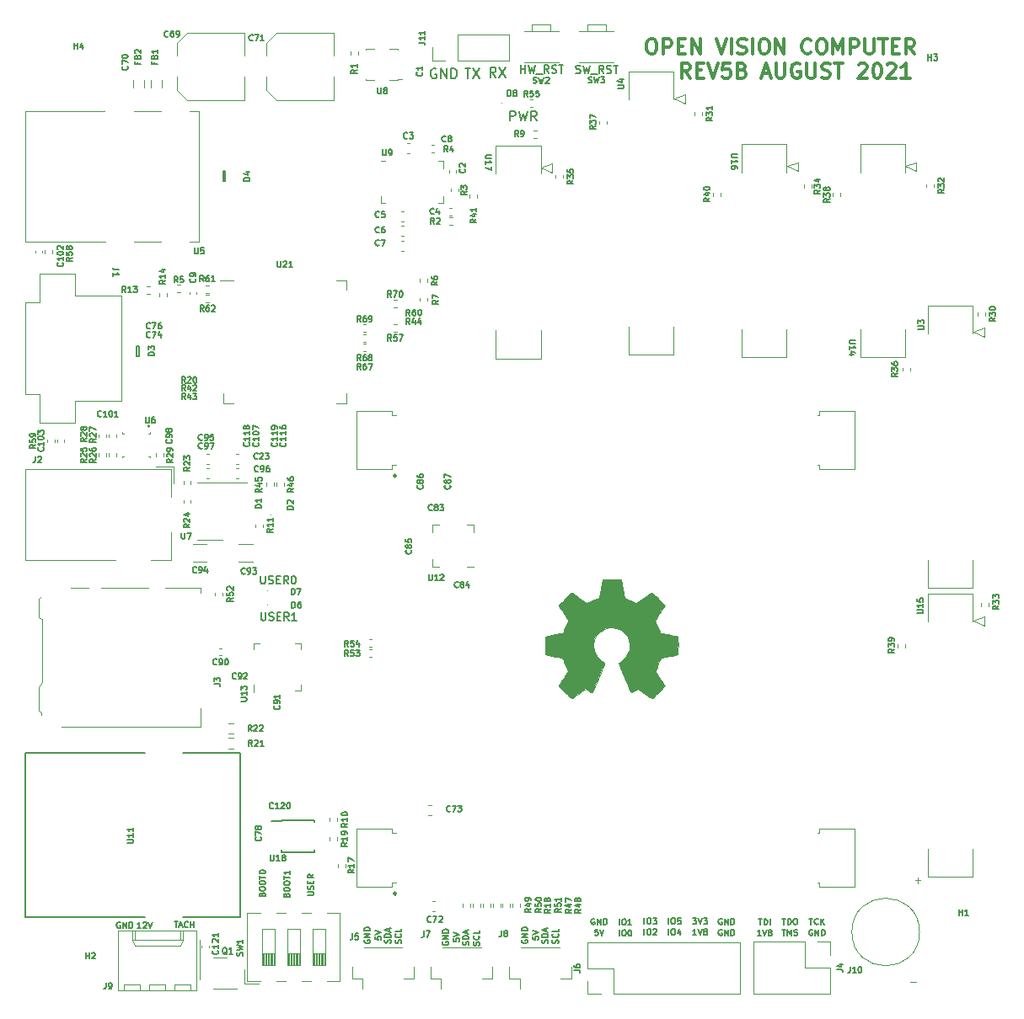
<source format=gbr>
%TF.GenerationSoftware,KiCad,Pcbnew,5.99.0-unknown-ca42f31bb5~131~ubuntu20.04.1*%
%TF.CreationDate,2021-08-18T11:47:36-07:00*%
%TF.ProjectId,ovc5,6f766335-2e6b-4696-9361-645f70636258,rev?*%
%TF.SameCoordinates,Original*%
%TF.FileFunction,Legend,Top*%
%TF.FilePolarity,Positive*%
%FSLAX46Y46*%
G04 Gerber Fmt 4.6, Leading zero omitted, Abs format (unit mm)*
G04 Created by KiCad (PCBNEW 5.99.0-unknown-ca42f31bb5~131~ubuntu20.04.1) date 2021-08-18 11:47:36*
%MOMM*%
%LPD*%
G01*
G04 APERTURE LIST*
%ADD10C,0.150000*%
%ADD11C,0.200000*%
%ADD12C,0.300000*%
%ADD13C,0.100000*%
%ADD14C,0.120000*%
%ADD15C,0.250000*%
%ADD16C,0.010000*%
G04 APERTURE END LIST*
D10*
X43593857Y-116818000D02*
X43536714Y-116789428D01*
X43451000Y-116789428D01*
X43365285Y-116818000D01*
X43308142Y-116875142D01*
X43279571Y-116932285D01*
X43251000Y-117046571D01*
X43251000Y-117132285D01*
X43279571Y-117246571D01*
X43308142Y-117303714D01*
X43365285Y-117360857D01*
X43451000Y-117389428D01*
X43508142Y-117389428D01*
X43593857Y-117360857D01*
X43622428Y-117332285D01*
X43622428Y-117132285D01*
X43508142Y-117132285D01*
X43879571Y-117389428D02*
X43879571Y-116789428D01*
X44222428Y-117389428D01*
X44222428Y-116789428D01*
X44508142Y-117389428D02*
X44508142Y-116789428D01*
X44651000Y-116789428D01*
X44736714Y-116818000D01*
X44793857Y-116875142D01*
X44822428Y-116932285D01*
X44851000Y-117046571D01*
X44851000Y-117132285D01*
X44822428Y-117246571D01*
X44793857Y-117303714D01*
X44736714Y-117360857D01*
X44651000Y-117389428D01*
X44508142Y-117389428D01*
X91585714Y-117521428D02*
X91300000Y-117521428D01*
X91271428Y-117807142D01*
X91300000Y-117778571D01*
X91357142Y-117750000D01*
X91500000Y-117750000D01*
X91557142Y-117778571D01*
X91585714Y-117807142D01*
X91614285Y-117864285D01*
X91614285Y-118007142D01*
X91585714Y-118064285D01*
X91557142Y-118092857D01*
X91500000Y-118121428D01*
X91357142Y-118121428D01*
X91300000Y-118092857D01*
X91271428Y-118064285D01*
X91785714Y-117521428D02*
X91985714Y-118121428D01*
X92185714Y-117521428D01*
D11*
X78230095Y-30931380D02*
X78801523Y-30931380D01*
X78515809Y-31931380D02*
X78515809Y-30931380D01*
X79039619Y-30931380D02*
X79706285Y-31931380D01*
X79706285Y-30931380D02*
X79039619Y-31931380D01*
X83848809Y-31422904D02*
X83848809Y-30622904D01*
X83848809Y-31003857D02*
X84305952Y-31003857D01*
X84305952Y-31422904D02*
X84305952Y-30622904D01*
X84610714Y-30622904D02*
X84801190Y-31422904D01*
X84953571Y-30851476D01*
X85105952Y-31422904D01*
X85296428Y-30622904D01*
X85410714Y-31499095D02*
X86020238Y-31499095D01*
X86667857Y-31422904D02*
X86401190Y-31041952D01*
X86210714Y-31422904D02*
X86210714Y-30622904D01*
X86515476Y-30622904D01*
X86591666Y-30661000D01*
X86629761Y-30699095D01*
X86667857Y-30775285D01*
X86667857Y-30889571D01*
X86629761Y-30965761D01*
X86591666Y-31003857D01*
X86515476Y-31041952D01*
X86210714Y-31041952D01*
X86972619Y-31384809D02*
X87086904Y-31422904D01*
X87277380Y-31422904D01*
X87353571Y-31384809D01*
X87391666Y-31346714D01*
X87429761Y-31270523D01*
X87429761Y-31194333D01*
X87391666Y-31118142D01*
X87353571Y-31080047D01*
X87277380Y-31041952D01*
X87125000Y-31003857D01*
X87048809Y-30965761D01*
X87010714Y-30927666D01*
X86972619Y-30851476D01*
X86972619Y-30775285D01*
X87010714Y-30699095D01*
X87048809Y-30661000D01*
X87125000Y-30622904D01*
X87315476Y-30622904D01*
X87429761Y-30661000D01*
X87658333Y-30622904D02*
X88115476Y-30622904D01*
X87886904Y-31422904D02*
X87886904Y-30622904D01*
X57697619Y-81961904D02*
X57697619Y-82609523D01*
X57735714Y-82685714D01*
X57773809Y-82723809D01*
X57850000Y-82761904D01*
X58002380Y-82761904D01*
X58078571Y-82723809D01*
X58116666Y-82685714D01*
X58154761Y-82609523D01*
X58154761Y-81961904D01*
X58497619Y-82723809D02*
X58611904Y-82761904D01*
X58802380Y-82761904D01*
X58878571Y-82723809D01*
X58916666Y-82685714D01*
X58954761Y-82609523D01*
X58954761Y-82533333D01*
X58916666Y-82457142D01*
X58878571Y-82419047D01*
X58802380Y-82380952D01*
X58650000Y-82342857D01*
X58573809Y-82304761D01*
X58535714Y-82266666D01*
X58497619Y-82190476D01*
X58497619Y-82114285D01*
X58535714Y-82038095D01*
X58573809Y-82000000D01*
X58650000Y-81961904D01*
X58840476Y-81961904D01*
X58954761Y-82000000D01*
X59297619Y-82342857D02*
X59564285Y-82342857D01*
X59678571Y-82761904D02*
X59297619Y-82761904D01*
X59297619Y-81961904D01*
X59678571Y-81961904D01*
X60478571Y-82761904D02*
X60211904Y-82380952D01*
X60021428Y-82761904D02*
X60021428Y-81961904D01*
X60326190Y-81961904D01*
X60402380Y-82000000D01*
X60440476Y-82038095D01*
X60478571Y-82114285D01*
X60478571Y-82228571D01*
X60440476Y-82304761D01*
X60402380Y-82342857D01*
X60326190Y-82380952D01*
X60021428Y-82380952D01*
X60973809Y-81961904D02*
X61050000Y-81961904D01*
X61126190Y-82000000D01*
X61164285Y-82038095D01*
X61202380Y-82114285D01*
X61240476Y-82266666D01*
X61240476Y-82457142D01*
X61202380Y-82609523D01*
X61164285Y-82685714D01*
X61126190Y-82723809D01*
X61050000Y-82761904D01*
X60973809Y-82761904D01*
X60897619Y-82723809D01*
X60859523Y-82685714D01*
X60821428Y-82609523D01*
X60783333Y-82457142D01*
X60783333Y-82266666D01*
X60821428Y-82114285D01*
X60859523Y-82038095D01*
X60897619Y-82000000D01*
X60973809Y-81961904D01*
X57747619Y-85661904D02*
X57747619Y-86309523D01*
X57785714Y-86385714D01*
X57823809Y-86423809D01*
X57900000Y-86461904D01*
X58052380Y-86461904D01*
X58128571Y-86423809D01*
X58166666Y-86385714D01*
X58204761Y-86309523D01*
X58204761Y-85661904D01*
X58547619Y-86423809D02*
X58661904Y-86461904D01*
X58852380Y-86461904D01*
X58928571Y-86423809D01*
X58966666Y-86385714D01*
X59004761Y-86309523D01*
X59004761Y-86233333D01*
X58966666Y-86157142D01*
X58928571Y-86119047D01*
X58852380Y-86080952D01*
X58700000Y-86042857D01*
X58623809Y-86004761D01*
X58585714Y-85966666D01*
X58547619Y-85890476D01*
X58547619Y-85814285D01*
X58585714Y-85738095D01*
X58623809Y-85700000D01*
X58700000Y-85661904D01*
X58890476Y-85661904D01*
X59004761Y-85700000D01*
X59347619Y-86042857D02*
X59614285Y-86042857D01*
X59728571Y-86461904D02*
X59347619Y-86461904D01*
X59347619Y-85661904D01*
X59728571Y-85661904D01*
X60528571Y-86461904D02*
X60261904Y-86080952D01*
X60071428Y-86461904D02*
X60071428Y-85661904D01*
X60376190Y-85661904D01*
X60452380Y-85700000D01*
X60490476Y-85738095D01*
X60528571Y-85814285D01*
X60528571Y-85928571D01*
X60490476Y-86004761D01*
X60452380Y-86042857D01*
X60376190Y-86080952D01*
X60071428Y-86080952D01*
X61290476Y-86461904D02*
X60833333Y-86461904D01*
X61061904Y-86461904D02*
X61061904Y-85661904D01*
X60985714Y-85776190D01*
X60909523Y-85852380D01*
X60833333Y-85890476D01*
D10*
X104042857Y-116450000D02*
X103985714Y-116421428D01*
X103900000Y-116421428D01*
X103814285Y-116450000D01*
X103757142Y-116507142D01*
X103728571Y-116564285D01*
X103700000Y-116678571D01*
X103700000Y-116764285D01*
X103728571Y-116878571D01*
X103757142Y-116935714D01*
X103814285Y-116992857D01*
X103900000Y-117021428D01*
X103957142Y-117021428D01*
X104042857Y-116992857D01*
X104071428Y-116964285D01*
X104071428Y-116764285D01*
X103957142Y-116764285D01*
X104328571Y-117021428D02*
X104328571Y-116421428D01*
X104671428Y-117021428D01*
X104671428Y-116421428D01*
X104957142Y-117021428D02*
X104957142Y-116421428D01*
X105100000Y-116421428D01*
X105185714Y-116450000D01*
X105242857Y-116507142D01*
X105271428Y-116564285D01*
X105300000Y-116678571D01*
X105300000Y-116764285D01*
X105271428Y-116878571D01*
X105242857Y-116935714D01*
X105185714Y-116992857D01*
X105100000Y-117021428D01*
X104957142Y-117021428D01*
X85021428Y-118214285D02*
X85021428Y-118500000D01*
X85307142Y-118528571D01*
X85278571Y-118500000D01*
X85250000Y-118442857D01*
X85250000Y-118300000D01*
X85278571Y-118242857D01*
X85307142Y-118214285D01*
X85364285Y-118185714D01*
X85507142Y-118185714D01*
X85564285Y-118214285D01*
X85592857Y-118242857D01*
X85621428Y-118300000D01*
X85621428Y-118442857D01*
X85592857Y-118500000D01*
X85564285Y-118528571D01*
X85021428Y-118014285D02*
X85621428Y-117814285D01*
X85021428Y-117614285D01*
X96250000Y-116971428D02*
X96250000Y-116371428D01*
X96650000Y-116371428D02*
X96764285Y-116371428D01*
X96821428Y-116400000D01*
X96878571Y-116457142D01*
X96907142Y-116571428D01*
X96907142Y-116771428D01*
X96878571Y-116885714D01*
X96821428Y-116942857D01*
X96764285Y-116971428D01*
X96650000Y-116971428D01*
X96592857Y-116942857D01*
X96535714Y-116885714D01*
X96507142Y-116771428D01*
X96507142Y-116571428D01*
X96535714Y-116457142D01*
X96592857Y-116400000D01*
X96650000Y-116371428D01*
X97107142Y-116371428D02*
X97478571Y-116371428D01*
X97278571Y-116600000D01*
X97364285Y-116600000D01*
X97421428Y-116628571D01*
X97450000Y-116657142D01*
X97478571Y-116714285D01*
X97478571Y-116857142D01*
X97450000Y-116914285D01*
X97421428Y-116942857D01*
X97364285Y-116971428D01*
X97192857Y-116971428D01*
X97135714Y-116942857D01*
X97107142Y-116914285D01*
X86542857Y-118878571D02*
X86571428Y-118792857D01*
X86571428Y-118650000D01*
X86542857Y-118592857D01*
X86514285Y-118564285D01*
X86457142Y-118535714D01*
X86400000Y-118535714D01*
X86342857Y-118564285D01*
X86314285Y-118592857D01*
X86285714Y-118650000D01*
X86257142Y-118764285D01*
X86228571Y-118821428D01*
X86200000Y-118850000D01*
X86142857Y-118878571D01*
X86085714Y-118878571D01*
X86028571Y-118850000D01*
X86000000Y-118821428D01*
X85971428Y-118764285D01*
X85971428Y-118621428D01*
X86000000Y-118535714D01*
X86571428Y-118278571D02*
X85971428Y-118278571D01*
X85971428Y-118135714D01*
X86000000Y-118050000D01*
X86057142Y-117992857D01*
X86114285Y-117964285D01*
X86228571Y-117935714D01*
X86314285Y-117935714D01*
X86428571Y-117964285D01*
X86485714Y-117992857D01*
X86542857Y-118050000D01*
X86571428Y-118135714D01*
X86571428Y-118278571D01*
X86400000Y-117707142D02*
X86400000Y-117421428D01*
X86571428Y-117764285D02*
X85971428Y-117564285D01*
X86571428Y-117364285D01*
X87592857Y-118914285D02*
X87621428Y-118828571D01*
X87621428Y-118685714D01*
X87592857Y-118628571D01*
X87564285Y-118600000D01*
X87507142Y-118571428D01*
X87450000Y-118571428D01*
X87392857Y-118600000D01*
X87364285Y-118628571D01*
X87335714Y-118685714D01*
X87307142Y-118800000D01*
X87278571Y-118857142D01*
X87250000Y-118885714D01*
X87192857Y-118914285D01*
X87135714Y-118914285D01*
X87078571Y-118885714D01*
X87050000Y-118857142D01*
X87021428Y-118800000D01*
X87021428Y-118657142D01*
X87050000Y-118571428D01*
X87564285Y-117971428D02*
X87592857Y-118000000D01*
X87621428Y-118085714D01*
X87621428Y-118142857D01*
X87592857Y-118228571D01*
X87535714Y-118285714D01*
X87478571Y-118314285D01*
X87364285Y-118342857D01*
X87278571Y-118342857D01*
X87164285Y-118314285D01*
X87107142Y-118285714D01*
X87050000Y-118228571D01*
X87021428Y-118142857D01*
X87021428Y-118085714D01*
X87050000Y-118000000D01*
X87078571Y-117971428D01*
X87621428Y-117428571D02*
X87621428Y-117714285D01*
X87021428Y-117714285D01*
X98700000Y-118071428D02*
X98700000Y-117471428D01*
X99100000Y-117471428D02*
X99214285Y-117471428D01*
X99271428Y-117500000D01*
X99328571Y-117557142D01*
X99357142Y-117671428D01*
X99357142Y-117871428D01*
X99328571Y-117985714D01*
X99271428Y-118042857D01*
X99214285Y-118071428D01*
X99100000Y-118071428D01*
X99042857Y-118042857D01*
X98985714Y-117985714D01*
X98957142Y-117871428D01*
X98957142Y-117671428D01*
X98985714Y-117557142D01*
X99042857Y-117500000D01*
X99100000Y-117471428D01*
X99871428Y-117671428D02*
X99871428Y-118071428D01*
X99728571Y-117442857D02*
X99585714Y-117871428D01*
X99957142Y-117871428D01*
X60307142Y-114050000D02*
X60335714Y-113964285D01*
X60364285Y-113935714D01*
X60421428Y-113907142D01*
X60507142Y-113907142D01*
X60564285Y-113935714D01*
X60592857Y-113964285D01*
X60621428Y-114021428D01*
X60621428Y-114250000D01*
X60021428Y-114250000D01*
X60021428Y-114050000D01*
X60050000Y-113992857D01*
X60078571Y-113964285D01*
X60135714Y-113935714D01*
X60192857Y-113935714D01*
X60250000Y-113964285D01*
X60278571Y-113992857D01*
X60307142Y-114050000D01*
X60307142Y-114250000D01*
X60021428Y-113535714D02*
X60021428Y-113421428D01*
X60050000Y-113364285D01*
X60107142Y-113307142D01*
X60221428Y-113278571D01*
X60421428Y-113278571D01*
X60535714Y-113307142D01*
X60592857Y-113364285D01*
X60621428Y-113421428D01*
X60621428Y-113535714D01*
X60592857Y-113592857D01*
X60535714Y-113650000D01*
X60421428Y-113678571D01*
X60221428Y-113678571D01*
X60107142Y-113650000D01*
X60050000Y-113592857D01*
X60021428Y-113535714D01*
X60021428Y-112907142D02*
X60021428Y-112792857D01*
X60050000Y-112735714D01*
X60107142Y-112678571D01*
X60221428Y-112650000D01*
X60421428Y-112650000D01*
X60535714Y-112678571D01*
X60592857Y-112735714D01*
X60621428Y-112792857D01*
X60621428Y-112907142D01*
X60592857Y-112964285D01*
X60535714Y-113021428D01*
X60421428Y-113050000D01*
X60221428Y-113050000D01*
X60107142Y-113021428D01*
X60050000Y-112964285D01*
X60021428Y-112907142D01*
X60021428Y-112478571D02*
X60021428Y-112135714D01*
X60621428Y-112307142D02*
X60021428Y-112307142D01*
X60621428Y-111621428D02*
X60621428Y-111964285D01*
X60621428Y-111792857D02*
X60021428Y-111792857D01*
X60107142Y-111850000D01*
X60164285Y-111907142D01*
X60192857Y-111964285D01*
X110114285Y-116421428D02*
X110457142Y-116421428D01*
X110285714Y-117021428D02*
X110285714Y-116421428D01*
X110657142Y-117021428D02*
X110657142Y-116421428D01*
X110800000Y-116421428D01*
X110885714Y-116450000D01*
X110942857Y-116507142D01*
X110971428Y-116564285D01*
X111000000Y-116678571D01*
X111000000Y-116764285D01*
X110971428Y-116878571D01*
X110942857Y-116935714D01*
X110885714Y-116992857D01*
X110800000Y-117021428D01*
X110657142Y-117021428D01*
X111371428Y-116421428D02*
X111485714Y-116421428D01*
X111542857Y-116450000D01*
X111600000Y-116507142D01*
X111628571Y-116621428D01*
X111628571Y-116821428D01*
X111600000Y-116935714D01*
X111542857Y-116992857D01*
X111485714Y-117021428D01*
X111371428Y-117021428D01*
X111314285Y-116992857D01*
X111257142Y-116935714D01*
X111228571Y-116821428D01*
X111228571Y-116621428D01*
X111257142Y-116507142D01*
X111314285Y-116450000D01*
X111371428Y-116421428D01*
X69221428Y-118214285D02*
X69221428Y-118500000D01*
X69507142Y-118528571D01*
X69478571Y-118500000D01*
X69450000Y-118442857D01*
X69450000Y-118300000D01*
X69478571Y-118242857D01*
X69507142Y-118214285D01*
X69564285Y-118185714D01*
X69707142Y-118185714D01*
X69764285Y-118214285D01*
X69792857Y-118242857D01*
X69821428Y-118300000D01*
X69821428Y-118442857D01*
X69792857Y-118500000D01*
X69764285Y-118528571D01*
X69221428Y-118014285D02*
X69821428Y-117814285D01*
X69221428Y-117614285D01*
D11*
X82733666Y-36222380D02*
X82733666Y-35222380D01*
X83114619Y-35222380D01*
X83209857Y-35270000D01*
X83257476Y-35317619D01*
X83305095Y-35412857D01*
X83305095Y-35555714D01*
X83257476Y-35650952D01*
X83209857Y-35698571D01*
X83114619Y-35746190D01*
X82733666Y-35746190D01*
X83638428Y-35222380D02*
X83876523Y-36222380D01*
X84067000Y-35508095D01*
X84257476Y-36222380D01*
X84495571Y-35222380D01*
X85447952Y-36222380D02*
X85114619Y-35746190D01*
X84876523Y-36222380D02*
X84876523Y-35222380D01*
X85257476Y-35222380D01*
X85352714Y-35270000D01*
X85400333Y-35317619D01*
X85447952Y-35412857D01*
X85447952Y-35555714D01*
X85400333Y-35650952D01*
X85352714Y-35698571D01*
X85257476Y-35746190D01*
X84876523Y-35746190D01*
D10*
X96250000Y-118071428D02*
X96250000Y-117471428D01*
X96650000Y-117471428D02*
X96764285Y-117471428D01*
X96821428Y-117500000D01*
X96878571Y-117557142D01*
X96907142Y-117671428D01*
X96907142Y-117871428D01*
X96878571Y-117985714D01*
X96821428Y-118042857D01*
X96764285Y-118071428D01*
X96650000Y-118071428D01*
X96592857Y-118042857D01*
X96535714Y-117985714D01*
X96507142Y-117871428D01*
X96507142Y-117671428D01*
X96535714Y-117557142D01*
X96592857Y-117500000D01*
X96650000Y-117471428D01*
X97135714Y-117528571D02*
X97164285Y-117500000D01*
X97221428Y-117471428D01*
X97364285Y-117471428D01*
X97421428Y-117500000D01*
X97450000Y-117528571D01*
X97478571Y-117585714D01*
X97478571Y-117642857D01*
X97450000Y-117728571D01*
X97107142Y-118071428D01*
X97478571Y-118071428D01*
X83950000Y-118557142D02*
X83921428Y-118614285D01*
X83921428Y-118700000D01*
X83950000Y-118785714D01*
X84007142Y-118842857D01*
X84064285Y-118871428D01*
X84178571Y-118900000D01*
X84264285Y-118900000D01*
X84378571Y-118871428D01*
X84435714Y-118842857D01*
X84492857Y-118785714D01*
X84521428Y-118700000D01*
X84521428Y-118642857D01*
X84492857Y-118557142D01*
X84464285Y-118528571D01*
X84264285Y-118528571D01*
X84264285Y-118642857D01*
X84521428Y-118271428D02*
X83921428Y-118271428D01*
X84521428Y-117928571D01*
X83921428Y-117928571D01*
X84521428Y-117642857D02*
X83921428Y-117642857D01*
X83921428Y-117500000D01*
X83950000Y-117414285D01*
X84007142Y-117357142D01*
X84064285Y-117328571D01*
X84178571Y-117300000D01*
X84264285Y-117300000D01*
X84378571Y-117328571D01*
X84435714Y-117357142D01*
X84492857Y-117414285D01*
X84521428Y-117500000D01*
X84521428Y-117642857D01*
X77071428Y-118414285D02*
X77071428Y-118700000D01*
X77357142Y-118728571D01*
X77328571Y-118700000D01*
X77300000Y-118642857D01*
X77300000Y-118500000D01*
X77328571Y-118442857D01*
X77357142Y-118414285D01*
X77414285Y-118385714D01*
X77557142Y-118385714D01*
X77614285Y-118414285D01*
X77642857Y-118442857D01*
X77671428Y-118500000D01*
X77671428Y-118642857D01*
X77642857Y-118700000D01*
X77614285Y-118728571D01*
X77071428Y-118214285D02*
X77671428Y-118014285D01*
X77071428Y-117814285D01*
X93750000Y-117071428D02*
X93750000Y-116471428D01*
X94150000Y-116471428D02*
X94264285Y-116471428D01*
X94321428Y-116500000D01*
X94378571Y-116557142D01*
X94407142Y-116671428D01*
X94407142Y-116871428D01*
X94378571Y-116985714D01*
X94321428Y-117042857D01*
X94264285Y-117071428D01*
X94150000Y-117071428D01*
X94092857Y-117042857D01*
X94035714Y-116985714D01*
X94007142Y-116871428D01*
X94007142Y-116671428D01*
X94035714Y-116557142D01*
X94092857Y-116500000D01*
X94150000Y-116471428D01*
X94978571Y-117071428D02*
X94635714Y-117071428D01*
X94807142Y-117071428D02*
X94807142Y-116471428D01*
X94750000Y-116557142D01*
X94692857Y-116614285D01*
X94635714Y-116642857D01*
X57857142Y-114000000D02*
X57885714Y-113914285D01*
X57914285Y-113885714D01*
X57971428Y-113857142D01*
X58057142Y-113857142D01*
X58114285Y-113885714D01*
X58142857Y-113914285D01*
X58171428Y-113971428D01*
X58171428Y-114200000D01*
X57571428Y-114200000D01*
X57571428Y-114000000D01*
X57600000Y-113942857D01*
X57628571Y-113914285D01*
X57685714Y-113885714D01*
X57742857Y-113885714D01*
X57800000Y-113914285D01*
X57828571Y-113942857D01*
X57857142Y-114000000D01*
X57857142Y-114200000D01*
X57571428Y-113485714D02*
X57571428Y-113371428D01*
X57600000Y-113314285D01*
X57657142Y-113257142D01*
X57771428Y-113228571D01*
X57971428Y-113228571D01*
X58085714Y-113257142D01*
X58142857Y-113314285D01*
X58171428Y-113371428D01*
X58171428Y-113485714D01*
X58142857Y-113542857D01*
X58085714Y-113600000D01*
X57971428Y-113628571D01*
X57771428Y-113628571D01*
X57657142Y-113600000D01*
X57600000Y-113542857D01*
X57571428Y-113485714D01*
X57571428Y-112857142D02*
X57571428Y-112742857D01*
X57600000Y-112685714D01*
X57657142Y-112628571D01*
X57771428Y-112600000D01*
X57971428Y-112600000D01*
X58085714Y-112628571D01*
X58142857Y-112685714D01*
X58171428Y-112742857D01*
X58171428Y-112857142D01*
X58142857Y-112914285D01*
X58085714Y-112971428D01*
X57971428Y-113000000D01*
X57771428Y-113000000D01*
X57657142Y-112971428D01*
X57600000Y-112914285D01*
X57571428Y-112857142D01*
X57571428Y-112428571D02*
X57571428Y-112085714D01*
X58171428Y-112257142D02*
X57571428Y-112257142D01*
X57571428Y-111771428D02*
X57571428Y-111714285D01*
X57600000Y-111657142D01*
X57628571Y-111628571D01*
X57685714Y-111600000D01*
X57800000Y-111571428D01*
X57942857Y-111571428D01*
X58057142Y-111600000D01*
X58114285Y-111628571D01*
X58142857Y-111657142D01*
X58171428Y-111714285D01*
X58171428Y-111771428D01*
X58142857Y-111828571D01*
X58114285Y-111857142D01*
X58057142Y-111885714D01*
X57942857Y-111914285D01*
X57800000Y-111914285D01*
X57685714Y-111885714D01*
X57628571Y-111857142D01*
X57600000Y-111828571D01*
X57571428Y-111771428D01*
X113142857Y-117550000D02*
X113085714Y-117521428D01*
X113000000Y-117521428D01*
X112914285Y-117550000D01*
X112857142Y-117607142D01*
X112828571Y-117664285D01*
X112800000Y-117778571D01*
X112800000Y-117864285D01*
X112828571Y-117978571D01*
X112857142Y-118035714D01*
X112914285Y-118092857D01*
X113000000Y-118121428D01*
X113057142Y-118121428D01*
X113142857Y-118092857D01*
X113171428Y-118064285D01*
X113171428Y-117864285D01*
X113057142Y-117864285D01*
X113428571Y-118121428D02*
X113428571Y-117521428D01*
X113771428Y-118121428D01*
X113771428Y-117521428D01*
X114057142Y-118121428D02*
X114057142Y-117521428D01*
X114200000Y-117521428D01*
X114285714Y-117550000D01*
X114342857Y-117607142D01*
X114371428Y-117664285D01*
X114400000Y-117778571D01*
X114400000Y-117864285D01*
X114371428Y-117978571D01*
X114342857Y-118035714D01*
X114285714Y-118092857D01*
X114200000Y-118121428D01*
X114057142Y-118121428D01*
X76000000Y-118757142D02*
X75971428Y-118814285D01*
X75971428Y-118900000D01*
X76000000Y-118985714D01*
X76057142Y-119042857D01*
X76114285Y-119071428D01*
X76228571Y-119100000D01*
X76314285Y-119100000D01*
X76428571Y-119071428D01*
X76485714Y-119042857D01*
X76542857Y-118985714D01*
X76571428Y-118900000D01*
X76571428Y-118842857D01*
X76542857Y-118757142D01*
X76514285Y-118728571D01*
X76314285Y-118728571D01*
X76314285Y-118842857D01*
X76571428Y-118471428D02*
X75971428Y-118471428D01*
X76571428Y-118128571D01*
X75971428Y-118128571D01*
X76571428Y-117842857D02*
X75971428Y-117842857D01*
X75971428Y-117700000D01*
X76000000Y-117614285D01*
X76057142Y-117557142D01*
X76114285Y-117528571D01*
X76228571Y-117500000D01*
X76314285Y-117500000D01*
X76428571Y-117528571D01*
X76485714Y-117557142D01*
X76542857Y-117614285D01*
X76571428Y-117700000D01*
X76571428Y-117842857D01*
X98700000Y-116971428D02*
X98700000Y-116371428D01*
X99100000Y-116371428D02*
X99214285Y-116371428D01*
X99271428Y-116400000D01*
X99328571Y-116457142D01*
X99357142Y-116571428D01*
X99357142Y-116771428D01*
X99328571Y-116885714D01*
X99271428Y-116942857D01*
X99214285Y-116971428D01*
X99100000Y-116971428D01*
X99042857Y-116942857D01*
X98985714Y-116885714D01*
X98957142Y-116771428D01*
X98957142Y-116571428D01*
X98985714Y-116457142D01*
X99042857Y-116400000D01*
X99100000Y-116371428D01*
X99900000Y-116371428D02*
X99614285Y-116371428D01*
X99585714Y-116657142D01*
X99614285Y-116628571D01*
X99671428Y-116600000D01*
X99814285Y-116600000D01*
X99871428Y-116628571D01*
X99900000Y-116657142D01*
X99928571Y-116714285D01*
X99928571Y-116857142D01*
X99900000Y-116914285D01*
X99871428Y-116942857D01*
X99814285Y-116971428D01*
X99671428Y-116971428D01*
X99614285Y-116942857D01*
X99585714Y-116914285D01*
X78592857Y-119078571D02*
X78621428Y-118992857D01*
X78621428Y-118850000D01*
X78592857Y-118792857D01*
X78564285Y-118764285D01*
X78507142Y-118735714D01*
X78450000Y-118735714D01*
X78392857Y-118764285D01*
X78364285Y-118792857D01*
X78335714Y-118850000D01*
X78307142Y-118964285D01*
X78278571Y-119021428D01*
X78250000Y-119050000D01*
X78192857Y-119078571D01*
X78135714Y-119078571D01*
X78078571Y-119050000D01*
X78050000Y-119021428D01*
X78021428Y-118964285D01*
X78021428Y-118821428D01*
X78050000Y-118735714D01*
X78621428Y-118478571D02*
X78021428Y-118478571D01*
X78021428Y-118335714D01*
X78050000Y-118250000D01*
X78107142Y-118192857D01*
X78164285Y-118164285D01*
X78278571Y-118135714D01*
X78364285Y-118135714D01*
X78478571Y-118164285D01*
X78535714Y-118192857D01*
X78592857Y-118250000D01*
X78621428Y-118335714D01*
X78621428Y-118478571D01*
X78450000Y-117907142D02*
X78450000Y-117621428D01*
X78621428Y-117964285D02*
X78021428Y-117764285D01*
X78621428Y-117564285D01*
X110100000Y-117521428D02*
X110442857Y-117521428D01*
X110271428Y-118121428D02*
X110271428Y-117521428D01*
X110642857Y-118121428D02*
X110642857Y-117521428D01*
X110842857Y-117950000D01*
X111042857Y-117521428D01*
X111042857Y-118121428D01*
X111300000Y-118092857D02*
X111385714Y-118121428D01*
X111528571Y-118121428D01*
X111585714Y-118092857D01*
X111614285Y-118064285D01*
X111642857Y-118007142D01*
X111642857Y-117950000D01*
X111614285Y-117892857D01*
X111585714Y-117864285D01*
X111528571Y-117835714D01*
X111414285Y-117807142D01*
X111357142Y-117778571D01*
X111328571Y-117750000D01*
X111300000Y-117692857D01*
X111300000Y-117635714D01*
X111328571Y-117578571D01*
X111357142Y-117550000D01*
X111414285Y-117521428D01*
X111557142Y-117521428D01*
X111642857Y-117550000D01*
X71792857Y-118914285D02*
X71821428Y-118828571D01*
X71821428Y-118685714D01*
X71792857Y-118628571D01*
X71764285Y-118600000D01*
X71707142Y-118571428D01*
X71650000Y-118571428D01*
X71592857Y-118600000D01*
X71564285Y-118628571D01*
X71535714Y-118685714D01*
X71507142Y-118800000D01*
X71478571Y-118857142D01*
X71450000Y-118885714D01*
X71392857Y-118914285D01*
X71335714Y-118914285D01*
X71278571Y-118885714D01*
X71250000Y-118857142D01*
X71221428Y-118800000D01*
X71221428Y-118657142D01*
X71250000Y-118571428D01*
X71764285Y-117971428D02*
X71792857Y-118000000D01*
X71821428Y-118085714D01*
X71821428Y-118142857D01*
X71792857Y-118228571D01*
X71735714Y-118285714D01*
X71678571Y-118314285D01*
X71564285Y-118342857D01*
X71478571Y-118342857D01*
X71364285Y-118314285D01*
X71307142Y-118285714D01*
X71250000Y-118228571D01*
X71221428Y-118142857D01*
X71221428Y-118085714D01*
X71250000Y-118000000D01*
X71278571Y-117971428D01*
X71821428Y-117428571D02*
X71821428Y-117714285D01*
X71221428Y-117714285D01*
X112828571Y-116421428D02*
X113171428Y-116421428D01*
X113000000Y-117021428D02*
X113000000Y-116421428D01*
X113714285Y-116964285D02*
X113685714Y-116992857D01*
X113600000Y-117021428D01*
X113542857Y-117021428D01*
X113457142Y-116992857D01*
X113400000Y-116935714D01*
X113371428Y-116878571D01*
X113342857Y-116764285D01*
X113342857Y-116678571D01*
X113371428Y-116564285D01*
X113400000Y-116507142D01*
X113457142Y-116450000D01*
X113542857Y-116421428D01*
X113600000Y-116421428D01*
X113685714Y-116450000D01*
X113714285Y-116478571D01*
X113971428Y-117021428D02*
X113971428Y-116421428D01*
X114314285Y-117021428D02*
X114057142Y-116678571D01*
X114314285Y-116421428D02*
X113971428Y-116764285D01*
X107735714Y-116471428D02*
X108078571Y-116471428D01*
X107907142Y-117071428D02*
X107907142Y-116471428D01*
X108278571Y-117071428D02*
X108278571Y-116471428D01*
X108421428Y-116471428D01*
X108507142Y-116500000D01*
X108564285Y-116557142D01*
X108592857Y-116614285D01*
X108621428Y-116728571D01*
X108621428Y-116814285D01*
X108592857Y-116928571D01*
X108564285Y-116985714D01*
X108507142Y-117042857D01*
X108421428Y-117071428D01*
X108278571Y-117071428D01*
X108878571Y-117071428D02*
X108878571Y-116471428D01*
D11*
X75331095Y-31003000D02*
X75235857Y-30955380D01*
X75093000Y-30955380D01*
X74950142Y-31003000D01*
X74854904Y-31098238D01*
X74807285Y-31193476D01*
X74759666Y-31383952D01*
X74759666Y-31526809D01*
X74807285Y-31717285D01*
X74854904Y-31812523D01*
X74950142Y-31907761D01*
X75093000Y-31955380D01*
X75188238Y-31955380D01*
X75331095Y-31907761D01*
X75378714Y-31860142D01*
X75378714Y-31526809D01*
X75188238Y-31526809D01*
X75807285Y-31955380D02*
X75807285Y-30955380D01*
X76378714Y-31955380D01*
X76378714Y-30955380D01*
X76854904Y-31955380D02*
X76854904Y-30955380D01*
X77093000Y-30955380D01*
X77235857Y-31003000D01*
X77331095Y-31098238D01*
X77378714Y-31193476D01*
X77426333Y-31383952D01*
X77426333Y-31526809D01*
X77378714Y-31717285D01*
X77331095Y-31812523D01*
X77235857Y-31907761D01*
X77093000Y-31955380D01*
X76854904Y-31955380D01*
X89385809Y-31397809D02*
X89500095Y-31435904D01*
X89690571Y-31435904D01*
X89766761Y-31397809D01*
X89804857Y-31359714D01*
X89842952Y-31283523D01*
X89842952Y-31207333D01*
X89804857Y-31131142D01*
X89766761Y-31093047D01*
X89690571Y-31054952D01*
X89538190Y-31016857D01*
X89462000Y-30978761D01*
X89423904Y-30940666D01*
X89385809Y-30864476D01*
X89385809Y-30788285D01*
X89423904Y-30712095D01*
X89462000Y-30674000D01*
X89538190Y-30635904D01*
X89728666Y-30635904D01*
X89842952Y-30674000D01*
X90109619Y-30635904D02*
X90300095Y-31435904D01*
X90452476Y-30864476D01*
X90604857Y-31435904D01*
X90795333Y-30635904D01*
X90909619Y-31512095D02*
X91519142Y-31512095D01*
X92166761Y-31435904D02*
X91900095Y-31054952D01*
X91709619Y-31435904D02*
X91709619Y-30635904D01*
X92014380Y-30635904D01*
X92090571Y-30674000D01*
X92128666Y-30712095D01*
X92166761Y-30788285D01*
X92166761Y-30902571D01*
X92128666Y-30978761D01*
X92090571Y-31016857D01*
X92014380Y-31054952D01*
X91709619Y-31054952D01*
X92471523Y-31397809D02*
X92585809Y-31435904D01*
X92776285Y-31435904D01*
X92852476Y-31397809D01*
X92890571Y-31359714D01*
X92928666Y-31283523D01*
X92928666Y-31207333D01*
X92890571Y-31131142D01*
X92852476Y-31093047D01*
X92776285Y-31054952D01*
X92623904Y-31016857D01*
X92547714Y-30978761D01*
X92509619Y-30940666D01*
X92471523Y-30864476D01*
X92471523Y-30788285D01*
X92509619Y-30712095D01*
X92547714Y-30674000D01*
X92623904Y-30635904D01*
X92814380Y-30635904D01*
X92928666Y-30674000D01*
X93157238Y-30635904D02*
X93614380Y-30635904D01*
X93385809Y-31435904D02*
X93385809Y-30635904D01*
D10*
X101107142Y-116371428D02*
X101478571Y-116371428D01*
X101278571Y-116600000D01*
X101364285Y-116600000D01*
X101421428Y-116628571D01*
X101450000Y-116657142D01*
X101478571Y-116714285D01*
X101478571Y-116857142D01*
X101450000Y-116914285D01*
X101421428Y-116942857D01*
X101364285Y-116971428D01*
X101192857Y-116971428D01*
X101135714Y-116942857D01*
X101107142Y-116914285D01*
X101650000Y-116371428D02*
X101850000Y-116971428D01*
X102050000Y-116371428D01*
X102192857Y-116371428D02*
X102564285Y-116371428D01*
X102364285Y-116600000D01*
X102450000Y-116600000D01*
X102507142Y-116628571D01*
X102535714Y-116657142D01*
X102564285Y-116714285D01*
X102564285Y-116857142D01*
X102535714Y-116914285D01*
X102507142Y-116942857D01*
X102450000Y-116971428D01*
X102278571Y-116971428D01*
X102221428Y-116942857D01*
X102192857Y-116914285D01*
X107978571Y-118171428D02*
X107635714Y-118171428D01*
X107807142Y-118171428D02*
X107807142Y-117571428D01*
X107750000Y-117657142D01*
X107692857Y-117714285D01*
X107635714Y-117742857D01*
X108150000Y-117571428D02*
X108350000Y-118171428D01*
X108550000Y-117571428D01*
X108835714Y-117828571D02*
X108778571Y-117800000D01*
X108750000Y-117771428D01*
X108721428Y-117714285D01*
X108721428Y-117685714D01*
X108750000Y-117628571D01*
X108778571Y-117600000D01*
X108835714Y-117571428D01*
X108950000Y-117571428D01*
X109007142Y-117600000D01*
X109035714Y-117628571D01*
X109064285Y-117685714D01*
X109064285Y-117714285D01*
X109035714Y-117771428D01*
X109007142Y-117800000D01*
X108950000Y-117828571D01*
X108835714Y-117828571D01*
X108778571Y-117857142D01*
X108750000Y-117885714D01*
X108721428Y-117942857D01*
X108721428Y-118057142D01*
X108750000Y-118114285D01*
X108778571Y-118142857D01*
X108835714Y-118171428D01*
X108950000Y-118171428D01*
X109007142Y-118142857D01*
X109035714Y-118114285D01*
X109064285Y-118057142D01*
X109064285Y-117942857D01*
X109035714Y-117885714D01*
X109007142Y-117857142D01*
X108950000Y-117828571D01*
X49023142Y-116724428D02*
X49366000Y-116724428D01*
X49194571Y-117324428D02*
X49194571Y-116724428D01*
X49537428Y-117153000D02*
X49823142Y-117153000D01*
X49480285Y-117324428D02*
X49680285Y-116724428D01*
X49880285Y-117324428D01*
X50423142Y-117267285D02*
X50394571Y-117295857D01*
X50308857Y-117324428D01*
X50251714Y-117324428D01*
X50166000Y-117295857D01*
X50108857Y-117238714D01*
X50080285Y-117181571D01*
X50051714Y-117067285D01*
X50051714Y-116981571D01*
X50080285Y-116867285D01*
X50108857Y-116810142D01*
X50166000Y-116753000D01*
X50251714Y-116724428D01*
X50308857Y-116724428D01*
X50394571Y-116753000D01*
X50423142Y-116781571D01*
X50680285Y-117324428D02*
X50680285Y-116724428D01*
X50680285Y-117010142D02*
X51023142Y-117010142D01*
X51023142Y-117324428D02*
X51023142Y-116724428D01*
X62421428Y-114078571D02*
X62907142Y-114078571D01*
X62964285Y-114050000D01*
X62992857Y-114021428D01*
X63021428Y-113964285D01*
X63021428Y-113850000D01*
X62992857Y-113792857D01*
X62964285Y-113764285D01*
X62907142Y-113735714D01*
X62421428Y-113735714D01*
X62992857Y-113478571D02*
X63021428Y-113392857D01*
X63021428Y-113250000D01*
X62992857Y-113192857D01*
X62964285Y-113164285D01*
X62907142Y-113135714D01*
X62850000Y-113135714D01*
X62792857Y-113164285D01*
X62764285Y-113192857D01*
X62735714Y-113250000D01*
X62707142Y-113364285D01*
X62678571Y-113421428D01*
X62650000Y-113450000D01*
X62592857Y-113478571D01*
X62535714Y-113478571D01*
X62478571Y-113450000D01*
X62450000Y-113421428D01*
X62421428Y-113364285D01*
X62421428Y-113221428D01*
X62450000Y-113135714D01*
X62707142Y-112878571D02*
X62707142Y-112678571D01*
X63021428Y-112592857D02*
X63021428Y-112878571D01*
X62421428Y-112878571D01*
X62421428Y-112592857D01*
X63021428Y-111992857D02*
X62735714Y-112192857D01*
X63021428Y-112335714D02*
X62421428Y-112335714D01*
X62421428Y-112107142D01*
X62450000Y-112050000D01*
X62478571Y-112021428D01*
X62535714Y-111992857D01*
X62621428Y-111992857D01*
X62678571Y-112021428D01*
X62707142Y-112050000D01*
X62735714Y-112107142D01*
X62735714Y-112335714D01*
D12*
X96859857Y-27993071D02*
X97145571Y-27993071D01*
X97288428Y-28064500D01*
X97431285Y-28207357D01*
X97502714Y-28493071D01*
X97502714Y-28993071D01*
X97431285Y-29278785D01*
X97288428Y-29421642D01*
X97145571Y-29493071D01*
X96859857Y-29493071D01*
X96717000Y-29421642D01*
X96574142Y-29278785D01*
X96502714Y-28993071D01*
X96502714Y-28493071D01*
X96574142Y-28207357D01*
X96717000Y-28064500D01*
X96859857Y-27993071D01*
X98145571Y-29493071D02*
X98145571Y-27993071D01*
X98717000Y-27993071D01*
X98859857Y-28064500D01*
X98931285Y-28135928D01*
X99002714Y-28278785D01*
X99002714Y-28493071D01*
X98931285Y-28635928D01*
X98859857Y-28707357D01*
X98717000Y-28778785D01*
X98145571Y-28778785D01*
X99645571Y-28707357D02*
X100145571Y-28707357D01*
X100359857Y-29493071D02*
X99645571Y-29493071D01*
X99645571Y-27993071D01*
X100359857Y-27993071D01*
X101002714Y-29493071D02*
X101002714Y-27993071D01*
X101859857Y-29493071D01*
X101859857Y-27993071D01*
X103502714Y-27993071D02*
X104002714Y-29493071D01*
X104502714Y-27993071D01*
X105002714Y-29493071D02*
X105002714Y-27993071D01*
X105645571Y-29421642D02*
X105859857Y-29493071D01*
X106217000Y-29493071D01*
X106359857Y-29421642D01*
X106431285Y-29350214D01*
X106502714Y-29207357D01*
X106502714Y-29064500D01*
X106431285Y-28921642D01*
X106359857Y-28850214D01*
X106217000Y-28778785D01*
X105931285Y-28707357D01*
X105788428Y-28635928D01*
X105717000Y-28564500D01*
X105645571Y-28421642D01*
X105645571Y-28278785D01*
X105717000Y-28135928D01*
X105788428Y-28064500D01*
X105931285Y-27993071D01*
X106288428Y-27993071D01*
X106502714Y-28064500D01*
X107145571Y-29493071D02*
X107145571Y-27993071D01*
X108145571Y-27993071D02*
X108431285Y-27993071D01*
X108574142Y-28064500D01*
X108717000Y-28207357D01*
X108788428Y-28493071D01*
X108788428Y-28993071D01*
X108717000Y-29278785D01*
X108574142Y-29421642D01*
X108431285Y-29493071D01*
X108145571Y-29493071D01*
X108002714Y-29421642D01*
X107859857Y-29278785D01*
X107788428Y-28993071D01*
X107788428Y-28493071D01*
X107859857Y-28207357D01*
X108002714Y-28064500D01*
X108145571Y-27993071D01*
X109431285Y-29493071D02*
X109431285Y-27993071D01*
X110288428Y-29493071D01*
X110288428Y-27993071D01*
X113002714Y-29350214D02*
X112931285Y-29421642D01*
X112717000Y-29493071D01*
X112574142Y-29493071D01*
X112359857Y-29421642D01*
X112217000Y-29278785D01*
X112145571Y-29135928D01*
X112074142Y-28850214D01*
X112074142Y-28635928D01*
X112145571Y-28350214D01*
X112217000Y-28207357D01*
X112359857Y-28064500D01*
X112574142Y-27993071D01*
X112717000Y-27993071D01*
X112931285Y-28064500D01*
X113002714Y-28135928D01*
X113931285Y-27993071D02*
X114217000Y-27993071D01*
X114359857Y-28064500D01*
X114502714Y-28207357D01*
X114574142Y-28493071D01*
X114574142Y-28993071D01*
X114502714Y-29278785D01*
X114359857Y-29421642D01*
X114217000Y-29493071D01*
X113931285Y-29493071D01*
X113788428Y-29421642D01*
X113645571Y-29278785D01*
X113574142Y-28993071D01*
X113574142Y-28493071D01*
X113645571Y-28207357D01*
X113788428Y-28064500D01*
X113931285Y-27993071D01*
X115217000Y-29493071D02*
X115217000Y-27993071D01*
X115717000Y-29064500D01*
X116217000Y-27993071D01*
X116217000Y-29493071D01*
X116931285Y-29493071D02*
X116931285Y-27993071D01*
X117502714Y-27993071D01*
X117645571Y-28064500D01*
X117717000Y-28135928D01*
X117788428Y-28278785D01*
X117788428Y-28493071D01*
X117717000Y-28635928D01*
X117645571Y-28707357D01*
X117502714Y-28778785D01*
X116931285Y-28778785D01*
X118431285Y-27993071D02*
X118431285Y-29207357D01*
X118502714Y-29350214D01*
X118574142Y-29421642D01*
X118717000Y-29493071D01*
X119002714Y-29493071D01*
X119145571Y-29421642D01*
X119217000Y-29350214D01*
X119288428Y-29207357D01*
X119288428Y-27993071D01*
X119788428Y-27993071D02*
X120645571Y-27993071D01*
X120217000Y-29493071D02*
X120217000Y-27993071D01*
X121145571Y-28707357D02*
X121645571Y-28707357D01*
X121859857Y-29493071D02*
X121145571Y-29493071D01*
X121145571Y-27993071D01*
X121859857Y-27993071D01*
X123359857Y-29493071D02*
X122859857Y-28778785D01*
X122502714Y-29493071D02*
X122502714Y-27993071D01*
X123074142Y-27993071D01*
X123217000Y-28064500D01*
X123288428Y-28135928D01*
X123359857Y-28278785D01*
X123359857Y-28493071D01*
X123288428Y-28635928D01*
X123217000Y-28707357D01*
X123074142Y-28778785D01*
X122502714Y-28778785D01*
X100859857Y-31908071D02*
X100359857Y-31193785D01*
X100002714Y-31908071D02*
X100002714Y-30408071D01*
X100574142Y-30408071D01*
X100717000Y-30479500D01*
X100788428Y-30550928D01*
X100859857Y-30693785D01*
X100859857Y-30908071D01*
X100788428Y-31050928D01*
X100717000Y-31122357D01*
X100574142Y-31193785D01*
X100002714Y-31193785D01*
X101502714Y-31122357D02*
X102002714Y-31122357D01*
X102217000Y-31908071D02*
X101502714Y-31908071D01*
X101502714Y-30408071D01*
X102217000Y-30408071D01*
X102645571Y-30408071D02*
X103145571Y-31908071D01*
X103645571Y-30408071D01*
X104859857Y-30408071D02*
X104145571Y-30408071D01*
X104074142Y-31122357D01*
X104145571Y-31050928D01*
X104288428Y-30979500D01*
X104645571Y-30979500D01*
X104788428Y-31050928D01*
X104859857Y-31122357D01*
X104931285Y-31265214D01*
X104931285Y-31622357D01*
X104859857Y-31765214D01*
X104788428Y-31836642D01*
X104645571Y-31908071D01*
X104288428Y-31908071D01*
X104145571Y-31836642D01*
X104074142Y-31765214D01*
X106074142Y-31122357D02*
X106288428Y-31193785D01*
X106359857Y-31265214D01*
X106431285Y-31408071D01*
X106431285Y-31622357D01*
X106359857Y-31765214D01*
X106288428Y-31836642D01*
X106145571Y-31908071D01*
X105574142Y-31908071D01*
X105574142Y-30408071D01*
X106074142Y-30408071D01*
X106217000Y-30479500D01*
X106288428Y-30550928D01*
X106359857Y-30693785D01*
X106359857Y-30836642D01*
X106288428Y-30979500D01*
X106217000Y-31050928D01*
X106074142Y-31122357D01*
X105574142Y-31122357D01*
X108145571Y-31479500D02*
X108859857Y-31479500D01*
X108002714Y-31908071D02*
X108502714Y-30408071D01*
X109002714Y-31908071D01*
X109502714Y-30408071D02*
X109502714Y-31622357D01*
X109574142Y-31765214D01*
X109645571Y-31836642D01*
X109788428Y-31908071D01*
X110074142Y-31908071D01*
X110217000Y-31836642D01*
X110288428Y-31765214D01*
X110359857Y-31622357D01*
X110359857Y-30408071D01*
X111859857Y-30479500D02*
X111717000Y-30408071D01*
X111502714Y-30408071D01*
X111288428Y-30479500D01*
X111145571Y-30622357D01*
X111074142Y-30765214D01*
X111002714Y-31050928D01*
X111002714Y-31265214D01*
X111074142Y-31550928D01*
X111145571Y-31693785D01*
X111288428Y-31836642D01*
X111502714Y-31908071D01*
X111645571Y-31908071D01*
X111859857Y-31836642D01*
X111931285Y-31765214D01*
X111931285Y-31265214D01*
X111645571Y-31265214D01*
X112574142Y-30408071D02*
X112574142Y-31622357D01*
X112645571Y-31765214D01*
X112717000Y-31836642D01*
X112859857Y-31908071D01*
X113145571Y-31908071D01*
X113288428Y-31836642D01*
X113359857Y-31765214D01*
X113431285Y-31622357D01*
X113431285Y-30408071D01*
X114074142Y-31836642D02*
X114288428Y-31908071D01*
X114645571Y-31908071D01*
X114788428Y-31836642D01*
X114859857Y-31765214D01*
X114931285Y-31622357D01*
X114931285Y-31479500D01*
X114859857Y-31336642D01*
X114788428Y-31265214D01*
X114645571Y-31193785D01*
X114359857Y-31122357D01*
X114217000Y-31050928D01*
X114145571Y-30979500D01*
X114074142Y-30836642D01*
X114074142Y-30693785D01*
X114145571Y-30550928D01*
X114217000Y-30479500D01*
X114359857Y-30408071D01*
X114717000Y-30408071D01*
X114931285Y-30479500D01*
X115359857Y-30408071D02*
X116217000Y-30408071D01*
X115788428Y-31908071D02*
X115788428Y-30408071D01*
X117788428Y-30550928D02*
X117859857Y-30479500D01*
X118002714Y-30408071D01*
X118359857Y-30408071D01*
X118502714Y-30479500D01*
X118574142Y-30550928D01*
X118645571Y-30693785D01*
X118645571Y-30836642D01*
X118574142Y-31050928D01*
X117717000Y-31908071D01*
X118645571Y-31908071D01*
X119574142Y-30408071D02*
X119717000Y-30408071D01*
X119859857Y-30479500D01*
X119931285Y-30550928D01*
X120002714Y-30693785D01*
X120074142Y-30979500D01*
X120074142Y-31336642D01*
X120002714Y-31622357D01*
X119931285Y-31765214D01*
X119859857Y-31836642D01*
X119717000Y-31908071D01*
X119574142Y-31908071D01*
X119431285Y-31836642D01*
X119359857Y-31765214D01*
X119288428Y-31622357D01*
X119217000Y-31336642D01*
X119217000Y-30979500D01*
X119288428Y-30693785D01*
X119359857Y-30550928D01*
X119431285Y-30479500D01*
X119574142Y-30408071D01*
X120645571Y-30550928D02*
X120717000Y-30479500D01*
X120859857Y-30408071D01*
X121217000Y-30408071D01*
X121359857Y-30479500D01*
X121431285Y-30550928D01*
X121502714Y-30693785D01*
X121502714Y-30836642D01*
X121431285Y-31050928D01*
X120574142Y-31908071D01*
X121502714Y-31908071D01*
X122931285Y-31908071D02*
X122074142Y-31908071D01*
X122502714Y-31908071D02*
X122502714Y-30408071D01*
X122359857Y-30622357D01*
X122217000Y-30765214D01*
X122074142Y-30836642D01*
D10*
X68150000Y-118557142D02*
X68121428Y-118614285D01*
X68121428Y-118700000D01*
X68150000Y-118785714D01*
X68207142Y-118842857D01*
X68264285Y-118871428D01*
X68378571Y-118900000D01*
X68464285Y-118900000D01*
X68578571Y-118871428D01*
X68635714Y-118842857D01*
X68692857Y-118785714D01*
X68721428Y-118700000D01*
X68721428Y-118642857D01*
X68692857Y-118557142D01*
X68664285Y-118528571D01*
X68464285Y-118528571D01*
X68464285Y-118642857D01*
X68721428Y-118271428D02*
X68121428Y-118271428D01*
X68721428Y-117928571D01*
X68121428Y-117928571D01*
X68721428Y-117642857D02*
X68121428Y-117642857D01*
X68121428Y-117500000D01*
X68150000Y-117414285D01*
X68207142Y-117357142D01*
X68264285Y-117328571D01*
X68378571Y-117300000D01*
X68464285Y-117300000D01*
X68578571Y-117328571D01*
X68635714Y-117357142D01*
X68692857Y-117414285D01*
X68721428Y-117500000D01*
X68721428Y-117642857D01*
D11*
X81333333Y-31827380D02*
X81000000Y-31351190D01*
X80761904Y-31827380D02*
X80761904Y-30827380D01*
X81142857Y-30827380D01*
X81238095Y-30875000D01*
X81285714Y-30922619D01*
X81333333Y-31017857D01*
X81333333Y-31160714D01*
X81285714Y-31255952D01*
X81238095Y-31303571D01*
X81142857Y-31351190D01*
X80761904Y-31351190D01*
X81666666Y-30827380D02*
X82333333Y-31827380D01*
X82333333Y-30827380D02*
X81666666Y-31827380D01*
D10*
X70742857Y-118878571D02*
X70771428Y-118792857D01*
X70771428Y-118650000D01*
X70742857Y-118592857D01*
X70714285Y-118564285D01*
X70657142Y-118535714D01*
X70600000Y-118535714D01*
X70542857Y-118564285D01*
X70514285Y-118592857D01*
X70485714Y-118650000D01*
X70457142Y-118764285D01*
X70428571Y-118821428D01*
X70400000Y-118850000D01*
X70342857Y-118878571D01*
X70285714Y-118878571D01*
X70228571Y-118850000D01*
X70200000Y-118821428D01*
X70171428Y-118764285D01*
X70171428Y-118621428D01*
X70200000Y-118535714D01*
X70771428Y-118278571D02*
X70171428Y-118278571D01*
X70171428Y-118135714D01*
X70200000Y-118050000D01*
X70257142Y-117992857D01*
X70314285Y-117964285D01*
X70428571Y-117935714D01*
X70514285Y-117935714D01*
X70628571Y-117964285D01*
X70685714Y-117992857D01*
X70742857Y-118050000D01*
X70771428Y-118135714D01*
X70771428Y-118278571D01*
X70600000Y-117707142D02*
X70600000Y-117421428D01*
X70771428Y-117764285D02*
X70171428Y-117564285D01*
X70771428Y-117364285D01*
X79642857Y-119114285D02*
X79671428Y-119028571D01*
X79671428Y-118885714D01*
X79642857Y-118828571D01*
X79614285Y-118800000D01*
X79557142Y-118771428D01*
X79500000Y-118771428D01*
X79442857Y-118800000D01*
X79414285Y-118828571D01*
X79385714Y-118885714D01*
X79357142Y-119000000D01*
X79328571Y-119057142D01*
X79300000Y-119085714D01*
X79242857Y-119114285D01*
X79185714Y-119114285D01*
X79128571Y-119085714D01*
X79100000Y-119057142D01*
X79071428Y-119000000D01*
X79071428Y-118857142D01*
X79100000Y-118771428D01*
X79614285Y-118171428D02*
X79642857Y-118200000D01*
X79671428Y-118285714D01*
X79671428Y-118342857D01*
X79642857Y-118428571D01*
X79585714Y-118485714D01*
X79528571Y-118514285D01*
X79414285Y-118542857D01*
X79328571Y-118542857D01*
X79214285Y-118514285D01*
X79157142Y-118485714D01*
X79100000Y-118428571D01*
X79071428Y-118342857D01*
X79071428Y-118285714D01*
X79100000Y-118200000D01*
X79128571Y-118171428D01*
X79671428Y-117628571D02*
X79671428Y-117914285D01*
X79071428Y-117914285D01*
X104042857Y-117550000D02*
X103985714Y-117521428D01*
X103900000Y-117521428D01*
X103814285Y-117550000D01*
X103757142Y-117607142D01*
X103728571Y-117664285D01*
X103700000Y-117778571D01*
X103700000Y-117864285D01*
X103728571Y-117978571D01*
X103757142Y-118035714D01*
X103814285Y-118092857D01*
X103900000Y-118121428D01*
X103957142Y-118121428D01*
X104042857Y-118092857D01*
X104071428Y-118064285D01*
X104071428Y-117864285D01*
X103957142Y-117864285D01*
X104328571Y-118121428D02*
X104328571Y-117521428D01*
X104671428Y-118121428D01*
X104671428Y-117521428D01*
X104957142Y-118121428D02*
X104957142Y-117521428D01*
X105100000Y-117521428D01*
X105185714Y-117550000D01*
X105242857Y-117607142D01*
X105271428Y-117664285D01*
X105300000Y-117778571D01*
X105300000Y-117864285D01*
X105271428Y-117978571D01*
X105242857Y-118035714D01*
X105185714Y-118092857D01*
X105100000Y-118121428D01*
X104957142Y-118121428D01*
X93750000Y-118171428D02*
X93750000Y-117571428D01*
X94150000Y-117571428D02*
X94264285Y-117571428D01*
X94321428Y-117600000D01*
X94378571Y-117657142D01*
X94407142Y-117771428D01*
X94407142Y-117971428D01*
X94378571Y-118085714D01*
X94321428Y-118142857D01*
X94264285Y-118171428D01*
X94150000Y-118171428D01*
X94092857Y-118142857D01*
X94035714Y-118085714D01*
X94007142Y-117971428D01*
X94007142Y-117771428D01*
X94035714Y-117657142D01*
X94092857Y-117600000D01*
X94150000Y-117571428D01*
X94778571Y-117571428D02*
X94835714Y-117571428D01*
X94892857Y-117600000D01*
X94921428Y-117628571D01*
X94950000Y-117685714D01*
X94978571Y-117800000D01*
X94978571Y-117942857D01*
X94950000Y-118057142D01*
X94921428Y-118114285D01*
X94892857Y-118142857D01*
X94835714Y-118171428D01*
X94778571Y-118171428D01*
X94721428Y-118142857D01*
X94692857Y-118114285D01*
X94664285Y-118057142D01*
X94635714Y-117942857D01*
X94635714Y-117800000D01*
X94664285Y-117685714D01*
X94692857Y-117628571D01*
X94721428Y-117600000D01*
X94778571Y-117571428D01*
X101478571Y-118071428D02*
X101135714Y-118071428D01*
X101307142Y-118071428D02*
X101307142Y-117471428D01*
X101250000Y-117557142D01*
X101192857Y-117614285D01*
X101135714Y-117642857D01*
X101650000Y-117471428D02*
X101850000Y-118071428D01*
X102050000Y-117471428D01*
X102335714Y-117728571D02*
X102278571Y-117700000D01*
X102250000Y-117671428D01*
X102221428Y-117614285D01*
X102221428Y-117585714D01*
X102250000Y-117528571D01*
X102278571Y-117500000D01*
X102335714Y-117471428D01*
X102450000Y-117471428D01*
X102507142Y-117500000D01*
X102535714Y-117528571D01*
X102564285Y-117585714D01*
X102564285Y-117614285D01*
X102535714Y-117671428D01*
X102507142Y-117700000D01*
X102450000Y-117728571D01*
X102335714Y-117728571D01*
X102278571Y-117757142D01*
X102250000Y-117785714D01*
X102221428Y-117842857D01*
X102221428Y-117957142D01*
X102250000Y-118014285D01*
X102278571Y-118042857D01*
X102335714Y-118071428D01*
X102450000Y-118071428D01*
X102507142Y-118042857D01*
X102535714Y-118014285D01*
X102564285Y-117957142D01*
X102564285Y-117842857D01*
X102535714Y-117785714D01*
X102507142Y-117757142D01*
X102450000Y-117728571D01*
X45684571Y-117372428D02*
X45341714Y-117372428D01*
X45513142Y-117372428D02*
X45513142Y-116772428D01*
X45456000Y-116858142D01*
X45398857Y-116915285D01*
X45341714Y-116943857D01*
X45913142Y-116829571D02*
X45941714Y-116801000D01*
X45998857Y-116772428D01*
X46141714Y-116772428D01*
X46198857Y-116801000D01*
X46227428Y-116829571D01*
X46256000Y-116886714D01*
X46256000Y-116943857D01*
X46227428Y-117029571D01*
X45884571Y-117372428D01*
X46256000Y-117372428D01*
X46427428Y-116772428D02*
X46627428Y-117372428D01*
X46827428Y-116772428D01*
X91242857Y-116450000D02*
X91185714Y-116421428D01*
X91100000Y-116421428D01*
X91014285Y-116450000D01*
X90957142Y-116507142D01*
X90928571Y-116564285D01*
X90900000Y-116678571D01*
X90900000Y-116764285D01*
X90928571Y-116878571D01*
X90957142Y-116935714D01*
X91014285Y-116992857D01*
X91100000Y-117021428D01*
X91157142Y-117021428D01*
X91242857Y-116992857D01*
X91271428Y-116964285D01*
X91271428Y-116764285D01*
X91157142Y-116764285D01*
X91528571Y-117021428D02*
X91528571Y-116421428D01*
X91871428Y-117021428D01*
X91871428Y-116421428D01*
X92157142Y-117021428D02*
X92157142Y-116421428D01*
X92300000Y-116421428D01*
X92385714Y-116450000D01*
X92442857Y-116507142D01*
X92471428Y-116564285D01*
X92500000Y-116678571D01*
X92500000Y-116764285D01*
X92471428Y-116878571D01*
X92442857Y-116935714D01*
X92385714Y-116992857D01*
X92300000Y-117021428D01*
X92157142Y-117021428D01*
%TO.C,D6*%
X60857142Y-85171428D02*
X60857142Y-84571428D01*
X61000000Y-84571428D01*
X61085714Y-84600000D01*
X61142857Y-84657142D01*
X61171428Y-84714285D01*
X61200000Y-84828571D01*
X61200000Y-84914285D01*
X61171428Y-85028571D01*
X61142857Y-85085714D01*
X61085714Y-85142857D01*
X61000000Y-85171428D01*
X60857142Y-85171428D01*
X61714285Y-84571428D02*
X61600000Y-84571428D01*
X61542857Y-84600000D01*
X61514285Y-84628571D01*
X61457142Y-84714285D01*
X61428571Y-84828571D01*
X61428571Y-85057142D01*
X61457142Y-85114285D01*
X61485714Y-85142857D01*
X61542857Y-85171428D01*
X61657142Y-85171428D01*
X61714285Y-85142857D01*
X61742857Y-85114285D01*
X61771428Y-85057142D01*
X61771428Y-84914285D01*
X61742857Y-84857142D01*
X61714285Y-84828571D01*
X61657142Y-84800000D01*
X61542857Y-84800000D01*
X61485714Y-84828571D01*
X61457142Y-84857142D01*
X61428571Y-84914285D01*
%TO.C,R30*%
X131526428Y-56022214D02*
X131240714Y-56222214D01*
X131526428Y-56365071D02*
X130926428Y-56365071D01*
X130926428Y-56136500D01*
X130955000Y-56079357D01*
X130983571Y-56050785D01*
X131040714Y-56022214D01*
X131126428Y-56022214D01*
X131183571Y-56050785D01*
X131212142Y-56079357D01*
X131240714Y-56136500D01*
X131240714Y-56365071D01*
X130926428Y-55822214D02*
X130926428Y-55450785D01*
X131155000Y-55650785D01*
X131155000Y-55565071D01*
X131183571Y-55507928D01*
X131212142Y-55479357D01*
X131269285Y-55450785D01*
X131412142Y-55450785D01*
X131469285Y-55479357D01*
X131497857Y-55507928D01*
X131526428Y-55565071D01*
X131526428Y-55736500D01*
X131497857Y-55793642D01*
X131469285Y-55822214D01*
X130926428Y-55079357D02*
X130926428Y-55022214D01*
X130955000Y-54965071D01*
X130983571Y-54936500D01*
X131040714Y-54907928D01*
X131155000Y-54879357D01*
X131297857Y-54879357D01*
X131412142Y-54907928D01*
X131469285Y-54936500D01*
X131497857Y-54965071D01*
X131526428Y-55022214D01*
X131526428Y-55079357D01*
X131497857Y-55136500D01*
X131469285Y-55165071D01*
X131412142Y-55193642D01*
X131297857Y-55222214D01*
X131155000Y-55222214D01*
X131040714Y-55193642D01*
X130983571Y-55165071D01*
X130955000Y-55136500D01*
X130926428Y-55079357D01*
%TO.C,C101*%
X41678571Y-65898285D02*
X41650000Y-65926857D01*
X41564285Y-65955428D01*
X41507142Y-65955428D01*
X41421428Y-65926857D01*
X41364285Y-65869714D01*
X41335714Y-65812571D01*
X41307142Y-65698285D01*
X41307142Y-65612571D01*
X41335714Y-65498285D01*
X41364285Y-65441142D01*
X41421428Y-65384000D01*
X41507142Y-65355428D01*
X41564285Y-65355428D01*
X41650000Y-65384000D01*
X41678571Y-65412571D01*
X42250000Y-65955428D02*
X41907142Y-65955428D01*
X42078571Y-65955428D02*
X42078571Y-65355428D01*
X42021428Y-65441142D01*
X41964285Y-65498285D01*
X41907142Y-65526857D01*
X42621428Y-65355428D02*
X42678571Y-65355428D01*
X42735714Y-65384000D01*
X42764285Y-65412571D01*
X42792857Y-65469714D01*
X42821428Y-65584000D01*
X42821428Y-65726857D01*
X42792857Y-65841142D01*
X42764285Y-65898285D01*
X42735714Y-65926857D01*
X42678571Y-65955428D01*
X42621428Y-65955428D01*
X42564285Y-65926857D01*
X42535714Y-65898285D01*
X42507142Y-65841142D01*
X42478571Y-65726857D01*
X42478571Y-65584000D01*
X42507142Y-65469714D01*
X42535714Y-65412571D01*
X42564285Y-65384000D01*
X42621428Y-65355428D01*
X43392857Y-65955428D02*
X43050000Y-65955428D01*
X43221428Y-65955428D02*
X43221428Y-65355428D01*
X43164285Y-65441142D01*
X43107142Y-65498285D01*
X43050000Y-65526857D01*
%TO.C,C3*%
X72455000Y-37948285D02*
X72426428Y-37976857D01*
X72340714Y-38005428D01*
X72283571Y-38005428D01*
X72197857Y-37976857D01*
X72140714Y-37919714D01*
X72112142Y-37862571D01*
X72083571Y-37748285D01*
X72083571Y-37662571D01*
X72112142Y-37548285D01*
X72140714Y-37491142D01*
X72197857Y-37434000D01*
X72283571Y-37405428D01*
X72340714Y-37405428D01*
X72426428Y-37434000D01*
X72455000Y-37462571D01*
X72655000Y-37405428D02*
X73026428Y-37405428D01*
X72826428Y-37634000D01*
X72912142Y-37634000D01*
X72969285Y-37662571D01*
X72997857Y-37691142D01*
X73026428Y-37748285D01*
X73026428Y-37891142D01*
X72997857Y-37948285D01*
X72969285Y-37976857D01*
X72912142Y-38005428D01*
X72740714Y-38005428D01*
X72683571Y-37976857D01*
X72655000Y-37948285D01*
%TO.C,C93*%
X56134285Y-81718285D02*
X56105714Y-81746857D01*
X56020000Y-81775428D01*
X55962857Y-81775428D01*
X55877142Y-81746857D01*
X55820000Y-81689714D01*
X55791428Y-81632571D01*
X55762857Y-81518285D01*
X55762857Y-81432571D01*
X55791428Y-81318285D01*
X55820000Y-81261142D01*
X55877142Y-81204000D01*
X55962857Y-81175428D01*
X56020000Y-81175428D01*
X56105714Y-81204000D01*
X56134285Y-81232571D01*
X56420000Y-81775428D02*
X56534285Y-81775428D01*
X56591428Y-81746857D01*
X56620000Y-81718285D01*
X56677142Y-81632571D01*
X56705714Y-81518285D01*
X56705714Y-81289714D01*
X56677142Y-81232571D01*
X56648571Y-81204000D01*
X56591428Y-81175428D01*
X56477142Y-81175428D01*
X56420000Y-81204000D01*
X56391428Y-81232571D01*
X56362857Y-81289714D01*
X56362857Y-81432571D01*
X56391428Y-81489714D01*
X56420000Y-81518285D01*
X56477142Y-81546857D01*
X56591428Y-81546857D01*
X56648571Y-81518285D01*
X56677142Y-81489714D01*
X56705714Y-81432571D01*
X56905714Y-81175428D02*
X57277142Y-81175428D01*
X57077142Y-81404000D01*
X57162857Y-81404000D01*
X57220000Y-81432571D01*
X57248571Y-81461142D01*
X57277142Y-81518285D01*
X57277142Y-81661142D01*
X57248571Y-81718285D01*
X57220000Y-81746857D01*
X57162857Y-81775428D01*
X56991428Y-81775428D01*
X56934285Y-81746857D01*
X56905714Y-81718285D01*
%TO.C,H2*%
X40162857Y-120461428D02*
X40162857Y-119861428D01*
X40162857Y-120147142D02*
X40505714Y-120147142D01*
X40505714Y-120461428D02*
X40505714Y-119861428D01*
X40762857Y-119918571D02*
X40791428Y-119890000D01*
X40848571Y-119861428D01*
X40991428Y-119861428D01*
X41048571Y-119890000D01*
X41077142Y-119918571D01*
X41105714Y-119975714D01*
X41105714Y-120032857D01*
X41077142Y-120118571D01*
X40734285Y-120461428D01*
X41105714Y-120461428D01*
%TO.C,D3*%
X47017428Y-59792857D02*
X46417428Y-59792857D01*
X46417428Y-59650000D01*
X46446000Y-59564285D01*
X46503142Y-59507142D01*
X46560285Y-59478571D01*
X46674571Y-59450000D01*
X46760285Y-59450000D01*
X46874571Y-59478571D01*
X46931714Y-59507142D01*
X46988857Y-59564285D01*
X47017428Y-59650000D01*
X47017428Y-59792857D01*
X46417428Y-59250000D02*
X46417428Y-58878571D01*
X46646000Y-59078571D01*
X46646000Y-58992857D01*
X46674571Y-58935714D01*
X46703142Y-58907142D01*
X46760285Y-58878571D01*
X46903142Y-58878571D01*
X46960285Y-58907142D01*
X46988857Y-58935714D01*
X47017428Y-58992857D01*
X47017428Y-59164285D01*
X46988857Y-59221428D01*
X46960285Y-59250000D01*
%TO.C,C90*%
X53294285Y-90844285D02*
X53265714Y-90872857D01*
X53180000Y-90901428D01*
X53122857Y-90901428D01*
X53037142Y-90872857D01*
X52980000Y-90815714D01*
X52951428Y-90758571D01*
X52922857Y-90644285D01*
X52922857Y-90558571D01*
X52951428Y-90444285D01*
X52980000Y-90387142D01*
X53037142Y-90330000D01*
X53122857Y-90301428D01*
X53180000Y-90301428D01*
X53265714Y-90330000D01*
X53294285Y-90358571D01*
X53580000Y-90901428D02*
X53694285Y-90901428D01*
X53751428Y-90872857D01*
X53780000Y-90844285D01*
X53837142Y-90758571D01*
X53865714Y-90644285D01*
X53865714Y-90415714D01*
X53837142Y-90358571D01*
X53808571Y-90330000D01*
X53751428Y-90301428D01*
X53637142Y-90301428D01*
X53580000Y-90330000D01*
X53551428Y-90358571D01*
X53522857Y-90415714D01*
X53522857Y-90558571D01*
X53551428Y-90615714D01*
X53580000Y-90644285D01*
X53637142Y-90672857D01*
X53751428Y-90672857D01*
X53808571Y-90644285D01*
X53837142Y-90615714D01*
X53865714Y-90558571D01*
X54237142Y-90301428D02*
X54294285Y-90301428D01*
X54351428Y-90330000D01*
X54380000Y-90358571D01*
X54408571Y-90415714D01*
X54437142Y-90530000D01*
X54437142Y-90672857D01*
X54408571Y-90787142D01*
X54380000Y-90844285D01*
X54351428Y-90872857D01*
X54294285Y-90901428D01*
X54237142Y-90901428D01*
X54180000Y-90872857D01*
X54151428Y-90844285D01*
X54122857Y-90787142D01*
X54094285Y-90672857D01*
X54094285Y-90530000D01*
X54122857Y-90415714D01*
X54151428Y-90358571D01*
X54180000Y-90330000D01*
X54237142Y-90301428D01*
%TO.C,D4*%
X56621428Y-42242857D02*
X56021428Y-42242857D01*
X56021428Y-42100000D01*
X56050000Y-42014285D01*
X56107142Y-41957142D01*
X56164285Y-41928571D01*
X56278571Y-41900000D01*
X56364285Y-41900000D01*
X56478571Y-41928571D01*
X56535714Y-41957142D01*
X56592857Y-42014285D01*
X56621428Y-42100000D01*
X56621428Y-42242857D01*
X56221428Y-41385714D02*
X56621428Y-41385714D01*
X55992857Y-41528571D02*
X56421428Y-41671428D01*
X56421428Y-41300000D01*
%TO.C,R9*%
X83590000Y-37800428D02*
X83390000Y-37514714D01*
X83247142Y-37800428D02*
X83247142Y-37200428D01*
X83475714Y-37200428D01*
X83532857Y-37229000D01*
X83561428Y-37257571D01*
X83590000Y-37314714D01*
X83590000Y-37400428D01*
X83561428Y-37457571D01*
X83532857Y-37486142D01*
X83475714Y-37514714D01*
X83247142Y-37514714D01*
X83875714Y-37800428D02*
X83990000Y-37800428D01*
X84047142Y-37771857D01*
X84075714Y-37743285D01*
X84132857Y-37657571D01*
X84161428Y-37543285D01*
X84161428Y-37314714D01*
X84132857Y-37257571D01*
X84104285Y-37229000D01*
X84047142Y-37200428D01*
X83932857Y-37200428D01*
X83875714Y-37229000D01*
X83847142Y-37257571D01*
X83818571Y-37314714D01*
X83818571Y-37457571D01*
X83847142Y-37514714D01*
X83875714Y-37543285D01*
X83932857Y-37571857D01*
X84047142Y-37571857D01*
X84104285Y-37543285D01*
X84132857Y-37514714D01*
X84161428Y-37457571D01*
%TO.C,R37*%
X91370428Y-36717714D02*
X91084714Y-36917714D01*
X91370428Y-37060571D02*
X90770428Y-37060571D01*
X90770428Y-36832000D01*
X90799000Y-36774857D01*
X90827571Y-36746285D01*
X90884714Y-36717714D01*
X90970428Y-36717714D01*
X91027571Y-36746285D01*
X91056142Y-36774857D01*
X91084714Y-36832000D01*
X91084714Y-37060571D01*
X90770428Y-36517714D02*
X90770428Y-36146285D01*
X90999000Y-36346285D01*
X90999000Y-36260571D01*
X91027571Y-36203428D01*
X91056142Y-36174857D01*
X91113285Y-36146285D01*
X91256142Y-36146285D01*
X91313285Y-36174857D01*
X91341857Y-36203428D01*
X91370428Y-36260571D01*
X91370428Y-36432000D01*
X91341857Y-36489142D01*
X91313285Y-36517714D01*
X90770428Y-35946285D02*
X90770428Y-35546285D01*
X91370428Y-35803428D01*
%TO.C,C83*%
X74938285Y-75342285D02*
X74909714Y-75370857D01*
X74824000Y-75399428D01*
X74766857Y-75399428D01*
X74681142Y-75370857D01*
X74624000Y-75313714D01*
X74595428Y-75256571D01*
X74566857Y-75142285D01*
X74566857Y-75056571D01*
X74595428Y-74942285D01*
X74624000Y-74885142D01*
X74681142Y-74828000D01*
X74766857Y-74799428D01*
X74824000Y-74799428D01*
X74909714Y-74828000D01*
X74938285Y-74856571D01*
X75281142Y-75056571D02*
X75224000Y-75028000D01*
X75195428Y-74999428D01*
X75166857Y-74942285D01*
X75166857Y-74913714D01*
X75195428Y-74856571D01*
X75224000Y-74828000D01*
X75281142Y-74799428D01*
X75395428Y-74799428D01*
X75452571Y-74828000D01*
X75481142Y-74856571D01*
X75509714Y-74913714D01*
X75509714Y-74942285D01*
X75481142Y-74999428D01*
X75452571Y-75028000D01*
X75395428Y-75056571D01*
X75281142Y-75056571D01*
X75224000Y-75085142D01*
X75195428Y-75113714D01*
X75166857Y-75170857D01*
X75166857Y-75285142D01*
X75195428Y-75342285D01*
X75224000Y-75370857D01*
X75281142Y-75399428D01*
X75395428Y-75399428D01*
X75452571Y-75370857D01*
X75481142Y-75342285D01*
X75509714Y-75285142D01*
X75509714Y-75170857D01*
X75481142Y-75113714D01*
X75452571Y-75085142D01*
X75395428Y-75056571D01*
X75709714Y-74799428D02*
X76081142Y-74799428D01*
X75881142Y-75028000D01*
X75966857Y-75028000D01*
X76024000Y-75056571D01*
X76052571Y-75085142D01*
X76081142Y-75142285D01*
X76081142Y-75285142D01*
X76052571Y-75342285D01*
X76024000Y-75370857D01*
X75966857Y-75399428D01*
X75795428Y-75399428D01*
X75738285Y-75370857D01*
X75709714Y-75342285D01*
%TO.C,R40*%
X102825428Y-43984714D02*
X102539714Y-44184714D01*
X102825428Y-44327571D02*
X102225428Y-44327571D01*
X102225428Y-44099000D01*
X102254000Y-44041857D01*
X102282571Y-44013285D01*
X102339714Y-43984714D01*
X102425428Y-43984714D01*
X102482571Y-44013285D01*
X102511142Y-44041857D01*
X102539714Y-44099000D01*
X102539714Y-44327571D01*
X102425428Y-43470428D02*
X102825428Y-43470428D01*
X102196857Y-43613285D02*
X102625428Y-43756142D01*
X102625428Y-43384714D01*
X102225428Y-43041857D02*
X102225428Y-42984714D01*
X102254000Y-42927571D01*
X102282571Y-42899000D01*
X102339714Y-42870428D01*
X102454000Y-42841857D01*
X102596857Y-42841857D01*
X102711142Y-42870428D01*
X102768285Y-42899000D01*
X102796857Y-42927571D01*
X102825428Y-42984714D01*
X102825428Y-43041857D01*
X102796857Y-43099000D01*
X102768285Y-43127571D01*
X102711142Y-43156142D01*
X102596857Y-43184714D01*
X102454000Y-43184714D01*
X102339714Y-43156142D01*
X102282571Y-43127571D01*
X102254000Y-43099000D01*
X102225428Y-43041857D01*
%TO.C,C92*%
X55226785Y-92276785D02*
X55198214Y-92305357D01*
X55112500Y-92333928D01*
X55055357Y-92333928D01*
X54969642Y-92305357D01*
X54912500Y-92248214D01*
X54883928Y-92191071D01*
X54855357Y-92076785D01*
X54855357Y-91991071D01*
X54883928Y-91876785D01*
X54912500Y-91819642D01*
X54969642Y-91762500D01*
X55055357Y-91733928D01*
X55112500Y-91733928D01*
X55198214Y-91762500D01*
X55226785Y-91791071D01*
X55512500Y-92333928D02*
X55626785Y-92333928D01*
X55683928Y-92305357D01*
X55712500Y-92276785D01*
X55769642Y-92191071D01*
X55798214Y-92076785D01*
X55798214Y-91848214D01*
X55769642Y-91791071D01*
X55741071Y-91762500D01*
X55683928Y-91733928D01*
X55569642Y-91733928D01*
X55512500Y-91762500D01*
X55483928Y-91791071D01*
X55455357Y-91848214D01*
X55455357Y-91991071D01*
X55483928Y-92048214D01*
X55512500Y-92076785D01*
X55569642Y-92105357D01*
X55683928Y-92105357D01*
X55741071Y-92076785D01*
X55769642Y-92048214D01*
X55798214Y-91991071D01*
X56026785Y-91791071D02*
X56055357Y-91762500D01*
X56112500Y-91733928D01*
X56255357Y-91733928D01*
X56312500Y-91762500D01*
X56341071Y-91791071D01*
X56369642Y-91848214D01*
X56369642Y-91905357D01*
X56341071Y-91991071D01*
X55998214Y-92333928D01*
X56369642Y-92333928D01*
%TO.C,C120*%
X58966665Y-105305285D02*
X58938094Y-105333857D01*
X58852379Y-105362428D01*
X58795236Y-105362428D01*
X58709522Y-105333857D01*
X58652379Y-105276714D01*
X58623808Y-105219571D01*
X58595236Y-105105285D01*
X58595236Y-105019571D01*
X58623808Y-104905285D01*
X58652379Y-104848142D01*
X58709522Y-104791000D01*
X58795236Y-104762428D01*
X58852379Y-104762428D01*
X58938094Y-104791000D01*
X58966665Y-104819571D01*
X59538094Y-105362428D02*
X59195236Y-105362428D01*
X59366665Y-105362428D02*
X59366665Y-104762428D01*
X59309522Y-104848142D01*
X59252379Y-104905285D01*
X59195236Y-104933857D01*
X59766665Y-104819571D02*
X59795236Y-104791000D01*
X59852379Y-104762428D01*
X59995236Y-104762428D01*
X60052379Y-104791000D01*
X60080951Y-104819571D01*
X60109522Y-104876714D01*
X60109522Y-104933857D01*
X60080951Y-105019571D01*
X59738094Y-105362428D01*
X60109522Y-105362428D01*
X60480951Y-104762428D02*
X60538094Y-104762428D01*
X60595236Y-104791000D01*
X60623808Y-104819571D01*
X60652379Y-104876714D01*
X60680951Y-104991000D01*
X60680951Y-105133857D01*
X60652379Y-105248142D01*
X60623808Y-105305285D01*
X60595236Y-105333857D01*
X60538094Y-105362428D01*
X60480951Y-105362428D01*
X60423808Y-105333857D01*
X60395236Y-105305285D01*
X60366665Y-105248142D01*
X60338094Y-105133857D01*
X60338094Y-104991000D01*
X60366665Y-104876714D01*
X60395236Y-104819571D01*
X60423808Y-104791000D01*
X60480951Y-104762428D01*
%TO.C,C70*%
X44306285Y-30723714D02*
X44334857Y-30752285D01*
X44363428Y-30838000D01*
X44363428Y-30895142D01*
X44334857Y-30980857D01*
X44277714Y-31038000D01*
X44220571Y-31066571D01*
X44106285Y-31095142D01*
X44020571Y-31095142D01*
X43906285Y-31066571D01*
X43849142Y-31038000D01*
X43792000Y-30980857D01*
X43763428Y-30895142D01*
X43763428Y-30838000D01*
X43792000Y-30752285D01*
X43820571Y-30723714D01*
X43763428Y-30523714D02*
X43763428Y-30123714D01*
X44363428Y-30380857D01*
X43763428Y-29780857D02*
X43763428Y-29723714D01*
X43792000Y-29666571D01*
X43820571Y-29638000D01*
X43877714Y-29609428D01*
X43992000Y-29580857D01*
X44134857Y-29580857D01*
X44249142Y-29609428D01*
X44306285Y-29638000D01*
X44334857Y-29666571D01*
X44363428Y-29723714D01*
X44363428Y-29780857D01*
X44334857Y-29838000D01*
X44306285Y-29866571D01*
X44249142Y-29895142D01*
X44134857Y-29923714D01*
X43992000Y-29923714D01*
X43877714Y-29895142D01*
X43820571Y-29866571D01*
X43792000Y-29838000D01*
X43763428Y-29780857D01*
%TO.C,R52*%
X54941428Y-84185714D02*
X54655714Y-84385714D01*
X54941428Y-84528571D02*
X54341428Y-84528571D01*
X54341428Y-84300000D01*
X54370000Y-84242857D01*
X54398571Y-84214285D01*
X54455714Y-84185714D01*
X54541428Y-84185714D01*
X54598571Y-84214285D01*
X54627142Y-84242857D01*
X54655714Y-84300000D01*
X54655714Y-84528571D01*
X54341428Y-83642857D02*
X54341428Y-83928571D01*
X54627142Y-83957142D01*
X54598571Y-83928571D01*
X54570000Y-83871428D01*
X54570000Y-83728571D01*
X54598571Y-83671428D01*
X54627142Y-83642857D01*
X54684285Y-83614285D01*
X54827142Y-83614285D01*
X54884285Y-83642857D01*
X54912857Y-83671428D01*
X54941428Y-83728571D01*
X54941428Y-83871428D01*
X54912857Y-83928571D01*
X54884285Y-83957142D01*
X54398571Y-83385714D02*
X54370000Y-83357142D01*
X54341428Y-83300000D01*
X54341428Y-83157142D01*
X54370000Y-83100000D01*
X54398571Y-83071428D01*
X54455714Y-83042857D01*
X54512857Y-83042857D01*
X54598571Y-83071428D01*
X54941428Y-83414285D01*
X54941428Y-83042857D01*
%TO.C,R32*%
X126371428Y-43115714D02*
X126085714Y-43315714D01*
X126371428Y-43458571D02*
X125771428Y-43458571D01*
X125771428Y-43230000D01*
X125800000Y-43172857D01*
X125828571Y-43144285D01*
X125885714Y-43115714D01*
X125971428Y-43115714D01*
X126028571Y-43144285D01*
X126057142Y-43172857D01*
X126085714Y-43230000D01*
X126085714Y-43458571D01*
X125771428Y-42915714D02*
X125771428Y-42544285D01*
X126000000Y-42744285D01*
X126000000Y-42658571D01*
X126028571Y-42601428D01*
X126057142Y-42572857D01*
X126114285Y-42544285D01*
X126257142Y-42544285D01*
X126314285Y-42572857D01*
X126342857Y-42601428D01*
X126371428Y-42658571D01*
X126371428Y-42830000D01*
X126342857Y-42887142D01*
X126314285Y-42915714D01*
X125828571Y-42315714D02*
X125800000Y-42287142D01*
X125771428Y-42230000D01*
X125771428Y-42087142D01*
X125800000Y-42030000D01*
X125828571Y-42001428D01*
X125885714Y-41972857D01*
X125942857Y-41972857D01*
X126028571Y-42001428D01*
X126371428Y-42344285D01*
X126371428Y-41972857D01*
%TO.C,R5*%
X49375000Y-52470428D02*
X49175000Y-52184714D01*
X49032142Y-52470428D02*
X49032142Y-51870428D01*
X49260714Y-51870428D01*
X49317857Y-51899000D01*
X49346428Y-51927571D01*
X49375000Y-51984714D01*
X49375000Y-52070428D01*
X49346428Y-52127571D01*
X49317857Y-52156142D01*
X49260714Y-52184714D01*
X49032142Y-52184714D01*
X49917857Y-51870428D02*
X49632142Y-51870428D01*
X49603571Y-52156142D01*
X49632142Y-52127571D01*
X49689285Y-52099000D01*
X49832142Y-52099000D01*
X49889285Y-52127571D01*
X49917857Y-52156142D01*
X49946428Y-52213285D01*
X49946428Y-52356142D01*
X49917857Y-52413285D01*
X49889285Y-52441857D01*
X49832142Y-52470428D01*
X49689285Y-52470428D01*
X49632142Y-52441857D01*
X49603571Y-52413285D01*
%TO.C,C121*%
X53388285Y-119623428D02*
X53416857Y-119652000D01*
X53445428Y-119737714D01*
X53445428Y-119794857D01*
X53416857Y-119880571D01*
X53359714Y-119937714D01*
X53302571Y-119966285D01*
X53188285Y-119994857D01*
X53102571Y-119994857D01*
X52988285Y-119966285D01*
X52931142Y-119937714D01*
X52874000Y-119880571D01*
X52845428Y-119794857D01*
X52845428Y-119737714D01*
X52874000Y-119652000D01*
X52902571Y-119623428D01*
X53445428Y-119052000D02*
X53445428Y-119394857D01*
X53445428Y-119223428D02*
X52845428Y-119223428D01*
X52931142Y-119280571D01*
X52988285Y-119337714D01*
X53016857Y-119394857D01*
X52902571Y-118823428D02*
X52874000Y-118794857D01*
X52845428Y-118737714D01*
X52845428Y-118594857D01*
X52874000Y-118537714D01*
X52902571Y-118509142D01*
X52959714Y-118480571D01*
X53016857Y-118480571D01*
X53102571Y-118509142D01*
X53445428Y-118852000D01*
X53445428Y-118480571D01*
X53445428Y-117909142D02*
X53445428Y-118252000D01*
X53445428Y-118080571D02*
X52845428Y-118080571D01*
X52931142Y-118137714D01*
X52988285Y-118194857D01*
X53016857Y-118252000D01*
%TO.C,J3*%
X53051428Y-92810000D02*
X53480000Y-92810000D01*
X53565714Y-92838571D01*
X53622857Y-92895714D01*
X53651428Y-92981428D01*
X53651428Y-93038571D01*
X53051428Y-92581428D02*
X53051428Y-92210000D01*
X53280000Y-92410000D01*
X53280000Y-92324285D01*
X53308571Y-92267142D01*
X53337142Y-92238571D01*
X53394285Y-92210000D01*
X53537142Y-92210000D01*
X53594285Y-92238571D01*
X53622857Y-92267142D01*
X53651428Y-92324285D01*
X53651428Y-92495714D01*
X53622857Y-92552857D01*
X53594285Y-92581428D01*
%TO.C,C86*%
X73983285Y-72876714D02*
X74011857Y-72905285D01*
X74040428Y-72991000D01*
X74040428Y-73048142D01*
X74011857Y-73133857D01*
X73954714Y-73191000D01*
X73897571Y-73219571D01*
X73783285Y-73248142D01*
X73697571Y-73248142D01*
X73583285Y-73219571D01*
X73526142Y-73191000D01*
X73469000Y-73133857D01*
X73440428Y-73048142D01*
X73440428Y-72991000D01*
X73469000Y-72905285D01*
X73497571Y-72876714D01*
X73697571Y-72533857D02*
X73669000Y-72591000D01*
X73640428Y-72619571D01*
X73583285Y-72648142D01*
X73554714Y-72648142D01*
X73497571Y-72619571D01*
X73469000Y-72591000D01*
X73440428Y-72533857D01*
X73440428Y-72419571D01*
X73469000Y-72362428D01*
X73497571Y-72333857D01*
X73554714Y-72305285D01*
X73583285Y-72305285D01*
X73640428Y-72333857D01*
X73669000Y-72362428D01*
X73697571Y-72419571D01*
X73697571Y-72533857D01*
X73726142Y-72591000D01*
X73754714Y-72619571D01*
X73811857Y-72648142D01*
X73926142Y-72648142D01*
X73983285Y-72619571D01*
X74011857Y-72591000D01*
X74040428Y-72533857D01*
X74040428Y-72419571D01*
X74011857Y-72362428D01*
X73983285Y-72333857D01*
X73926142Y-72305285D01*
X73811857Y-72305285D01*
X73754714Y-72333857D01*
X73726142Y-72362428D01*
X73697571Y-72419571D01*
X73440428Y-71791000D02*
X73440428Y-71905285D01*
X73469000Y-71962428D01*
X73497571Y-71991000D01*
X73583285Y-72048142D01*
X73697571Y-72076714D01*
X73926142Y-72076714D01*
X73983285Y-72048142D01*
X74011857Y-72019571D01*
X74040428Y-71962428D01*
X74040428Y-71848142D01*
X74011857Y-71791000D01*
X73983285Y-71762428D01*
X73926142Y-71733857D01*
X73783285Y-71733857D01*
X73726142Y-71762428D01*
X73697571Y-71791000D01*
X73669000Y-71848142D01*
X73669000Y-71962428D01*
X73697571Y-72019571D01*
X73726142Y-72048142D01*
X73783285Y-72076714D01*
%TO.C,C23*%
X57398285Y-70160285D02*
X57369714Y-70188857D01*
X57284000Y-70217428D01*
X57226857Y-70217428D01*
X57141142Y-70188857D01*
X57084000Y-70131714D01*
X57055428Y-70074571D01*
X57026857Y-69960285D01*
X57026857Y-69874571D01*
X57055428Y-69760285D01*
X57084000Y-69703142D01*
X57141142Y-69646000D01*
X57226857Y-69617428D01*
X57284000Y-69617428D01*
X57369714Y-69646000D01*
X57398285Y-69674571D01*
X57626857Y-69674571D02*
X57655428Y-69646000D01*
X57712571Y-69617428D01*
X57855428Y-69617428D01*
X57912571Y-69646000D01*
X57941142Y-69674571D01*
X57969714Y-69731714D01*
X57969714Y-69788857D01*
X57941142Y-69874571D01*
X57598285Y-70217428D01*
X57969714Y-70217428D01*
X58169714Y-69617428D02*
X58541142Y-69617428D01*
X58341142Y-69846000D01*
X58426857Y-69846000D01*
X58484000Y-69874571D01*
X58512571Y-69903142D01*
X58541142Y-69960285D01*
X58541142Y-70103142D01*
X58512571Y-70160285D01*
X58484000Y-70188857D01*
X58426857Y-70217428D01*
X58255428Y-70217428D01*
X58198285Y-70188857D01*
X58169714Y-70160285D01*
%TO.C,R20*%
X50150285Y-62556428D02*
X49950285Y-62270714D01*
X49807428Y-62556428D02*
X49807428Y-61956428D01*
X50036000Y-61956428D01*
X50093142Y-61985000D01*
X50121714Y-62013571D01*
X50150285Y-62070714D01*
X50150285Y-62156428D01*
X50121714Y-62213571D01*
X50093142Y-62242142D01*
X50036000Y-62270714D01*
X49807428Y-62270714D01*
X50378857Y-62013571D02*
X50407428Y-61985000D01*
X50464571Y-61956428D01*
X50607428Y-61956428D01*
X50664571Y-61985000D01*
X50693142Y-62013571D01*
X50721714Y-62070714D01*
X50721714Y-62127857D01*
X50693142Y-62213571D01*
X50350285Y-62556428D01*
X50721714Y-62556428D01*
X51093142Y-61956428D02*
X51150285Y-61956428D01*
X51207428Y-61985000D01*
X51236000Y-62013571D01*
X51264571Y-62070714D01*
X51293142Y-62185000D01*
X51293142Y-62327857D01*
X51264571Y-62442142D01*
X51236000Y-62499285D01*
X51207428Y-62527857D01*
X51150285Y-62556428D01*
X51093142Y-62556428D01*
X51036000Y-62527857D01*
X51007428Y-62499285D01*
X50978857Y-62442142D01*
X50950285Y-62327857D01*
X50950285Y-62185000D01*
X50978857Y-62070714D01*
X51007428Y-62013571D01*
X51036000Y-61985000D01*
X51093142Y-61956428D01*
%TO.C,R23*%
X50602428Y-71035714D02*
X50316714Y-71235714D01*
X50602428Y-71378571D02*
X50002428Y-71378571D01*
X50002428Y-71150000D01*
X50031000Y-71092857D01*
X50059571Y-71064285D01*
X50116714Y-71035714D01*
X50202428Y-71035714D01*
X50259571Y-71064285D01*
X50288142Y-71092857D01*
X50316714Y-71150000D01*
X50316714Y-71378571D01*
X50059571Y-70807142D02*
X50031000Y-70778571D01*
X50002428Y-70721428D01*
X50002428Y-70578571D01*
X50031000Y-70521428D01*
X50059571Y-70492857D01*
X50116714Y-70464285D01*
X50173857Y-70464285D01*
X50259571Y-70492857D01*
X50602428Y-70835714D01*
X50602428Y-70464285D01*
X50002428Y-70264285D02*
X50002428Y-69892857D01*
X50231000Y-70092857D01*
X50231000Y-70007142D01*
X50259571Y-69950000D01*
X50288142Y-69921428D01*
X50345285Y-69892857D01*
X50488142Y-69892857D01*
X50545285Y-69921428D01*
X50573857Y-69950000D01*
X50602428Y-70007142D01*
X50602428Y-70178571D01*
X50573857Y-70235714D01*
X50545285Y-70264285D01*
%TO.C,R4*%
X76505000Y-39335428D02*
X76305000Y-39049714D01*
X76162142Y-39335428D02*
X76162142Y-38735428D01*
X76390714Y-38735428D01*
X76447857Y-38764000D01*
X76476428Y-38792571D01*
X76505000Y-38849714D01*
X76505000Y-38935428D01*
X76476428Y-38992571D01*
X76447857Y-39021142D01*
X76390714Y-39049714D01*
X76162142Y-39049714D01*
X77019285Y-38935428D02*
X77019285Y-39335428D01*
X76876428Y-38706857D02*
X76733571Y-39135428D01*
X77105000Y-39135428D01*
%TO.C,J6*%
X89191428Y-121620000D02*
X89620000Y-121620000D01*
X89705714Y-121648571D01*
X89762857Y-121705714D01*
X89791428Y-121791428D01*
X89791428Y-121848571D01*
X89191428Y-121077142D02*
X89191428Y-121191428D01*
X89220000Y-121248571D01*
X89248571Y-121277142D01*
X89334285Y-121334285D01*
X89448571Y-121362857D01*
X89677142Y-121362857D01*
X89734285Y-121334285D01*
X89762857Y-121305714D01*
X89791428Y-121248571D01*
X89791428Y-121134285D01*
X89762857Y-121077142D01*
X89734285Y-121048571D01*
X89677142Y-121020000D01*
X89534285Y-121020000D01*
X89477142Y-121048571D01*
X89448571Y-121077142D01*
X89420000Y-121134285D01*
X89420000Y-121248571D01*
X89448571Y-121305714D01*
X89477142Y-121334285D01*
X89534285Y-121362857D01*
%TO.C,R49*%
X84871428Y-115435714D02*
X84585714Y-115635714D01*
X84871428Y-115778571D02*
X84271428Y-115778571D01*
X84271428Y-115550000D01*
X84300000Y-115492857D01*
X84328571Y-115464285D01*
X84385714Y-115435714D01*
X84471428Y-115435714D01*
X84528571Y-115464285D01*
X84557142Y-115492857D01*
X84585714Y-115550000D01*
X84585714Y-115778571D01*
X84471428Y-114921428D02*
X84871428Y-114921428D01*
X84242857Y-115064285D02*
X84671428Y-115207142D01*
X84671428Y-114835714D01*
X84871428Y-114578571D02*
X84871428Y-114464285D01*
X84842857Y-114407142D01*
X84814285Y-114378571D01*
X84728571Y-114321428D01*
X84614285Y-114292857D01*
X84385714Y-114292857D01*
X84328571Y-114321428D01*
X84300000Y-114350000D01*
X84271428Y-114407142D01*
X84271428Y-114521428D01*
X84300000Y-114578571D01*
X84328571Y-114607142D01*
X84385714Y-114635714D01*
X84528571Y-114635714D01*
X84585714Y-114607142D01*
X84614285Y-114578571D01*
X84642857Y-114521428D01*
X84642857Y-114407142D01*
X84614285Y-114350000D01*
X84585714Y-114321428D01*
X84528571Y-114292857D01*
%TO.C,R2*%
X75160000Y-46580428D02*
X74960000Y-46294714D01*
X74817142Y-46580428D02*
X74817142Y-45980428D01*
X75045714Y-45980428D01*
X75102857Y-46009000D01*
X75131428Y-46037571D01*
X75160000Y-46094714D01*
X75160000Y-46180428D01*
X75131428Y-46237571D01*
X75102857Y-46266142D01*
X75045714Y-46294714D01*
X74817142Y-46294714D01*
X75388571Y-46037571D02*
X75417142Y-46009000D01*
X75474285Y-45980428D01*
X75617142Y-45980428D01*
X75674285Y-46009000D01*
X75702857Y-46037571D01*
X75731428Y-46094714D01*
X75731428Y-46151857D01*
X75702857Y-46237571D01*
X75360000Y-46580428D01*
X75731428Y-46580428D01*
%TO.C,C84*%
X77547285Y-83092285D02*
X77518714Y-83120857D01*
X77433000Y-83149428D01*
X77375857Y-83149428D01*
X77290142Y-83120857D01*
X77233000Y-83063714D01*
X77204428Y-83006571D01*
X77175857Y-82892285D01*
X77175857Y-82806571D01*
X77204428Y-82692285D01*
X77233000Y-82635142D01*
X77290142Y-82578000D01*
X77375857Y-82549428D01*
X77433000Y-82549428D01*
X77518714Y-82578000D01*
X77547285Y-82606571D01*
X77890142Y-82806571D02*
X77833000Y-82778000D01*
X77804428Y-82749428D01*
X77775857Y-82692285D01*
X77775857Y-82663714D01*
X77804428Y-82606571D01*
X77833000Y-82578000D01*
X77890142Y-82549428D01*
X78004428Y-82549428D01*
X78061571Y-82578000D01*
X78090142Y-82606571D01*
X78118714Y-82663714D01*
X78118714Y-82692285D01*
X78090142Y-82749428D01*
X78061571Y-82778000D01*
X78004428Y-82806571D01*
X77890142Y-82806571D01*
X77833000Y-82835142D01*
X77804428Y-82863714D01*
X77775857Y-82920857D01*
X77775857Y-83035142D01*
X77804428Y-83092285D01*
X77833000Y-83120857D01*
X77890142Y-83149428D01*
X78004428Y-83149428D01*
X78061571Y-83120857D01*
X78090142Y-83092285D01*
X78118714Y-83035142D01*
X78118714Y-82920857D01*
X78090142Y-82863714D01*
X78061571Y-82835142D01*
X78004428Y-82806571D01*
X78633000Y-82749428D02*
X78633000Y-83149428D01*
X78490142Y-82520857D02*
X78347285Y-82949428D01*
X78718714Y-82949428D01*
%TO.C,H3*%
X124762857Y-30131428D02*
X124762857Y-29531428D01*
X124762857Y-29817142D02*
X125105714Y-29817142D01*
X125105714Y-30131428D02*
X125105714Y-29531428D01*
X125334285Y-29531428D02*
X125705714Y-29531428D01*
X125505714Y-29760000D01*
X125591428Y-29760000D01*
X125648571Y-29788571D01*
X125677142Y-29817142D01*
X125705714Y-29874285D01*
X125705714Y-30017142D01*
X125677142Y-30074285D01*
X125648571Y-30102857D01*
X125591428Y-30131428D01*
X125420000Y-30131428D01*
X125362857Y-30102857D01*
X125334285Y-30074285D01*
%TO.C,U12*%
X74591142Y-81802428D02*
X74591142Y-82288142D01*
X74619714Y-82345285D01*
X74648285Y-82373857D01*
X74705428Y-82402428D01*
X74819714Y-82402428D01*
X74876857Y-82373857D01*
X74905428Y-82345285D01*
X74934000Y-82288142D01*
X74934000Y-81802428D01*
X75534000Y-82402428D02*
X75191142Y-82402428D01*
X75362571Y-82402428D02*
X75362571Y-81802428D01*
X75305428Y-81888142D01*
X75248285Y-81945285D01*
X75191142Y-81973857D01*
X75762571Y-81859571D02*
X75791142Y-81831000D01*
X75848285Y-81802428D01*
X75991142Y-81802428D01*
X76048285Y-81831000D01*
X76076857Y-81859571D01*
X76105428Y-81916714D01*
X76105428Y-81973857D01*
X76076857Y-82059571D01*
X75734000Y-82402428D01*
X76105428Y-82402428D01*
%TO.C,C119*%
X59323285Y-68583428D02*
X59351857Y-68612000D01*
X59380428Y-68697714D01*
X59380428Y-68754857D01*
X59351857Y-68840571D01*
X59294714Y-68897714D01*
X59237571Y-68926285D01*
X59123285Y-68954857D01*
X59037571Y-68954857D01*
X58923285Y-68926285D01*
X58866142Y-68897714D01*
X58809000Y-68840571D01*
X58780428Y-68754857D01*
X58780428Y-68697714D01*
X58809000Y-68612000D01*
X58837571Y-68583428D01*
X59380428Y-68012000D02*
X59380428Y-68354857D01*
X59380428Y-68183428D02*
X58780428Y-68183428D01*
X58866142Y-68240571D01*
X58923285Y-68297714D01*
X58951857Y-68354857D01*
X59380428Y-67440571D02*
X59380428Y-67783428D01*
X59380428Y-67612000D02*
X58780428Y-67612000D01*
X58866142Y-67669142D01*
X58923285Y-67726285D01*
X58951857Y-67783428D01*
X59380428Y-67154857D02*
X59380428Y-67040571D01*
X59351857Y-66983428D01*
X59323285Y-66954857D01*
X59237571Y-66897714D01*
X59123285Y-66869142D01*
X58894714Y-66869142D01*
X58837571Y-66897714D01*
X58809000Y-66926285D01*
X58780428Y-66983428D01*
X58780428Y-67097714D01*
X58809000Y-67154857D01*
X58837571Y-67183428D01*
X58894714Y-67212000D01*
X59037571Y-67212000D01*
X59094714Y-67183428D01*
X59123285Y-67154857D01*
X59151857Y-67097714D01*
X59151857Y-66983428D01*
X59123285Y-66926285D01*
X59094714Y-66897714D01*
X59037571Y-66869142D01*
%TO.C,U7*%
X49745857Y-77635428D02*
X49745857Y-78121142D01*
X49774428Y-78178285D01*
X49803000Y-78206857D01*
X49860142Y-78235428D01*
X49974428Y-78235428D01*
X50031571Y-78206857D01*
X50060142Y-78178285D01*
X50088714Y-78121142D01*
X50088714Y-77635428D01*
X50317285Y-77635428D02*
X50717285Y-77635428D01*
X50460142Y-78235428D01*
%TO.C,U11*%
X44321428Y-108792857D02*
X44807142Y-108792857D01*
X44864285Y-108764285D01*
X44892857Y-108735714D01*
X44921428Y-108678571D01*
X44921428Y-108564285D01*
X44892857Y-108507142D01*
X44864285Y-108478571D01*
X44807142Y-108450000D01*
X44321428Y-108450000D01*
X44921428Y-107850000D02*
X44921428Y-108192857D01*
X44921428Y-108021428D02*
X44321428Y-108021428D01*
X44407142Y-108078571D01*
X44464285Y-108135714D01*
X44492857Y-108192857D01*
X44921428Y-107278571D02*
X44921428Y-107621428D01*
X44921428Y-107450000D02*
X44321428Y-107450000D01*
X44407142Y-107507142D01*
X44464285Y-107564285D01*
X44492857Y-107621428D01*
%TO.C,R42*%
X50145285Y-63376428D02*
X49945285Y-63090714D01*
X49802428Y-63376428D02*
X49802428Y-62776428D01*
X50031000Y-62776428D01*
X50088142Y-62805000D01*
X50116714Y-62833571D01*
X50145285Y-62890714D01*
X50145285Y-62976428D01*
X50116714Y-63033571D01*
X50088142Y-63062142D01*
X50031000Y-63090714D01*
X49802428Y-63090714D01*
X50659571Y-62976428D02*
X50659571Y-63376428D01*
X50516714Y-62747857D02*
X50373857Y-63176428D01*
X50745285Y-63176428D01*
X50945285Y-62833571D02*
X50973857Y-62805000D01*
X51031000Y-62776428D01*
X51173857Y-62776428D01*
X51231000Y-62805000D01*
X51259571Y-62833571D01*
X51288142Y-62890714D01*
X51288142Y-62947857D01*
X51259571Y-63033571D01*
X50916714Y-63376428D01*
X51288142Y-63376428D01*
%TO.C,C87*%
X76722285Y-72877714D02*
X76750857Y-72906285D01*
X76779428Y-72992000D01*
X76779428Y-73049142D01*
X76750857Y-73134857D01*
X76693714Y-73192000D01*
X76636571Y-73220571D01*
X76522285Y-73249142D01*
X76436571Y-73249142D01*
X76322285Y-73220571D01*
X76265142Y-73192000D01*
X76208000Y-73134857D01*
X76179428Y-73049142D01*
X76179428Y-72992000D01*
X76208000Y-72906285D01*
X76236571Y-72877714D01*
X76436571Y-72534857D02*
X76408000Y-72592000D01*
X76379428Y-72620571D01*
X76322285Y-72649142D01*
X76293714Y-72649142D01*
X76236571Y-72620571D01*
X76208000Y-72592000D01*
X76179428Y-72534857D01*
X76179428Y-72420571D01*
X76208000Y-72363428D01*
X76236571Y-72334857D01*
X76293714Y-72306285D01*
X76322285Y-72306285D01*
X76379428Y-72334857D01*
X76408000Y-72363428D01*
X76436571Y-72420571D01*
X76436571Y-72534857D01*
X76465142Y-72592000D01*
X76493714Y-72620571D01*
X76550857Y-72649142D01*
X76665142Y-72649142D01*
X76722285Y-72620571D01*
X76750857Y-72592000D01*
X76779428Y-72534857D01*
X76779428Y-72420571D01*
X76750857Y-72363428D01*
X76722285Y-72334857D01*
X76665142Y-72306285D01*
X76550857Y-72306285D01*
X76493714Y-72334857D01*
X76465142Y-72363428D01*
X76436571Y-72420571D01*
X76179428Y-72106285D02*
X76179428Y-71706285D01*
X76779428Y-71963428D01*
%TO.C,R51*%
X87871428Y-115435714D02*
X87585714Y-115635714D01*
X87871428Y-115778571D02*
X87271428Y-115778571D01*
X87271428Y-115550000D01*
X87300000Y-115492857D01*
X87328571Y-115464285D01*
X87385714Y-115435714D01*
X87471428Y-115435714D01*
X87528571Y-115464285D01*
X87557142Y-115492857D01*
X87585714Y-115550000D01*
X87585714Y-115778571D01*
X87271428Y-114892857D02*
X87271428Y-115178571D01*
X87557142Y-115207142D01*
X87528571Y-115178571D01*
X87500000Y-115121428D01*
X87500000Y-114978571D01*
X87528571Y-114921428D01*
X87557142Y-114892857D01*
X87614285Y-114864285D01*
X87757142Y-114864285D01*
X87814285Y-114892857D01*
X87842857Y-114921428D01*
X87871428Y-114978571D01*
X87871428Y-115121428D01*
X87842857Y-115178571D01*
X87814285Y-115207142D01*
X87871428Y-114292857D02*
X87871428Y-114635714D01*
X87871428Y-114464285D02*
X87271428Y-114464285D01*
X87357142Y-114521428D01*
X87414285Y-114578571D01*
X87442857Y-114635714D01*
%TO.C,C72*%
X74824285Y-116714285D02*
X74795714Y-116742857D01*
X74710000Y-116771428D01*
X74652857Y-116771428D01*
X74567142Y-116742857D01*
X74510000Y-116685714D01*
X74481428Y-116628571D01*
X74452857Y-116514285D01*
X74452857Y-116428571D01*
X74481428Y-116314285D01*
X74510000Y-116257142D01*
X74567142Y-116200000D01*
X74652857Y-116171428D01*
X74710000Y-116171428D01*
X74795714Y-116200000D01*
X74824285Y-116228571D01*
X75024285Y-116171428D02*
X75424285Y-116171428D01*
X75167142Y-116771428D01*
X75624285Y-116228571D02*
X75652857Y-116200000D01*
X75710000Y-116171428D01*
X75852857Y-116171428D01*
X75910000Y-116200000D01*
X75938571Y-116228571D01*
X75967142Y-116285714D01*
X75967142Y-116342857D01*
X75938571Y-116428571D01*
X75595714Y-116771428D01*
X75967142Y-116771428D01*
%TO.C,J2*%
X35066000Y-69950428D02*
X35066000Y-70379000D01*
X35037428Y-70464714D01*
X34980285Y-70521857D01*
X34894571Y-70550428D01*
X34837428Y-70550428D01*
X35323142Y-70007571D02*
X35351714Y-69979000D01*
X35408857Y-69950428D01*
X35551714Y-69950428D01*
X35608857Y-69979000D01*
X35637428Y-70007571D01*
X35666000Y-70064714D01*
X35666000Y-70121857D01*
X35637428Y-70207571D01*
X35294571Y-70550428D01*
X35666000Y-70550428D01*
%TO.C,R47*%
X88921428Y-115485714D02*
X88635714Y-115685714D01*
X88921428Y-115828571D02*
X88321428Y-115828571D01*
X88321428Y-115600000D01*
X88350000Y-115542857D01*
X88378571Y-115514285D01*
X88435714Y-115485714D01*
X88521428Y-115485714D01*
X88578571Y-115514285D01*
X88607142Y-115542857D01*
X88635714Y-115600000D01*
X88635714Y-115828571D01*
X88521428Y-114971428D02*
X88921428Y-114971428D01*
X88292857Y-115114285D02*
X88721428Y-115257142D01*
X88721428Y-114885714D01*
X88321428Y-114714285D02*
X88321428Y-114314285D01*
X88921428Y-114571428D01*
%TO.C,R67*%
X67756285Y-61222428D02*
X67556285Y-60936714D01*
X67413428Y-61222428D02*
X67413428Y-60622428D01*
X67642000Y-60622428D01*
X67699142Y-60651000D01*
X67727714Y-60679571D01*
X67756285Y-60736714D01*
X67756285Y-60822428D01*
X67727714Y-60879571D01*
X67699142Y-60908142D01*
X67642000Y-60936714D01*
X67413428Y-60936714D01*
X68270571Y-60622428D02*
X68156285Y-60622428D01*
X68099142Y-60651000D01*
X68070571Y-60679571D01*
X68013428Y-60765285D01*
X67984857Y-60879571D01*
X67984857Y-61108142D01*
X68013428Y-61165285D01*
X68042000Y-61193857D01*
X68099142Y-61222428D01*
X68213428Y-61222428D01*
X68270571Y-61193857D01*
X68299142Y-61165285D01*
X68327714Y-61108142D01*
X68327714Y-60965285D01*
X68299142Y-60908142D01*
X68270571Y-60879571D01*
X68213428Y-60851000D01*
X68099142Y-60851000D01*
X68042000Y-60879571D01*
X68013428Y-60908142D01*
X67984857Y-60965285D01*
X68527714Y-60622428D02*
X68927714Y-60622428D01*
X68670571Y-61222428D01*
%TO.C,R27*%
X41141428Y-68190714D02*
X40855714Y-68390714D01*
X41141428Y-68533571D02*
X40541428Y-68533571D01*
X40541428Y-68305000D01*
X40570000Y-68247857D01*
X40598571Y-68219285D01*
X40655714Y-68190714D01*
X40741428Y-68190714D01*
X40798571Y-68219285D01*
X40827142Y-68247857D01*
X40855714Y-68305000D01*
X40855714Y-68533571D01*
X40598571Y-67962142D02*
X40570000Y-67933571D01*
X40541428Y-67876428D01*
X40541428Y-67733571D01*
X40570000Y-67676428D01*
X40598571Y-67647857D01*
X40655714Y-67619285D01*
X40712857Y-67619285D01*
X40798571Y-67647857D01*
X41141428Y-67990714D01*
X41141428Y-67619285D01*
X40541428Y-67419285D02*
X40541428Y-67019285D01*
X41141428Y-67276428D01*
%TO.C,J9*%
X42161000Y-122895428D02*
X42161000Y-123324000D01*
X42132428Y-123409714D01*
X42075285Y-123466857D01*
X41989571Y-123495428D01*
X41932428Y-123495428D01*
X42475285Y-123495428D02*
X42589571Y-123495428D01*
X42646714Y-123466857D01*
X42675285Y-123438285D01*
X42732428Y-123352571D01*
X42761000Y-123238285D01*
X42761000Y-123009714D01*
X42732428Y-122952571D01*
X42703857Y-122924000D01*
X42646714Y-122895428D01*
X42532428Y-122895428D01*
X42475285Y-122924000D01*
X42446714Y-122952571D01*
X42418142Y-123009714D01*
X42418142Y-123152571D01*
X42446714Y-123209714D01*
X42475285Y-123238285D01*
X42532428Y-123266857D01*
X42646714Y-123266857D01*
X42703857Y-123238285D01*
X42732428Y-123209714D01*
X42761000Y-123152571D01*
%TO.C,R61*%
X51973285Y-52389428D02*
X51773285Y-52103714D01*
X51630428Y-52389428D02*
X51630428Y-51789428D01*
X51859000Y-51789428D01*
X51916142Y-51818000D01*
X51944714Y-51846571D01*
X51973285Y-51903714D01*
X51973285Y-51989428D01*
X51944714Y-52046571D01*
X51916142Y-52075142D01*
X51859000Y-52103714D01*
X51630428Y-52103714D01*
X52487571Y-51789428D02*
X52373285Y-51789428D01*
X52316142Y-51818000D01*
X52287571Y-51846571D01*
X52230428Y-51932285D01*
X52201857Y-52046571D01*
X52201857Y-52275142D01*
X52230428Y-52332285D01*
X52259000Y-52360857D01*
X52316142Y-52389428D01*
X52430428Y-52389428D01*
X52487571Y-52360857D01*
X52516142Y-52332285D01*
X52544714Y-52275142D01*
X52544714Y-52132285D01*
X52516142Y-52075142D01*
X52487571Y-52046571D01*
X52430428Y-52018000D01*
X52316142Y-52018000D01*
X52259000Y-52046571D01*
X52230428Y-52075142D01*
X52201857Y-52132285D01*
X53116142Y-52389428D02*
X52773285Y-52389428D01*
X52944714Y-52389428D02*
X52944714Y-51789428D01*
X52887571Y-51875142D01*
X52830428Y-51932285D01*
X52773285Y-51960857D01*
%TO.C,U8*%
X69476857Y-32881428D02*
X69476857Y-33367142D01*
X69505428Y-33424285D01*
X69534000Y-33452857D01*
X69591142Y-33481428D01*
X69705428Y-33481428D01*
X69762571Y-33452857D01*
X69791142Y-33424285D01*
X69819714Y-33367142D01*
X69819714Y-32881428D01*
X70191142Y-33138571D02*
X70134000Y-33110000D01*
X70105428Y-33081428D01*
X70076857Y-33024285D01*
X70076857Y-32995714D01*
X70105428Y-32938571D01*
X70134000Y-32910000D01*
X70191142Y-32881428D01*
X70305428Y-32881428D01*
X70362571Y-32910000D01*
X70391142Y-32938571D01*
X70419714Y-32995714D01*
X70419714Y-33024285D01*
X70391142Y-33081428D01*
X70362571Y-33110000D01*
X70305428Y-33138571D01*
X70191142Y-33138571D01*
X70134000Y-33167142D01*
X70105428Y-33195714D01*
X70076857Y-33252857D01*
X70076857Y-33367142D01*
X70105428Y-33424285D01*
X70134000Y-33452857D01*
X70191142Y-33481428D01*
X70305428Y-33481428D01*
X70362571Y-33452857D01*
X70391142Y-33424285D01*
X70419714Y-33367142D01*
X70419714Y-33252857D01*
X70391142Y-33195714D01*
X70362571Y-33167142D01*
X70305428Y-33138571D01*
%TO.C,C107*%
X57455285Y-68588428D02*
X57483857Y-68617000D01*
X57512428Y-68702714D01*
X57512428Y-68759857D01*
X57483857Y-68845571D01*
X57426714Y-68902714D01*
X57369571Y-68931285D01*
X57255285Y-68959857D01*
X57169571Y-68959857D01*
X57055285Y-68931285D01*
X56998142Y-68902714D01*
X56941000Y-68845571D01*
X56912428Y-68759857D01*
X56912428Y-68702714D01*
X56941000Y-68617000D01*
X56969571Y-68588428D01*
X57512428Y-68017000D02*
X57512428Y-68359857D01*
X57512428Y-68188428D02*
X56912428Y-68188428D01*
X56998142Y-68245571D01*
X57055285Y-68302714D01*
X57083857Y-68359857D01*
X56912428Y-67645571D02*
X56912428Y-67588428D01*
X56941000Y-67531285D01*
X56969571Y-67502714D01*
X57026714Y-67474142D01*
X57141000Y-67445571D01*
X57283857Y-67445571D01*
X57398142Y-67474142D01*
X57455285Y-67502714D01*
X57483857Y-67531285D01*
X57512428Y-67588428D01*
X57512428Y-67645571D01*
X57483857Y-67702714D01*
X57455285Y-67731285D01*
X57398142Y-67759857D01*
X57283857Y-67788428D01*
X57141000Y-67788428D01*
X57026714Y-67759857D01*
X56969571Y-67731285D01*
X56941000Y-67702714D01*
X56912428Y-67645571D01*
X56912428Y-67245571D02*
X56912428Y-66845571D01*
X57512428Y-67102714D01*
%TO.C,U13*%
X55711428Y-94562857D02*
X56197142Y-94562857D01*
X56254285Y-94534285D01*
X56282857Y-94505714D01*
X56311428Y-94448571D01*
X56311428Y-94334285D01*
X56282857Y-94277142D01*
X56254285Y-94248571D01*
X56197142Y-94220000D01*
X55711428Y-94220000D01*
X56311428Y-93620000D02*
X56311428Y-93962857D01*
X56311428Y-93791428D02*
X55711428Y-93791428D01*
X55797142Y-93848571D01*
X55854285Y-93905714D01*
X55882857Y-93962857D01*
X55711428Y-93420000D02*
X55711428Y-93048571D01*
X55940000Y-93248571D01*
X55940000Y-93162857D01*
X55968571Y-93105714D01*
X55997142Y-93077142D01*
X56054285Y-93048571D01*
X56197142Y-93048571D01*
X56254285Y-93077142D01*
X56282857Y-93105714D01*
X56311428Y-93162857D01*
X56311428Y-93334285D01*
X56282857Y-93391428D01*
X56254285Y-93420000D01*
%TO.C,R11*%
X58941428Y-77245714D02*
X58655714Y-77445714D01*
X58941428Y-77588571D02*
X58341428Y-77588571D01*
X58341428Y-77360000D01*
X58370000Y-77302857D01*
X58398571Y-77274285D01*
X58455714Y-77245714D01*
X58541428Y-77245714D01*
X58598571Y-77274285D01*
X58627142Y-77302857D01*
X58655714Y-77360000D01*
X58655714Y-77588571D01*
X58941428Y-76674285D02*
X58941428Y-77017142D01*
X58941428Y-76845714D02*
X58341428Y-76845714D01*
X58427142Y-76902857D01*
X58484285Y-76960000D01*
X58512857Y-77017142D01*
X58941428Y-76102857D02*
X58941428Y-76445714D01*
X58941428Y-76274285D02*
X58341428Y-76274285D01*
X58427142Y-76331428D01*
X58484285Y-76388571D01*
X58512857Y-76445714D01*
%TO.C,R3*%
X78426428Y-43304000D02*
X78140714Y-43504000D01*
X78426428Y-43646857D02*
X77826428Y-43646857D01*
X77826428Y-43418285D01*
X77855000Y-43361142D01*
X77883571Y-43332571D01*
X77940714Y-43304000D01*
X78026428Y-43304000D01*
X78083571Y-43332571D01*
X78112142Y-43361142D01*
X78140714Y-43418285D01*
X78140714Y-43646857D01*
X77826428Y-43104000D02*
X77826428Y-42732571D01*
X78055000Y-42932571D01*
X78055000Y-42846857D01*
X78083571Y-42789714D01*
X78112142Y-42761142D01*
X78169285Y-42732571D01*
X78312142Y-42732571D01*
X78369285Y-42761142D01*
X78397857Y-42789714D01*
X78426428Y-42846857D01*
X78426428Y-43018285D01*
X78397857Y-43075428D01*
X78369285Y-43104000D01*
%TO.C,C2*%
X78209285Y-41064000D02*
X78237857Y-41092571D01*
X78266428Y-41178285D01*
X78266428Y-41235428D01*
X78237857Y-41321142D01*
X78180714Y-41378285D01*
X78123571Y-41406857D01*
X78009285Y-41435428D01*
X77923571Y-41435428D01*
X77809285Y-41406857D01*
X77752142Y-41378285D01*
X77695000Y-41321142D01*
X77666428Y-41235428D01*
X77666428Y-41178285D01*
X77695000Y-41092571D01*
X77723571Y-41064000D01*
X77723571Y-40835428D02*
X77695000Y-40806857D01*
X77666428Y-40749714D01*
X77666428Y-40606857D01*
X77695000Y-40549714D01*
X77723571Y-40521142D01*
X77780714Y-40492571D01*
X77837857Y-40492571D01*
X77923571Y-40521142D01*
X78266428Y-40864000D01*
X78266428Y-40492571D01*
%TO.C,R22*%
X56814285Y-97571428D02*
X56614285Y-97285714D01*
X56471428Y-97571428D02*
X56471428Y-96971428D01*
X56700000Y-96971428D01*
X56757142Y-97000000D01*
X56785714Y-97028571D01*
X56814285Y-97085714D01*
X56814285Y-97171428D01*
X56785714Y-97228571D01*
X56757142Y-97257142D01*
X56700000Y-97285714D01*
X56471428Y-97285714D01*
X57042857Y-97028571D02*
X57071428Y-97000000D01*
X57128571Y-96971428D01*
X57271428Y-96971428D01*
X57328571Y-97000000D01*
X57357142Y-97028571D01*
X57385714Y-97085714D01*
X57385714Y-97142857D01*
X57357142Y-97228571D01*
X57014285Y-97571428D01*
X57385714Y-97571428D01*
X57614285Y-97028571D02*
X57642857Y-97000000D01*
X57700000Y-96971428D01*
X57842857Y-96971428D01*
X57900000Y-97000000D01*
X57928571Y-97028571D01*
X57957142Y-97085714D01*
X57957142Y-97142857D01*
X57928571Y-97228571D01*
X57585714Y-97571428D01*
X57957142Y-97571428D01*
%TO.C,C76*%
X46602285Y-57064285D02*
X46573714Y-57092857D01*
X46488000Y-57121428D01*
X46430857Y-57121428D01*
X46345142Y-57092857D01*
X46288000Y-57035714D01*
X46259428Y-56978571D01*
X46230857Y-56864285D01*
X46230857Y-56778571D01*
X46259428Y-56664285D01*
X46288000Y-56607142D01*
X46345142Y-56550000D01*
X46430857Y-56521428D01*
X46488000Y-56521428D01*
X46573714Y-56550000D01*
X46602285Y-56578571D01*
X46802285Y-56521428D02*
X47202285Y-56521428D01*
X46945142Y-57121428D01*
X47688000Y-56521428D02*
X47573714Y-56521428D01*
X47516571Y-56550000D01*
X47488000Y-56578571D01*
X47430857Y-56664285D01*
X47402285Y-56778571D01*
X47402285Y-57007142D01*
X47430857Y-57064285D01*
X47459428Y-57092857D01*
X47516571Y-57121428D01*
X47630857Y-57121428D01*
X47688000Y-57092857D01*
X47716571Y-57064285D01*
X47745142Y-57007142D01*
X47745142Y-56864285D01*
X47716571Y-56807142D01*
X47688000Y-56778571D01*
X47630857Y-56750000D01*
X47516571Y-56750000D01*
X47459428Y-56778571D01*
X47430857Y-56807142D01*
X47402285Y-56864285D01*
%TO.C,J1*%
X43463571Y-51209000D02*
X43035000Y-51209000D01*
X42949285Y-51180428D01*
X42892142Y-51123285D01*
X42863571Y-51037571D01*
X42863571Y-50980428D01*
X42863571Y-51809000D02*
X42863571Y-51466142D01*
X42863571Y-51637571D02*
X43463571Y-51637571D01*
X43377857Y-51580428D01*
X43320714Y-51523285D01*
X43292142Y-51466142D01*
%TO.C,C91*%
X59563285Y-95028714D02*
X59591857Y-95057285D01*
X59620428Y-95143000D01*
X59620428Y-95200142D01*
X59591857Y-95285857D01*
X59534714Y-95343000D01*
X59477571Y-95371571D01*
X59363285Y-95400142D01*
X59277571Y-95400142D01*
X59163285Y-95371571D01*
X59106142Y-95343000D01*
X59049000Y-95285857D01*
X59020428Y-95200142D01*
X59020428Y-95143000D01*
X59049000Y-95057285D01*
X59077571Y-95028714D01*
X59620428Y-94743000D02*
X59620428Y-94628714D01*
X59591857Y-94571571D01*
X59563285Y-94543000D01*
X59477571Y-94485857D01*
X59363285Y-94457285D01*
X59134714Y-94457285D01*
X59077571Y-94485857D01*
X59049000Y-94514428D01*
X59020428Y-94571571D01*
X59020428Y-94685857D01*
X59049000Y-94743000D01*
X59077571Y-94771571D01*
X59134714Y-94800142D01*
X59277571Y-94800142D01*
X59334714Y-94771571D01*
X59363285Y-94743000D01*
X59391857Y-94685857D01*
X59391857Y-94571571D01*
X59363285Y-94514428D01*
X59334714Y-94485857D01*
X59277571Y-94457285D01*
X59620428Y-93885857D02*
X59620428Y-94228714D01*
X59620428Y-94057285D02*
X59020428Y-94057285D01*
X59106142Y-94114428D01*
X59163285Y-94171571D01*
X59191857Y-94228714D01*
%TO.C,R55*%
X84531285Y-33791428D02*
X84331285Y-33505714D01*
X84188428Y-33791428D02*
X84188428Y-33191428D01*
X84417000Y-33191428D01*
X84474142Y-33220000D01*
X84502714Y-33248571D01*
X84531285Y-33305714D01*
X84531285Y-33391428D01*
X84502714Y-33448571D01*
X84474142Y-33477142D01*
X84417000Y-33505714D01*
X84188428Y-33505714D01*
X85074142Y-33191428D02*
X84788428Y-33191428D01*
X84759857Y-33477142D01*
X84788428Y-33448571D01*
X84845571Y-33420000D01*
X84988428Y-33420000D01*
X85045571Y-33448571D01*
X85074142Y-33477142D01*
X85102714Y-33534285D01*
X85102714Y-33677142D01*
X85074142Y-33734285D01*
X85045571Y-33762857D01*
X84988428Y-33791428D01*
X84845571Y-33791428D01*
X84788428Y-33762857D01*
X84759857Y-33734285D01*
X85645571Y-33191428D02*
X85359857Y-33191428D01*
X85331285Y-33477142D01*
X85359857Y-33448571D01*
X85417000Y-33420000D01*
X85559857Y-33420000D01*
X85617000Y-33448571D01*
X85645571Y-33477142D01*
X85674142Y-33534285D01*
X85674142Y-33677142D01*
X85645571Y-33734285D01*
X85617000Y-33762857D01*
X85559857Y-33791428D01*
X85417000Y-33791428D01*
X85359857Y-33762857D01*
X85331285Y-33734285D01*
%TO.C,C118*%
X56538285Y-68565428D02*
X56566857Y-68594000D01*
X56595428Y-68679714D01*
X56595428Y-68736857D01*
X56566857Y-68822571D01*
X56509714Y-68879714D01*
X56452571Y-68908285D01*
X56338285Y-68936857D01*
X56252571Y-68936857D01*
X56138285Y-68908285D01*
X56081142Y-68879714D01*
X56024000Y-68822571D01*
X55995428Y-68736857D01*
X55995428Y-68679714D01*
X56024000Y-68594000D01*
X56052571Y-68565428D01*
X56595428Y-67994000D02*
X56595428Y-68336857D01*
X56595428Y-68165428D02*
X55995428Y-68165428D01*
X56081142Y-68222571D01*
X56138285Y-68279714D01*
X56166857Y-68336857D01*
X56595428Y-67422571D02*
X56595428Y-67765428D01*
X56595428Y-67594000D02*
X55995428Y-67594000D01*
X56081142Y-67651142D01*
X56138285Y-67708285D01*
X56166857Y-67765428D01*
X56252571Y-67079714D02*
X56224000Y-67136857D01*
X56195428Y-67165428D01*
X56138285Y-67194000D01*
X56109714Y-67194000D01*
X56052571Y-67165428D01*
X56024000Y-67136857D01*
X55995428Y-67079714D01*
X55995428Y-66965428D01*
X56024000Y-66908285D01*
X56052571Y-66879714D01*
X56109714Y-66851142D01*
X56138285Y-66851142D01*
X56195428Y-66879714D01*
X56224000Y-66908285D01*
X56252571Y-66965428D01*
X56252571Y-67079714D01*
X56281142Y-67136857D01*
X56309714Y-67165428D01*
X56366857Y-67194000D01*
X56481142Y-67194000D01*
X56538285Y-67165428D01*
X56566857Y-67136857D01*
X56595428Y-67079714D01*
X56595428Y-66965428D01*
X56566857Y-66908285D01*
X56538285Y-66879714D01*
X56481142Y-66851142D01*
X56366857Y-66851142D01*
X56309714Y-66879714D01*
X56281142Y-66908285D01*
X56252571Y-66965428D01*
%TO.C,C1*%
X73904285Y-31315000D02*
X73932857Y-31343571D01*
X73961428Y-31429285D01*
X73961428Y-31486428D01*
X73932857Y-31572142D01*
X73875714Y-31629285D01*
X73818571Y-31657857D01*
X73704285Y-31686428D01*
X73618571Y-31686428D01*
X73504285Y-31657857D01*
X73447142Y-31629285D01*
X73390000Y-31572142D01*
X73361428Y-31486428D01*
X73361428Y-31429285D01*
X73390000Y-31343571D01*
X73418571Y-31315000D01*
X73961428Y-30743571D02*
X73961428Y-31086428D01*
X73961428Y-30915000D02*
X73361428Y-30915000D01*
X73447142Y-30972142D01*
X73504285Y-31029285D01*
X73532857Y-31086428D01*
%TO.C,C96*%
X57463285Y-71445285D02*
X57434714Y-71473857D01*
X57349000Y-71502428D01*
X57291857Y-71502428D01*
X57206142Y-71473857D01*
X57149000Y-71416714D01*
X57120428Y-71359571D01*
X57091857Y-71245285D01*
X57091857Y-71159571D01*
X57120428Y-71045285D01*
X57149000Y-70988142D01*
X57206142Y-70931000D01*
X57291857Y-70902428D01*
X57349000Y-70902428D01*
X57434714Y-70931000D01*
X57463285Y-70959571D01*
X57749000Y-71502428D02*
X57863285Y-71502428D01*
X57920428Y-71473857D01*
X57949000Y-71445285D01*
X58006142Y-71359571D01*
X58034714Y-71245285D01*
X58034714Y-71016714D01*
X58006142Y-70959571D01*
X57977571Y-70931000D01*
X57920428Y-70902428D01*
X57806142Y-70902428D01*
X57749000Y-70931000D01*
X57720428Y-70959571D01*
X57691857Y-71016714D01*
X57691857Y-71159571D01*
X57720428Y-71216714D01*
X57749000Y-71245285D01*
X57806142Y-71273857D01*
X57920428Y-71273857D01*
X57977571Y-71245285D01*
X58006142Y-71216714D01*
X58034714Y-71159571D01*
X58549000Y-70902428D02*
X58434714Y-70902428D01*
X58377571Y-70931000D01*
X58349000Y-70959571D01*
X58291857Y-71045285D01*
X58263285Y-71159571D01*
X58263285Y-71388142D01*
X58291857Y-71445285D01*
X58320428Y-71473857D01*
X58377571Y-71502428D01*
X58491857Y-71502428D01*
X58549000Y-71473857D01*
X58577571Y-71445285D01*
X58606142Y-71388142D01*
X58606142Y-71245285D01*
X58577571Y-71188142D01*
X58549000Y-71159571D01*
X58491857Y-71131000D01*
X58377571Y-71131000D01*
X58320428Y-71159571D01*
X58291857Y-71188142D01*
X58263285Y-71245285D01*
%TO.C,SW1*%
X55892857Y-120150000D02*
X55921428Y-120064285D01*
X55921428Y-119921428D01*
X55892857Y-119864285D01*
X55864285Y-119835714D01*
X55807142Y-119807142D01*
X55750000Y-119807142D01*
X55692857Y-119835714D01*
X55664285Y-119864285D01*
X55635714Y-119921428D01*
X55607142Y-120035714D01*
X55578571Y-120092857D01*
X55550000Y-120121428D01*
X55492857Y-120150000D01*
X55435714Y-120150000D01*
X55378571Y-120121428D01*
X55350000Y-120092857D01*
X55321428Y-120035714D01*
X55321428Y-119892857D01*
X55350000Y-119807142D01*
X55321428Y-119607142D02*
X55921428Y-119464285D01*
X55492857Y-119350000D01*
X55921428Y-119235714D01*
X55321428Y-119092857D01*
X55921428Y-118550000D02*
X55921428Y-118892857D01*
X55921428Y-118721428D02*
X55321428Y-118721428D01*
X55407142Y-118778571D01*
X55464285Y-118835714D01*
X55492857Y-118892857D01*
%TO.C,C116*%
X60186285Y-68570428D02*
X60214857Y-68599000D01*
X60243428Y-68684714D01*
X60243428Y-68741857D01*
X60214857Y-68827571D01*
X60157714Y-68884714D01*
X60100571Y-68913285D01*
X59986285Y-68941857D01*
X59900571Y-68941857D01*
X59786285Y-68913285D01*
X59729142Y-68884714D01*
X59672000Y-68827571D01*
X59643428Y-68741857D01*
X59643428Y-68684714D01*
X59672000Y-68599000D01*
X59700571Y-68570428D01*
X60243428Y-67999000D02*
X60243428Y-68341857D01*
X60243428Y-68170428D02*
X59643428Y-68170428D01*
X59729142Y-68227571D01*
X59786285Y-68284714D01*
X59814857Y-68341857D01*
X60243428Y-67427571D02*
X60243428Y-67770428D01*
X60243428Y-67599000D02*
X59643428Y-67599000D01*
X59729142Y-67656142D01*
X59786285Y-67713285D01*
X59814857Y-67770428D01*
X59643428Y-66913285D02*
X59643428Y-67027571D01*
X59672000Y-67084714D01*
X59700571Y-67113285D01*
X59786285Y-67170428D01*
X59900571Y-67199000D01*
X60129142Y-67199000D01*
X60186285Y-67170428D01*
X60214857Y-67141857D01*
X60243428Y-67084714D01*
X60243428Y-66970428D01*
X60214857Y-66913285D01*
X60186285Y-66884714D01*
X60129142Y-66856142D01*
X59986285Y-66856142D01*
X59929142Y-66884714D01*
X59900571Y-66913285D01*
X59872000Y-66970428D01*
X59872000Y-67084714D01*
X59900571Y-67141857D01*
X59929142Y-67170428D01*
X59986285Y-67199000D01*
%TO.C,R60*%
X72714285Y-55804428D02*
X72514285Y-55518714D01*
X72371428Y-55804428D02*
X72371428Y-55204428D01*
X72600000Y-55204428D01*
X72657142Y-55233000D01*
X72685714Y-55261571D01*
X72714285Y-55318714D01*
X72714285Y-55404428D01*
X72685714Y-55461571D01*
X72657142Y-55490142D01*
X72600000Y-55518714D01*
X72371428Y-55518714D01*
X73228571Y-55204428D02*
X73114285Y-55204428D01*
X73057142Y-55233000D01*
X73028571Y-55261571D01*
X72971428Y-55347285D01*
X72942857Y-55461571D01*
X72942857Y-55690142D01*
X72971428Y-55747285D01*
X73000000Y-55775857D01*
X73057142Y-55804428D01*
X73171428Y-55804428D01*
X73228571Y-55775857D01*
X73257142Y-55747285D01*
X73285714Y-55690142D01*
X73285714Y-55547285D01*
X73257142Y-55490142D01*
X73228571Y-55461571D01*
X73171428Y-55433000D01*
X73057142Y-55433000D01*
X73000000Y-55461571D01*
X72971428Y-55490142D01*
X72942857Y-55547285D01*
X73657142Y-55204428D02*
X73714285Y-55204428D01*
X73771428Y-55233000D01*
X73800000Y-55261571D01*
X73828571Y-55318714D01*
X73857142Y-55433000D01*
X73857142Y-55575857D01*
X73828571Y-55690142D01*
X73800000Y-55747285D01*
X73771428Y-55775857D01*
X73714285Y-55804428D01*
X73657142Y-55804428D01*
X73600000Y-55775857D01*
X73571428Y-55747285D01*
X73542857Y-55690142D01*
X73514285Y-55575857D01*
X73514285Y-55433000D01*
X73542857Y-55318714D01*
X73571428Y-55261571D01*
X73600000Y-55233000D01*
X73657142Y-55204428D01*
%TO.C,R43*%
X50150285Y-64206428D02*
X49950285Y-63920714D01*
X49807428Y-64206428D02*
X49807428Y-63606428D01*
X50036000Y-63606428D01*
X50093142Y-63635000D01*
X50121714Y-63663571D01*
X50150285Y-63720714D01*
X50150285Y-63806428D01*
X50121714Y-63863571D01*
X50093142Y-63892142D01*
X50036000Y-63920714D01*
X49807428Y-63920714D01*
X50664571Y-63806428D02*
X50664571Y-64206428D01*
X50521714Y-63577857D02*
X50378857Y-64006428D01*
X50750285Y-64006428D01*
X50921714Y-63606428D02*
X51293142Y-63606428D01*
X51093142Y-63835000D01*
X51178857Y-63835000D01*
X51236000Y-63863571D01*
X51264571Y-63892142D01*
X51293142Y-63949285D01*
X51293142Y-64092142D01*
X51264571Y-64149285D01*
X51236000Y-64177857D01*
X51178857Y-64206428D01*
X51007428Y-64206428D01*
X50950285Y-64177857D01*
X50921714Y-64149285D01*
%TO.C,R44*%
X72709285Y-56661428D02*
X72509285Y-56375714D01*
X72366428Y-56661428D02*
X72366428Y-56061428D01*
X72595000Y-56061428D01*
X72652142Y-56090000D01*
X72680714Y-56118571D01*
X72709285Y-56175714D01*
X72709285Y-56261428D01*
X72680714Y-56318571D01*
X72652142Y-56347142D01*
X72595000Y-56375714D01*
X72366428Y-56375714D01*
X73223571Y-56261428D02*
X73223571Y-56661428D01*
X73080714Y-56032857D02*
X72937857Y-56461428D01*
X73309285Y-56461428D01*
X73795000Y-56261428D02*
X73795000Y-56661428D01*
X73652142Y-56032857D02*
X73509285Y-56461428D01*
X73880714Y-56461428D01*
%TO.C,U16*%
X105608571Y-39547142D02*
X105122857Y-39547142D01*
X105065714Y-39575714D01*
X105037142Y-39604285D01*
X105008571Y-39661428D01*
X105008571Y-39775714D01*
X105037142Y-39832857D01*
X105065714Y-39861428D01*
X105122857Y-39890000D01*
X105608571Y-39890000D01*
X105008571Y-40490000D02*
X105008571Y-40147142D01*
X105008571Y-40318571D02*
X105608571Y-40318571D01*
X105522857Y-40261428D01*
X105465714Y-40204285D01*
X105437142Y-40147142D01*
X105608571Y-41004285D02*
X105608571Y-40890000D01*
X105580000Y-40832857D01*
X105551428Y-40804285D01*
X105465714Y-40747142D01*
X105351428Y-40718571D01*
X105122857Y-40718571D01*
X105065714Y-40747142D01*
X105037142Y-40775714D01*
X105008571Y-40832857D01*
X105008571Y-40947142D01*
X105037142Y-41004285D01*
X105065714Y-41032857D01*
X105122857Y-41061428D01*
X105265714Y-41061428D01*
X105322857Y-41032857D01*
X105351428Y-41004285D01*
X105380000Y-40947142D01*
X105380000Y-40832857D01*
X105351428Y-40775714D01*
X105322857Y-40747142D01*
X105265714Y-40718571D01*
%TO.C,R45*%
X57816428Y-73207214D02*
X57530714Y-73407214D01*
X57816428Y-73550071D02*
X57216428Y-73550071D01*
X57216428Y-73321500D01*
X57245000Y-73264357D01*
X57273571Y-73235785D01*
X57330714Y-73207214D01*
X57416428Y-73207214D01*
X57473571Y-73235785D01*
X57502142Y-73264357D01*
X57530714Y-73321500D01*
X57530714Y-73550071D01*
X57416428Y-72692928D02*
X57816428Y-72692928D01*
X57187857Y-72835785D02*
X57616428Y-72978642D01*
X57616428Y-72607214D01*
X57216428Y-72092928D02*
X57216428Y-72378642D01*
X57502142Y-72407214D01*
X57473571Y-72378642D01*
X57445000Y-72321500D01*
X57445000Y-72178642D01*
X57473571Y-72121500D01*
X57502142Y-72092928D01*
X57559285Y-72064357D01*
X57702142Y-72064357D01*
X57759285Y-72092928D01*
X57787857Y-72121500D01*
X57816428Y-72178642D01*
X57816428Y-72321500D01*
X57787857Y-72378642D01*
X57759285Y-72407214D01*
%TO.C,R10*%
X66436522Y-106859714D02*
X66150808Y-107059714D01*
X66436522Y-107202571D02*
X65836522Y-107202571D01*
X65836522Y-106974000D01*
X65865094Y-106916857D01*
X65893665Y-106888285D01*
X65950808Y-106859714D01*
X66036522Y-106859714D01*
X66093665Y-106888285D01*
X66122236Y-106916857D01*
X66150808Y-106974000D01*
X66150808Y-107202571D01*
X66436522Y-106288285D02*
X66436522Y-106631142D01*
X66436522Y-106459714D02*
X65836522Y-106459714D01*
X65922236Y-106516857D01*
X65979379Y-106574000D01*
X66007951Y-106631142D01*
X65836522Y-105916857D02*
X65836522Y-105859714D01*
X65865094Y-105802571D01*
X65893665Y-105774000D01*
X65950808Y-105745428D01*
X66065094Y-105716857D01*
X66207951Y-105716857D01*
X66322236Y-105745428D01*
X66379379Y-105774000D01*
X66407951Y-105802571D01*
X66436522Y-105859714D01*
X66436522Y-105916857D01*
X66407951Y-105974000D01*
X66379379Y-106002571D01*
X66322236Y-106031142D01*
X66207951Y-106059714D01*
X66065094Y-106059714D01*
X65950808Y-106031142D01*
X65893665Y-106002571D01*
X65865094Y-105974000D01*
X65836522Y-105916857D01*
%TO.C,R13*%
X44150285Y-53458428D02*
X43950285Y-53172714D01*
X43807428Y-53458428D02*
X43807428Y-52858428D01*
X44036000Y-52858428D01*
X44093142Y-52887000D01*
X44121714Y-52915571D01*
X44150285Y-52972714D01*
X44150285Y-53058428D01*
X44121714Y-53115571D01*
X44093142Y-53144142D01*
X44036000Y-53172714D01*
X43807428Y-53172714D01*
X44721714Y-53458428D02*
X44378857Y-53458428D01*
X44550285Y-53458428D02*
X44550285Y-52858428D01*
X44493142Y-52944142D01*
X44436000Y-53001285D01*
X44378857Y-53029857D01*
X44921714Y-52858428D02*
X45293142Y-52858428D01*
X45093142Y-53087000D01*
X45178857Y-53087000D01*
X45236000Y-53115571D01*
X45264571Y-53144142D01*
X45293142Y-53201285D01*
X45293142Y-53344142D01*
X45264571Y-53401285D01*
X45236000Y-53429857D01*
X45178857Y-53458428D01*
X45007428Y-53458428D01*
X44950285Y-53429857D01*
X44921714Y-53401285D01*
%TO.C,R34*%
X113911428Y-43171714D02*
X113625714Y-43371714D01*
X113911428Y-43514571D02*
X113311428Y-43514571D01*
X113311428Y-43286000D01*
X113340000Y-43228857D01*
X113368571Y-43200285D01*
X113425714Y-43171714D01*
X113511428Y-43171714D01*
X113568571Y-43200285D01*
X113597142Y-43228857D01*
X113625714Y-43286000D01*
X113625714Y-43514571D01*
X113311428Y-42971714D02*
X113311428Y-42600285D01*
X113540000Y-42800285D01*
X113540000Y-42714571D01*
X113568571Y-42657428D01*
X113597142Y-42628857D01*
X113654285Y-42600285D01*
X113797142Y-42600285D01*
X113854285Y-42628857D01*
X113882857Y-42657428D01*
X113911428Y-42714571D01*
X113911428Y-42886000D01*
X113882857Y-42943142D01*
X113854285Y-42971714D01*
X113511428Y-42086000D02*
X113911428Y-42086000D01*
X113282857Y-42228857D02*
X113711428Y-42371714D01*
X113711428Y-42000285D01*
%TO.C,R6*%
X75465428Y-52377000D02*
X75179714Y-52577000D01*
X75465428Y-52719857D02*
X74865428Y-52719857D01*
X74865428Y-52491285D01*
X74894000Y-52434142D01*
X74922571Y-52405571D01*
X74979714Y-52377000D01*
X75065428Y-52377000D01*
X75122571Y-52405571D01*
X75151142Y-52434142D01*
X75179714Y-52491285D01*
X75179714Y-52719857D01*
X74865428Y-51862714D02*
X74865428Y-51977000D01*
X74894000Y-52034142D01*
X74922571Y-52062714D01*
X75008285Y-52119857D01*
X75122571Y-52148428D01*
X75351142Y-52148428D01*
X75408285Y-52119857D01*
X75436857Y-52091285D01*
X75465428Y-52034142D01*
X75465428Y-51919857D01*
X75436857Y-51862714D01*
X75408285Y-51834142D01*
X75351142Y-51805571D01*
X75208285Y-51805571D01*
X75151142Y-51834142D01*
X75122571Y-51862714D01*
X75094000Y-51919857D01*
X75094000Y-52034142D01*
X75122571Y-52091285D01*
X75151142Y-52119857D01*
X75208285Y-52148428D01*
%TO.C,R50*%
X85921428Y-115435714D02*
X85635714Y-115635714D01*
X85921428Y-115778571D02*
X85321428Y-115778571D01*
X85321428Y-115550000D01*
X85350000Y-115492857D01*
X85378571Y-115464285D01*
X85435714Y-115435714D01*
X85521428Y-115435714D01*
X85578571Y-115464285D01*
X85607142Y-115492857D01*
X85635714Y-115550000D01*
X85635714Y-115778571D01*
X85321428Y-114892857D02*
X85321428Y-115178571D01*
X85607142Y-115207142D01*
X85578571Y-115178571D01*
X85550000Y-115121428D01*
X85550000Y-114978571D01*
X85578571Y-114921428D01*
X85607142Y-114892857D01*
X85664285Y-114864285D01*
X85807142Y-114864285D01*
X85864285Y-114892857D01*
X85892857Y-114921428D01*
X85921428Y-114978571D01*
X85921428Y-115121428D01*
X85892857Y-115178571D01*
X85864285Y-115207142D01*
X85321428Y-114492857D02*
X85321428Y-114435714D01*
X85350000Y-114378571D01*
X85378571Y-114350000D01*
X85435714Y-114321428D01*
X85550000Y-114292857D01*
X85692857Y-114292857D01*
X85807142Y-114321428D01*
X85864285Y-114350000D01*
X85892857Y-114378571D01*
X85921428Y-114435714D01*
X85921428Y-114492857D01*
X85892857Y-114550000D01*
X85864285Y-114578571D01*
X85807142Y-114607142D01*
X85692857Y-114635714D01*
X85550000Y-114635714D01*
X85435714Y-114607142D01*
X85378571Y-114578571D01*
X85350000Y-114550000D01*
X85321428Y-114492857D01*
%TO.C,H4*%
X38972857Y-28981428D02*
X38972857Y-28381428D01*
X38972857Y-28667142D02*
X39315714Y-28667142D01*
X39315714Y-28981428D02*
X39315714Y-28381428D01*
X39858571Y-28581428D02*
X39858571Y-28981428D01*
X39715714Y-28352857D02*
X39572857Y-28781428D01*
X39944285Y-28781428D01*
%TO.C,D2*%
X60966428Y-75284357D02*
X60366428Y-75284357D01*
X60366428Y-75141500D01*
X60395000Y-75055785D01*
X60452142Y-74998642D01*
X60509285Y-74970071D01*
X60623571Y-74941500D01*
X60709285Y-74941500D01*
X60823571Y-74970071D01*
X60880714Y-74998642D01*
X60937857Y-75055785D01*
X60966428Y-75141500D01*
X60966428Y-75284357D01*
X60423571Y-74712928D02*
X60395000Y-74684357D01*
X60366428Y-74627214D01*
X60366428Y-74484357D01*
X60395000Y-74427214D01*
X60423571Y-74398642D01*
X60480714Y-74370071D01*
X60537857Y-74370071D01*
X60623571Y-74398642D01*
X60966428Y-74741500D01*
X60966428Y-74370071D01*
%TO.C,R62*%
X51978285Y-55364428D02*
X51778285Y-55078714D01*
X51635428Y-55364428D02*
X51635428Y-54764428D01*
X51864000Y-54764428D01*
X51921142Y-54793000D01*
X51949714Y-54821571D01*
X51978285Y-54878714D01*
X51978285Y-54964428D01*
X51949714Y-55021571D01*
X51921142Y-55050142D01*
X51864000Y-55078714D01*
X51635428Y-55078714D01*
X52492571Y-54764428D02*
X52378285Y-54764428D01*
X52321142Y-54793000D01*
X52292571Y-54821571D01*
X52235428Y-54907285D01*
X52206857Y-55021571D01*
X52206857Y-55250142D01*
X52235428Y-55307285D01*
X52264000Y-55335857D01*
X52321142Y-55364428D01*
X52435428Y-55364428D01*
X52492571Y-55335857D01*
X52521142Y-55307285D01*
X52549714Y-55250142D01*
X52549714Y-55107285D01*
X52521142Y-55050142D01*
X52492571Y-55021571D01*
X52435428Y-54993000D01*
X52321142Y-54993000D01*
X52264000Y-55021571D01*
X52235428Y-55050142D01*
X52206857Y-55107285D01*
X52778285Y-54821571D02*
X52806857Y-54793000D01*
X52864000Y-54764428D01*
X53006857Y-54764428D01*
X53064000Y-54793000D01*
X53092571Y-54821571D01*
X53121142Y-54878714D01*
X53121142Y-54935857D01*
X53092571Y-55021571D01*
X52749714Y-55364428D01*
X53121142Y-55364428D01*
%TO.C,FB1*%
X47057142Y-30300000D02*
X47057142Y-30500000D01*
X47371428Y-30500000D02*
X46771428Y-30500000D01*
X46771428Y-30214285D01*
X47057142Y-29785714D02*
X47085714Y-29700000D01*
X47114285Y-29671428D01*
X47171428Y-29642857D01*
X47257142Y-29642857D01*
X47314285Y-29671428D01*
X47342857Y-29700000D01*
X47371428Y-29757142D01*
X47371428Y-29985714D01*
X46771428Y-29985714D01*
X46771428Y-29785714D01*
X46800000Y-29728571D01*
X46828571Y-29700000D01*
X46885714Y-29671428D01*
X46942857Y-29671428D01*
X47000000Y-29700000D01*
X47028571Y-29728571D01*
X47057142Y-29785714D01*
X47057142Y-29985714D01*
X47371428Y-29071428D02*
X47371428Y-29414285D01*
X47371428Y-29242857D02*
X46771428Y-29242857D01*
X46857142Y-29300000D01*
X46914285Y-29357142D01*
X46942857Y-29414285D01*
%TO.C,H1*%
X127842857Y-116071428D02*
X127842857Y-115471428D01*
X127842857Y-115757142D02*
X128185714Y-115757142D01*
X128185714Y-116071428D02*
X128185714Y-115471428D01*
X128785714Y-116071428D02*
X128442857Y-116071428D01*
X128614285Y-116071428D02*
X128614285Y-115471428D01*
X128557142Y-115557142D01*
X128500000Y-115614285D01*
X128442857Y-115642857D01*
%TO.C,R54*%
X66514285Y-89071428D02*
X66314285Y-88785714D01*
X66171428Y-89071428D02*
X66171428Y-88471428D01*
X66400000Y-88471428D01*
X66457142Y-88500000D01*
X66485714Y-88528571D01*
X66514285Y-88585714D01*
X66514285Y-88671428D01*
X66485714Y-88728571D01*
X66457142Y-88757142D01*
X66400000Y-88785714D01*
X66171428Y-88785714D01*
X67057142Y-88471428D02*
X66771428Y-88471428D01*
X66742857Y-88757142D01*
X66771428Y-88728571D01*
X66828571Y-88700000D01*
X66971428Y-88700000D01*
X67028571Y-88728571D01*
X67057142Y-88757142D01*
X67085714Y-88814285D01*
X67085714Y-88957142D01*
X67057142Y-89014285D01*
X67028571Y-89042857D01*
X66971428Y-89071428D01*
X66828571Y-89071428D01*
X66771428Y-89042857D01*
X66742857Y-89014285D01*
X67600000Y-88671428D02*
X67600000Y-89071428D01*
X67457142Y-88442857D02*
X67314285Y-88871428D01*
X67685714Y-88871428D01*
%TO.C,SW3*%
X90636000Y-32371857D02*
X90721714Y-32400428D01*
X90864571Y-32400428D01*
X90921714Y-32371857D01*
X90950285Y-32343285D01*
X90978857Y-32286142D01*
X90978857Y-32229000D01*
X90950285Y-32171857D01*
X90921714Y-32143285D01*
X90864571Y-32114714D01*
X90750285Y-32086142D01*
X90693142Y-32057571D01*
X90664571Y-32029000D01*
X90636000Y-31971857D01*
X90636000Y-31914714D01*
X90664571Y-31857571D01*
X90693142Y-31829000D01*
X90750285Y-31800428D01*
X90893142Y-31800428D01*
X90978857Y-31829000D01*
X91178857Y-31800428D02*
X91321714Y-32400428D01*
X91436000Y-31971857D01*
X91550285Y-32400428D01*
X91693142Y-31800428D01*
X91864571Y-31800428D02*
X92236000Y-31800428D01*
X92036000Y-32029000D01*
X92121714Y-32029000D01*
X92178857Y-32057571D01*
X92207428Y-32086142D01*
X92236000Y-32143285D01*
X92236000Y-32286142D01*
X92207428Y-32343285D01*
X92178857Y-32371857D01*
X92121714Y-32400428D01*
X91950285Y-32400428D01*
X91893142Y-32371857D01*
X91864571Y-32343285D01*
%TO.C,R1*%
X67381428Y-31110000D02*
X67095714Y-31310000D01*
X67381428Y-31452857D02*
X66781428Y-31452857D01*
X66781428Y-31224285D01*
X66810000Y-31167142D01*
X66838571Y-31138571D01*
X66895714Y-31110000D01*
X66981428Y-31110000D01*
X67038571Y-31138571D01*
X67067142Y-31167142D01*
X67095714Y-31224285D01*
X67095714Y-31452857D01*
X67381428Y-30538571D02*
X67381428Y-30881428D01*
X67381428Y-30710000D02*
X66781428Y-30710000D01*
X66867142Y-30767142D01*
X66924285Y-30824285D01*
X66952857Y-30881428D01*
%TO.C,R68*%
X67756285Y-60327428D02*
X67556285Y-60041714D01*
X67413428Y-60327428D02*
X67413428Y-59727428D01*
X67642000Y-59727428D01*
X67699142Y-59756000D01*
X67727714Y-59784571D01*
X67756285Y-59841714D01*
X67756285Y-59927428D01*
X67727714Y-59984571D01*
X67699142Y-60013142D01*
X67642000Y-60041714D01*
X67413428Y-60041714D01*
X68270571Y-59727428D02*
X68156285Y-59727428D01*
X68099142Y-59756000D01*
X68070571Y-59784571D01*
X68013428Y-59870285D01*
X67984857Y-59984571D01*
X67984857Y-60213142D01*
X68013428Y-60270285D01*
X68042000Y-60298857D01*
X68099142Y-60327428D01*
X68213428Y-60327428D01*
X68270571Y-60298857D01*
X68299142Y-60270285D01*
X68327714Y-60213142D01*
X68327714Y-60070285D01*
X68299142Y-60013142D01*
X68270571Y-59984571D01*
X68213428Y-59956000D01*
X68099142Y-59956000D01*
X68042000Y-59984571D01*
X68013428Y-60013142D01*
X67984857Y-60070285D01*
X68670571Y-59984571D02*
X68613428Y-59956000D01*
X68584857Y-59927428D01*
X68556285Y-59870285D01*
X68556285Y-59841714D01*
X68584857Y-59784571D01*
X68613428Y-59756000D01*
X68670571Y-59727428D01*
X68784857Y-59727428D01*
X68842000Y-59756000D01*
X68870571Y-59784571D01*
X68899142Y-59841714D01*
X68899142Y-59870285D01*
X68870571Y-59927428D01*
X68842000Y-59956000D01*
X68784857Y-59984571D01*
X68670571Y-59984571D01*
X68613428Y-60013142D01*
X68584857Y-60041714D01*
X68556285Y-60098857D01*
X68556285Y-60213142D01*
X68584857Y-60270285D01*
X68613428Y-60298857D01*
X68670571Y-60327428D01*
X68784857Y-60327428D01*
X68842000Y-60298857D01*
X68870571Y-60270285D01*
X68899142Y-60213142D01*
X68899142Y-60098857D01*
X68870571Y-60041714D01*
X68842000Y-60013142D01*
X68784857Y-59984571D01*
%TO.C,D7*%
X60807142Y-83821428D02*
X60807142Y-83221428D01*
X60950000Y-83221428D01*
X61035714Y-83250000D01*
X61092857Y-83307142D01*
X61121428Y-83364285D01*
X61150000Y-83478571D01*
X61150000Y-83564285D01*
X61121428Y-83678571D01*
X61092857Y-83735714D01*
X61035714Y-83792857D01*
X60950000Y-83821428D01*
X60807142Y-83821428D01*
X61350000Y-83221428D02*
X61750000Y-83221428D01*
X61492857Y-83821428D01*
%TO.C,R14*%
X48140428Y-52260714D02*
X47854714Y-52460714D01*
X48140428Y-52603571D02*
X47540428Y-52603571D01*
X47540428Y-52375000D01*
X47569000Y-52317857D01*
X47597571Y-52289285D01*
X47654714Y-52260714D01*
X47740428Y-52260714D01*
X47797571Y-52289285D01*
X47826142Y-52317857D01*
X47854714Y-52375000D01*
X47854714Y-52603571D01*
X48140428Y-51689285D02*
X48140428Y-52032142D01*
X48140428Y-51860714D02*
X47540428Y-51860714D01*
X47626142Y-51917857D01*
X47683285Y-51975000D01*
X47711857Y-52032142D01*
X47740428Y-51175000D02*
X48140428Y-51175000D01*
X47511857Y-51317857D02*
X47940428Y-51460714D01*
X47940428Y-51089285D01*
%TO.C,C7*%
X69610000Y-48708285D02*
X69581428Y-48736857D01*
X69495714Y-48765428D01*
X69438571Y-48765428D01*
X69352857Y-48736857D01*
X69295714Y-48679714D01*
X69267142Y-48622571D01*
X69238571Y-48508285D01*
X69238571Y-48422571D01*
X69267142Y-48308285D01*
X69295714Y-48251142D01*
X69352857Y-48194000D01*
X69438571Y-48165428D01*
X69495714Y-48165428D01*
X69581428Y-48194000D01*
X69610000Y-48222571D01*
X69810000Y-48165428D02*
X70210000Y-48165428D01*
X69952857Y-48765428D01*
%TO.C,U5*%
X51072845Y-48981421D02*
X51072845Y-49467135D01*
X51101416Y-49524278D01*
X51129988Y-49552850D01*
X51187130Y-49581421D01*
X51301416Y-49581421D01*
X51358559Y-49552850D01*
X51387130Y-49524278D01*
X51415702Y-49467135D01*
X51415702Y-48981421D01*
X51987130Y-48981421D02*
X51701416Y-48981421D01*
X51672845Y-49267135D01*
X51701416Y-49238564D01*
X51758559Y-49209993D01*
X51901416Y-49209993D01*
X51958559Y-49238564D01*
X51987130Y-49267135D01*
X52015702Y-49324278D01*
X52015702Y-49467135D01*
X51987130Y-49524278D01*
X51958559Y-49552850D01*
X51901416Y-49581421D01*
X51758559Y-49581421D01*
X51701416Y-49552850D01*
X51672845Y-49524278D01*
%TO.C,R57*%
X70849285Y-58327428D02*
X70649285Y-58041714D01*
X70506428Y-58327428D02*
X70506428Y-57727428D01*
X70735000Y-57727428D01*
X70792142Y-57756000D01*
X70820714Y-57784571D01*
X70849285Y-57841714D01*
X70849285Y-57927428D01*
X70820714Y-57984571D01*
X70792142Y-58013142D01*
X70735000Y-58041714D01*
X70506428Y-58041714D01*
X71392142Y-57727428D02*
X71106428Y-57727428D01*
X71077857Y-58013142D01*
X71106428Y-57984571D01*
X71163571Y-57956000D01*
X71306428Y-57956000D01*
X71363571Y-57984571D01*
X71392142Y-58013142D01*
X71420714Y-58070285D01*
X71420714Y-58213142D01*
X71392142Y-58270285D01*
X71363571Y-58298857D01*
X71306428Y-58327428D01*
X71163571Y-58327428D01*
X71106428Y-58298857D01*
X71077857Y-58270285D01*
X71620714Y-57727428D02*
X72020714Y-57727428D01*
X71763571Y-58327428D01*
%TO.C,U15*%
X123671428Y-85742857D02*
X124157142Y-85742857D01*
X124214285Y-85714285D01*
X124242857Y-85685714D01*
X124271428Y-85628571D01*
X124271428Y-85514285D01*
X124242857Y-85457142D01*
X124214285Y-85428571D01*
X124157142Y-85400000D01*
X123671428Y-85400000D01*
X124271428Y-84800000D02*
X124271428Y-85142857D01*
X124271428Y-84971428D02*
X123671428Y-84971428D01*
X123757142Y-85028571D01*
X123814285Y-85085714D01*
X123842857Y-85142857D01*
X123671428Y-84257142D02*
X123671428Y-84542857D01*
X123957142Y-84571428D01*
X123928571Y-84542857D01*
X123900000Y-84485714D01*
X123900000Y-84342857D01*
X123928571Y-84285714D01*
X123957142Y-84257142D01*
X124014285Y-84228571D01*
X124157142Y-84228571D01*
X124214285Y-84257142D01*
X124242857Y-84285714D01*
X124271428Y-84342857D01*
X124271428Y-84485714D01*
X124242857Y-84542857D01*
X124214285Y-84571428D01*
%TO.C,U9*%
X69957857Y-39085428D02*
X69957857Y-39571142D01*
X69986428Y-39628285D01*
X70015000Y-39656857D01*
X70072142Y-39685428D01*
X70186428Y-39685428D01*
X70243571Y-39656857D01*
X70272142Y-39628285D01*
X70300714Y-39571142D01*
X70300714Y-39085428D01*
X70615000Y-39685428D02*
X70729285Y-39685428D01*
X70786428Y-39656857D01*
X70815000Y-39628285D01*
X70872142Y-39542571D01*
X70900714Y-39428285D01*
X70900714Y-39199714D01*
X70872142Y-39142571D01*
X70843571Y-39114000D01*
X70786428Y-39085428D01*
X70672142Y-39085428D01*
X70615000Y-39114000D01*
X70586428Y-39142571D01*
X70557857Y-39199714D01*
X70557857Y-39342571D01*
X70586428Y-39399714D01*
X70615000Y-39428285D01*
X70672142Y-39456857D01*
X70786428Y-39456857D01*
X70843571Y-39428285D01*
X70872142Y-39399714D01*
X70900714Y-39342571D01*
%TO.C,U6*%
X46172857Y-65996428D02*
X46172857Y-66482142D01*
X46201428Y-66539285D01*
X46230000Y-66567857D01*
X46287142Y-66596428D01*
X46401428Y-66596428D01*
X46458571Y-66567857D01*
X46487142Y-66539285D01*
X46515714Y-66482142D01*
X46515714Y-65996428D01*
X47058571Y-65996428D02*
X46944285Y-65996428D01*
X46887142Y-66025000D01*
X46858571Y-66053571D01*
X46801428Y-66139285D01*
X46772857Y-66253571D01*
X46772857Y-66482142D01*
X46801428Y-66539285D01*
X46830000Y-66567857D01*
X46887142Y-66596428D01*
X47001428Y-66596428D01*
X47058571Y-66567857D01*
X47087142Y-66539285D01*
X47115714Y-66482142D01*
X47115714Y-66339285D01*
X47087142Y-66282142D01*
X47058571Y-66253571D01*
X47001428Y-66225000D01*
X46887142Y-66225000D01*
X46830000Y-66253571D01*
X46801428Y-66282142D01*
X46772857Y-66339285D01*
%TO.C,C74*%
X46608285Y-57943285D02*
X46579714Y-57971857D01*
X46494000Y-58000428D01*
X46436857Y-58000428D01*
X46351142Y-57971857D01*
X46294000Y-57914714D01*
X46265428Y-57857571D01*
X46236857Y-57743285D01*
X46236857Y-57657571D01*
X46265428Y-57543285D01*
X46294000Y-57486142D01*
X46351142Y-57429000D01*
X46436857Y-57400428D01*
X46494000Y-57400428D01*
X46579714Y-57429000D01*
X46608285Y-57457571D01*
X46808285Y-57400428D02*
X47208285Y-57400428D01*
X46951142Y-58000428D01*
X47694000Y-57600428D02*
X47694000Y-58000428D01*
X47551142Y-57371857D02*
X47408285Y-57800428D01*
X47779714Y-57800428D01*
%TO.C,R70*%
X70829285Y-53922428D02*
X70629285Y-53636714D01*
X70486428Y-53922428D02*
X70486428Y-53322428D01*
X70715000Y-53322428D01*
X70772142Y-53351000D01*
X70800714Y-53379571D01*
X70829285Y-53436714D01*
X70829285Y-53522428D01*
X70800714Y-53579571D01*
X70772142Y-53608142D01*
X70715000Y-53636714D01*
X70486428Y-53636714D01*
X71029285Y-53322428D02*
X71429285Y-53322428D01*
X71172142Y-53922428D01*
X71772142Y-53322428D02*
X71829285Y-53322428D01*
X71886428Y-53351000D01*
X71915000Y-53379571D01*
X71943571Y-53436714D01*
X71972142Y-53551000D01*
X71972142Y-53693857D01*
X71943571Y-53808142D01*
X71915000Y-53865285D01*
X71886428Y-53893857D01*
X71829285Y-53922428D01*
X71772142Y-53922428D01*
X71715000Y-53893857D01*
X71686428Y-53865285D01*
X71657857Y-53808142D01*
X71629285Y-53693857D01*
X71629285Y-53551000D01*
X71657857Y-53436714D01*
X71686428Y-53379571D01*
X71715000Y-53351000D01*
X71772142Y-53322428D01*
%TO.C,C94*%
X51244285Y-81583285D02*
X51215714Y-81611857D01*
X51130000Y-81640428D01*
X51072857Y-81640428D01*
X50987142Y-81611857D01*
X50930000Y-81554714D01*
X50901428Y-81497571D01*
X50872857Y-81383285D01*
X50872857Y-81297571D01*
X50901428Y-81183285D01*
X50930000Y-81126142D01*
X50987142Y-81069000D01*
X51072857Y-81040428D01*
X51130000Y-81040428D01*
X51215714Y-81069000D01*
X51244285Y-81097571D01*
X51530000Y-81640428D02*
X51644285Y-81640428D01*
X51701428Y-81611857D01*
X51730000Y-81583285D01*
X51787142Y-81497571D01*
X51815714Y-81383285D01*
X51815714Y-81154714D01*
X51787142Y-81097571D01*
X51758571Y-81069000D01*
X51701428Y-81040428D01*
X51587142Y-81040428D01*
X51530000Y-81069000D01*
X51501428Y-81097571D01*
X51472857Y-81154714D01*
X51472857Y-81297571D01*
X51501428Y-81354714D01*
X51530000Y-81383285D01*
X51587142Y-81411857D01*
X51701428Y-81411857D01*
X51758571Y-81383285D01*
X51787142Y-81354714D01*
X51815714Y-81297571D01*
X52330000Y-81240428D02*
X52330000Y-81640428D01*
X52187142Y-81011857D02*
X52044285Y-81440428D01*
X52415714Y-81440428D01*
%TO.C,C9*%
X51139285Y-52088000D02*
X51167857Y-52116571D01*
X51196428Y-52202285D01*
X51196428Y-52259428D01*
X51167857Y-52345142D01*
X51110714Y-52402285D01*
X51053571Y-52430857D01*
X50939285Y-52459428D01*
X50853571Y-52459428D01*
X50739285Y-52430857D01*
X50682142Y-52402285D01*
X50625000Y-52345142D01*
X50596428Y-52259428D01*
X50596428Y-52202285D01*
X50625000Y-52116571D01*
X50653571Y-52088000D01*
X51196428Y-51802285D02*
X51196428Y-51688000D01*
X51167857Y-51630857D01*
X51139285Y-51602285D01*
X51053571Y-51545142D01*
X50939285Y-51516571D01*
X50710714Y-51516571D01*
X50653571Y-51545142D01*
X50625000Y-51573714D01*
X50596428Y-51630857D01*
X50596428Y-51745142D01*
X50625000Y-51802285D01*
X50653571Y-51830857D01*
X50710714Y-51859428D01*
X50853571Y-51859428D01*
X50910714Y-51830857D01*
X50939285Y-51802285D01*
X50967857Y-51745142D01*
X50967857Y-51630857D01*
X50939285Y-51573714D01*
X50910714Y-51545142D01*
X50853571Y-51516571D01*
%TO.C,R18*%
X86821428Y-115485714D02*
X86535714Y-115685714D01*
X86821428Y-115828571D02*
X86221428Y-115828571D01*
X86221428Y-115600000D01*
X86250000Y-115542857D01*
X86278571Y-115514285D01*
X86335714Y-115485714D01*
X86421428Y-115485714D01*
X86478571Y-115514285D01*
X86507142Y-115542857D01*
X86535714Y-115600000D01*
X86535714Y-115828571D01*
X86821428Y-114914285D02*
X86821428Y-115257142D01*
X86821428Y-115085714D02*
X86221428Y-115085714D01*
X86307142Y-115142857D01*
X86364285Y-115200000D01*
X86392857Y-115257142D01*
X86478571Y-114571428D02*
X86450000Y-114628571D01*
X86421428Y-114657142D01*
X86364285Y-114685714D01*
X86335714Y-114685714D01*
X86278571Y-114657142D01*
X86250000Y-114628571D01*
X86221428Y-114571428D01*
X86221428Y-114457142D01*
X86250000Y-114400000D01*
X86278571Y-114371428D01*
X86335714Y-114342857D01*
X86364285Y-114342857D01*
X86421428Y-114371428D01*
X86450000Y-114400000D01*
X86478571Y-114457142D01*
X86478571Y-114571428D01*
X86507142Y-114628571D01*
X86535714Y-114657142D01*
X86592857Y-114685714D01*
X86707142Y-114685714D01*
X86764285Y-114657142D01*
X86792857Y-114628571D01*
X86821428Y-114571428D01*
X86821428Y-114457142D01*
X86792857Y-114400000D01*
X86764285Y-114371428D01*
X86707142Y-114342857D01*
X86592857Y-114342857D01*
X86535714Y-114371428D01*
X86507142Y-114400000D01*
X86478571Y-114457142D01*
%TO.C,J10*%
X116914285Y-121271428D02*
X116914285Y-121700000D01*
X116885714Y-121785714D01*
X116828571Y-121842857D01*
X116742857Y-121871428D01*
X116685714Y-121871428D01*
X117514285Y-121871428D02*
X117171428Y-121871428D01*
X117342857Y-121871428D02*
X117342857Y-121271428D01*
X117285714Y-121357142D01*
X117228571Y-121414285D01*
X117171428Y-121442857D01*
X117885714Y-121271428D02*
X117942857Y-121271428D01*
X118000000Y-121300000D01*
X118028571Y-121328571D01*
X118057142Y-121385714D01*
X118085714Y-121500000D01*
X118085714Y-121642857D01*
X118057142Y-121757142D01*
X118028571Y-121814285D01*
X118000000Y-121842857D01*
X117942857Y-121871428D01*
X117885714Y-121871428D01*
X117828571Y-121842857D01*
X117800000Y-121814285D01*
X117771428Y-121757142D01*
X117742857Y-121642857D01*
X117742857Y-121500000D01*
X117771428Y-121385714D01*
X117800000Y-121328571D01*
X117828571Y-121300000D01*
X117885714Y-121271428D01*
%TO.C,R28*%
X40231428Y-68120714D02*
X39945714Y-68320714D01*
X40231428Y-68463571D02*
X39631428Y-68463571D01*
X39631428Y-68235000D01*
X39660000Y-68177857D01*
X39688571Y-68149285D01*
X39745714Y-68120714D01*
X39831428Y-68120714D01*
X39888571Y-68149285D01*
X39917142Y-68177857D01*
X39945714Y-68235000D01*
X39945714Y-68463571D01*
X39688571Y-67892142D02*
X39660000Y-67863571D01*
X39631428Y-67806428D01*
X39631428Y-67663571D01*
X39660000Y-67606428D01*
X39688571Y-67577857D01*
X39745714Y-67549285D01*
X39802857Y-67549285D01*
X39888571Y-67577857D01*
X40231428Y-67920714D01*
X40231428Y-67549285D01*
X39888571Y-67206428D02*
X39860000Y-67263571D01*
X39831428Y-67292142D01*
X39774285Y-67320714D01*
X39745714Y-67320714D01*
X39688571Y-67292142D01*
X39660000Y-67263571D01*
X39631428Y-67206428D01*
X39631428Y-67092142D01*
X39660000Y-67035000D01*
X39688571Y-67006428D01*
X39745714Y-66977857D01*
X39774285Y-66977857D01*
X39831428Y-67006428D01*
X39860000Y-67035000D01*
X39888571Y-67092142D01*
X39888571Y-67206428D01*
X39917142Y-67263571D01*
X39945714Y-67292142D01*
X40002857Y-67320714D01*
X40117142Y-67320714D01*
X40174285Y-67292142D01*
X40202857Y-67263571D01*
X40231428Y-67206428D01*
X40231428Y-67092142D01*
X40202857Y-67035000D01*
X40174285Y-67006428D01*
X40117142Y-66977857D01*
X40002857Y-66977857D01*
X39945714Y-67006428D01*
X39917142Y-67035000D01*
X39888571Y-67092142D01*
%TO.C,R26*%
X41141428Y-70230714D02*
X40855714Y-70430714D01*
X41141428Y-70573571D02*
X40541428Y-70573571D01*
X40541428Y-70345000D01*
X40570000Y-70287857D01*
X40598571Y-70259285D01*
X40655714Y-70230714D01*
X40741428Y-70230714D01*
X40798571Y-70259285D01*
X40827142Y-70287857D01*
X40855714Y-70345000D01*
X40855714Y-70573571D01*
X40598571Y-70002142D02*
X40570000Y-69973571D01*
X40541428Y-69916428D01*
X40541428Y-69773571D01*
X40570000Y-69716428D01*
X40598571Y-69687857D01*
X40655714Y-69659285D01*
X40712857Y-69659285D01*
X40798571Y-69687857D01*
X41141428Y-70030714D01*
X41141428Y-69659285D01*
X40541428Y-69145000D02*
X40541428Y-69259285D01*
X40570000Y-69316428D01*
X40598571Y-69345000D01*
X40684285Y-69402142D01*
X40798571Y-69430714D01*
X41027142Y-69430714D01*
X41084285Y-69402142D01*
X41112857Y-69373571D01*
X41141428Y-69316428D01*
X41141428Y-69202142D01*
X41112857Y-69145000D01*
X41084285Y-69116428D01*
X41027142Y-69087857D01*
X40884285Y-69087857D01*
X40827142Y-69116428D01*
X40798571Y-69145000D01*
X40770000Y-69202142D01*
X40770000Y-69316428D01*
X40798571Y-69373571D01*
X40827142Y-69402142D01*
X40884285Y-69430714D01*
%TO.C,D8*%
X82524142Y-33741428D02*
X82524142Y-33141428D01*
X82667000Y-33141428D01*
X82752714Y-33170000D01*
X82809857Y-33227142D01*
X82838428Y-33284285D01*
X82867000Y-33398571D01*
X82867000Y-33484285D01*
X82838428Y-33598571D01*
X82809857Y-33655714D01*
X82752714Y-33712857D01*
X82667000Y-33741428D01*
X82524142Y-33741428D01*
X83209857Y-33398571D02*
X83152714Y-33370000D01*
X83124142Y-33341428D01*
X83095571Y-33284285D01*
X83095571Y-33255714D01*
X83124142Y-33198571D01*
X83152714Y-33170000D01*
X83209857Y-33141428D01*
X83324142Y-33141428D01*
X83381285Y-33170000D01*
X83409857Y-33198571D01*
X83438428Y-33255714D01*
X83438428Y-33284285D01*
X83409857Y-33341428D01*
X83381285Y-33370000D01*
X83324142Y-33398571D01*
X83209857Y-33398571D01*
X83152714Y-33427142D01*
X83124142Y-33455714D01*
X83095571Y-33512857D01*
X83095571Y-33627142D01*
X83124142Y-33684285D01*
X83152714Y-33712857D01*
X83209857Y-33741428D01*
X83324142Y-33741428D01*
X83381285Y-33712857D01*
X83409857Y-33684285D01*
X83438428Y-33627142D01*
X83438428Y-33512857D01*
X83409857Y-33455714D01*
X83381285Y-33427142D01*
X83324142Y-33398571D01*
%TO.C,R7*%
X75541428Y-54280000D02*
X75255714Y-54480000D01*
X75541428Y-54622857D02*
X74941428Y-54622857D01*
X74941428Y-54394285D01*
X74970000Y-54337142D01*
X74998571Y-54308571D01*
X75055714Y-54280000D01*
X75141428Y-54280000D01*
X75198571Y-54308571D01*
X75227142Y-54337142D01*
X75255714Y-54394285D01*
X75255714Y-54622857D01*
X74941428Y-54080000D02*
X74941428Y-53680000D01*
X75541428Y-53937142D01*
%TO.C,C102*%
X37814285Y-50494428D02*
X37842857Y-50523000D01*
X37871428Y-50608714D01*
X37871428Y-50665857D01*
X37842857Y-50751571D01*
X37785714Y-50808714D01*
X37728571Y-50837285D01*
X37614285Y-50865857D01*
X37528571Y-50865857D01*
X37414285Y-50837285D01*
X37357142Y-50808714D01*
X37300000Y-50751571D01*
X37271428Y-50665857D01*
X37271428Y-50608714D01*
X37300000Y-50523000D01*
X37328571Y-50494428D01*
X37871428Y-49923000D02*
X37871428Y-50265857D01*
X37871428Y-50094428D02*
X37271428Y-50094428D01*
X37357142Y-50151571D01*
X37414285Y-50208714D01*
X37442857Y-50265857D01*
X37271428Y-49551571D02*
X37271428Y-49494428D01*
X37300000Y-49437285D01*
X37328571Y-49408714D01*
X37385714Y-49380142D01*
X37500000Y-49351571D01*
X37642857Y-49351571D01*
X37757142Y-49380142D01*
X37814285Y-49408714D01*
X37842857Y-49437285D01*
X37871428Y-49494428D01*
X37871428Y-49551571D01*
X37842857Y-49608714D01*
X37814285Y-49637285D01*
X37757142Y-49665857D01*
X37642857Y-49694428D01*
X37500000Y-49694428D01*
X37385714Y-49665857D01*
X37328571Y-49637285D01*
X37300000Y-49608714D01*
X37271428Y-49551571D01*
X37328571Y-49123000D02*
X37300000Y-49094428D01*
X37271428Y-49037285D01*
X37271428Y-48894428D01*
X37300000Y-48837285D01*
X37328571Y-48808714D01*
X37385714Y-48780142D01*
X37442857Y-48780142D01*
X37528571Y-48808714D01*
X37871428Y-49151571D01*
X37871428Y-48780142D01*
%TO.C,R53*%
X66514285Y-90021428D02*
X66314285Y-89735714D01*
X66171428Y-90021428D02*
X66171428Y-89421428D01*
X66400000Y-89421428D01*
X66457142Y-89450000D01*
X66485714Y-89478571D01*
X66514285Y-89535714D01*
X66514285Y-89621428D01*
X66485714Y-89678571D01*
X66457142Y-89707142D01*
X66400000Y-89735714D01*
X66171428Y-89735714D01*
X67057142Y-89421428D02*
X66771428Y-89421428D01*
X66742857Y-89707142D01*
X66771428Y-89678571D01*
X66828571Y-89650000D01*
X66971428Y-89650000D01*
X67028571Y-89678571D01*
X67057142Y-89707142D01*
X67085714Y-89764285D01*
X67085714Y-89907142D01*
X67057142Y-89964285D01*
X67028571Y-89992857D01*
X66971428Y-90021428D01*
X66828571Y-90021428D01*
X66771428Y-89992857D01*
X66742857Y-89964285D01*
X67285714Y-89421428D02*
X67657142Y-89421428D01*
X67457142Y-89650000D01*
X67542857Y-89650000D01*
X67600000Y-89678571D01*
X67628571Y-89707142D01*
X67657142Y-89764285D01*
X67657142Y-89907142D01*
X67628571Y-89964285D01*
X67600000Y-89992857D01*
X67542857Y-90021428D01*
X67371428Y-90021428D01*
X67314285Y-89992857D01*
X67285714Y-89964285D01*
%TO.C,C98*%
X48734285Y-68273714D02*
X48762857Y-68302285D01*
X48791428Y-68388000D01*
X48791428Y-68445142D01*
X48762857Y-68530857D01*
X48705714Y-68588000D01*
X48648571Y-68616571D01*
X48534285Y-68645142D01*
X48448571Y-68645142D01*
X48334285Y-68616571D01*
X48277142Y-68588000D01*
X48220000Y-68530857D01*
X48191428Y-68445142D01*
X48191428Y-68388000D01*
X48220000Y-68302285D01*
X48248571Y-68273714D01*
X48791428Y-67988000D02*
X48791428Y-67873714D01*
X48762857Y-67816571D01*
X48734285Y-67788000D01*
X48648571Y-67730857D01*
X48534285Y-67702285D01*
X48305714Y-67702285D01*
X48248571Y-67730857D01*
X48220000Y-67759428D01*
X48191428Y-67816571D01*
X48191428Y-67930857D01*
X48220000Y-67988000D01*
X48248571Y-68016571D01*
X48305714Y-68045142D01*
X48448571Y-68045142D01*
X48505714Y-68016571D01*
X48534285Y-67988000D01*
X48562857Y-67930857D01*
X48562857Y-67816571D01*
X48534285Y-67759428D01*
X48505714Y-67730857D01*
X48448571Y-67702285D01*
X48448571Y-67359428D02*
X48420000Y-67416571D01*
X48391428Y-67445142D01*
X48334285Y-67473714D01*
X48305714Y-67473714D01*
X48248571Y-67445142D01*
X48220000Y-67416571D01*
X48191428Y-67359428D01*
X48191428Y-67245142D01*
X48220000Y-67188000D01*
X48248571Y-67159428D01*
X48305714Y-67130857D01*
X48334285Y-67130857D01*
X48391428Y-67159428D01*
X48420000Y-67188000D01*
X48448571Y-67245142D01*
X48448571Y-67359428D01*
X48477142Y-67416571D01*
X48505714Y-67445142D01*
X48562857Y-67473714D01*
X48677142Y-67473714D01*
X48734285Y-67445142D01*
X48762857Y-67416571D01*
X48791428Y-67359428D01*
X48791428Y-67245142D01*
X48762857Y-67188000D01*
X48734285Y-67159428D01*
X48677142Y-67130857D01*
X48562857Y-67130857D01*
X48505714Y-67159428D01*
X48477142Y-67188000D01*
X48448571Y-67245142D01*
%TO.C,R38*%
X114881428Y-44048714D02*
X114595714Y-44248714D01*
X114881428Y-44391571D02*
X114281428Y-44391571D01*
X114281428Y-44163000D01*
X114310000Y-44105857D01*
X114338571Y-44077285D01*
X114395714Y-44048714D01*
X114481428Y-44048714D01*
X114538571Y-44077285D01*
X114567142Y-44105857D01*
X114595714Y-44163000D01*
X114595714Y-44391571D01*
X114281428Y-43848714D02*
X114281428Y-43477285D01*
X114510000Y-43677285D01*
X114510000Y-43591571D01*
X114538571Y-43534428D01*
X114567142Y-43505857D01*
X114624285Y-43477285D01*
X114767142Y-43477285D01*
X114824285Y-43505857D01*
X114852857Y-43534428D01*
X114881428Y-43591571D01*
X114881428Y-43763000D01*
X114852857Y-43820142D01*
X114824285Y-43848714D01*
X114538571Y-43134428D02*
X114510000Y-43191571D01*
X114481428Y-43220142D01*
X114424285Y-43248714D01*
X114395714Y-43248714D01*
X114338571Y-43220142D01*
X114310000Y-43191571D01*
X114281428Y-43134428D01*
X114281428Y-43020142D01*
X114310000Y-42963000D01*
X114338571Y-42934428D01*
X114395714Y-42905857D01*
X114424285Y-42905857D01*
X114481428Y-42934428D01*
X114510000Y-42963000D01*
X114538571Y-43020142D01*
X114538571Y-43134428D01*
X114567142Y-43191571D01*
X114595714Y-43220142D01*
X114652857Y-43248714D01*
X114767142Y-43248714D01*
X114824285Y-43220142D01*
X114852857Y-43191571D01*
X114881428Y-43134428D01*
X114881428Y-43020142D01*
X114852857Y-42963000D01*
X114824285Y-42934428D01*
X114767142Y-42905857D01*
X114652857Y-42905857D01*
X114595714Y-42934428D01*
X114567142Y-42963000D01*
X114538571Y-43020142D01*
%TO.C,SW2*%
X85086000Y-32397857D02*
X85171714Y-32426428D01*
X85314571Y-32426428D01*
X85371714Y-32397857D01*
X85400285Y-32369285D01*
X85428857Y-32312142D01*
X85428857Y-32255000D01*
X85400285Y-32197857D01*
X85371714Y-32169285D01*
X85314571Y-32140714D01*
X85200285Y-32112142D01*
X85143142Y-32083571D01*
X85114571Y-32055000D01*
X85086000Y-31997857D01*
X85086000Y-31940714D01*
X85114571Y-31883571D01*
X85143142Y-31855000D01*
X85200285Y-31826428D01*
X85343142Y-31826428D01*
X85428857Y-31855000D01*
X85628857Y-31826428D02*
X85771714Y-32426428D01*
X85886000Y-31997857D01*
X86000285Y-32426428D01*
X86143142Y-31826428D01*
X86343142Y-31883571D02*
X86371714Y-31855000D01*
X86428857Y-31826428D01*
X86571714Y-31826428D01*
X86628857Y-31855000D01*
X86657428Y-31883571D01*
X86686000Y-31940714D01*
X86686000Y-31997857D01*
X86657428Y-32083571D01*
X86314571Y-32426428D01*
X86686000Y-32426428D01*
%TO.C,J8*%
X81900000Y-117621428D02*
X81900000Y-118050000D01*
X81871428Y-118135714D01*
X81814285Y-118192857D01*
X81728571Y-118221428D01*
X81671428Y-118221428D01*
X82271428Y-117878571D02*
X82214285Y-117850000D01*
X82185714Y-117821428D01*
X82157142Y-117764285D01*
X82157142Y-117735714D01*
X82185714Y-117678571D01*
X82214285Y-117650000D01*
X82271428Y-117621428D01*
X82385714Y-117621428D01*
X82442857Y-117650000D01*
X82471428Y-117678571D01*
X82500000Y-117735714D01*
X82500000Y-117764285D01*
X82471428Y-117821428D01*
X82442857Y-117850000D01*
X82385714Y-117878571D01*
X82271428Y-117878571D01*
X82214285Y-117907142D01*
X82185714Y-117935714D01*
X82157142Y-117992857D01*
X82157142Y-118107142D01*
X82185714Y-118164285D01*
X82214285Y-118192857D01*
X82271428Y-118221428D01*
X82385714Y-118221428D01*
X82442857Y-118192857D01*
X82471428Y-118164285D01*
X82500000Y-118107142D01*
X82500000Y-117992857D01*
X82471428Y-117935714D01*
X82442857Y-117907142D01*
X82385714Y-117878571D01*
%TO.C,Q1*%
X54328857Y-120020571D02*
X54271714Y-119992000D01*
X54214571Y-119934857D01*
X54128857Y-119849142D01*
X54071714Y-119820571D01*
X54014571Y-119820571D01*
X54043142Y-119963428D02*
X53986000Y-119934857D01*
X53928857Y-119877714D01*
X53900285Y-119763428D01*
X53900285Y-119563428D01*
X53928857Y-119449142D01*
X53986000Y-119392000D01*
X54043142Y-119363428D01*
X54157428Y-119363428D01*
X54214571Y-119392000D01*
X54271714Y-119449142D01*
X54300285Y-119563428D01*
X54300285Y-119763428D01*
X54271714Y-119877714D01*
X54214571Y-119934857D01*
X54157428Y-119963428D01*
X54043142Y-119963428D01*
X54871714Y-119963428D02*
X54528857Y-119963428D01*
X54700285Y-119963428D02*
X54700285Y-119363428D01*
X54643142Y-119449142D01*
X54586000Y-119506285D01*
X54528857Y-119534857D01*
%TO.C,C5*%
X69610000Y-45858285D02*
X69581428Y-45886857D01*
X69495714Y-45915428D01*
X69438571Y-45915428D01*
X69352857Y-45886857D01*
X69295714Y-45829714D01*
X69267142Y-45772571D01*
X69238571Y-45658285D01*
X69238571Y-45572571D01*
X69267142Y-45458285D01*
X69295714Y-45401142D01*
X69352857Y-45344000D01*
X69438571Y-45315428D01*
X69495714Y-45315428D01*
X69581428Y-45344000D01*
X69610000Y-45372571D01*
X70152857Y-45315428D02*
X69867142Y-45315428D01*
X69838571Y-45601142D01*
X69867142Y-45572571D01*
X69924285Y-45544000D01*
X70067142Y-45544000D01*
X70124285Y-45572571D01*
X70152857Y-45601142D01*
X70181428Y-45658285D01*
X70181428Y-45801142D01*
X70152857Y-45858285D01*
X70124285Y-45886857D01*
X70067142Y-45915428D01*
X69924285Y-45915428D01*
X69867142Y-45886857D01*
X69838571Y-45858285D01*
%TO.C,C73*%
X76764285Y-105614285D02*
X76735714Y-105642857D01*
X76650000Y-105671428D01*
X76592857Y-105671428D01*
X76507142Y-105642857D01*
X76450000Y-105585714D01*
X76421428Y-105528571D01*
X76392857Y-105414285D01*
X76392857Y-105328571D01*
X76421428Y-105214285D01*
X76450000Y-105157142D01*
X76507142Y-105100000D01*
X76592857Y-105071428D01*
X76650000Y-105071428D01*
X76735714Y-105100000D01*
X76764285Y-105128571D01*
X76964285Y-105071428D02*
X77364285Y-105071428D01*
X77107142Y-105671428D01*
X77535714Y-105071428D02*
X77907142Y-105071428D01*
X77707142Y-105300000D01*
X77792857Y-105300000D01*
X77850000Y-105328571D01*
X77878571Y-105357142D01*
X77907142Y-105414285D01*
X77907142Y-105557142D01*
X77878571Y-105614285D01*
X77850000Y-105642857D01*
X77792857Y-105671428D01*
X77621428Y-105671428D01*
X77564285Y-105642857D01*
X77535714Y-105614285D01*
%TO.C,C8*%
X76298000Y-38280285D02*
X76269428Y-38308857D01*
X76183714Y-38337428D01*
X76126571Y-38337428D01*
X76040857Y-38308857D01*
X75983714Y-38251714D01*
X75955142Y-38194571D01*
X75926571Y-38080285D01*
X75926571Y-37994571D01*
X75955142Y-37880285D01*
X75983714Y-37823142D01*
X76040857Y-37766000D01*
X76126571Y-37737428D01*
X76183714Y-37737428D01*
X76269428Y-37766000D01*
X76298000Y-37794571D01*
X76640857Y-37994571D02*
X76583714Y-37966000D01*
X76555142Y-37937428D01*
X76526571Y-37880285D01*
X76526571Y-37851714D01*
X76555142Y-37794571D01*
X76583714Y-37766000D01*
X76640857Y-37737428D01*
X76755142Y-37737428D01*
X76812285Y-37766000D01*
X76840857Y-37794571D01*
X76869428Y-37851714D01*
X76869428Y-37880285D01*
X76840857Y-37937428D01*
X76812285Y-37966000D01*
X76755142Y-37994571D01*
X76640857Y-37994571D01*
X76583714Y-38023142D01*
X76555142Y-38051714D01*
X76526571Y-38108857D01*
X76526571Y-38223142D01*
X76555142Y-38280285D01*
X76583714Y-38308857D01*
X76640857Y-38337428D01*
X76755142Y-38337428D01*
X76812285Y-38308857D01*
X76840857Y-38280285D01*
X76869428Y-38223142D01*
X76869428Y-38108857D01*
X76840857Y-38051714D01*
X76812285Y-38023142D01*
X76755142Y-37994571D01*
%TO.C,U3*%
X123759428Y-57199142D02*
X124245142Y-57199142D01*
X124302285Y-57170571D01*
X124330857Y-57142000D01*
X124359428Y-57084857D01*
X124359428Y-56970571D01*
X124330857Y-56913428D01*
X124302285Y-56884857D01*
X124245142Y-56856285D01*
X123759428Y-56856285D01*
X123759428Y-56627714D02*
X123759428Y-56256285D01*
X123988000Y-56456285D01*
X123988000Y-56370571D01*
X124016571Y-56313428D01*
X124045142Y-56284857D01*
X124102285Y-56256285D01*
X124245142Y-56256285D01*
X124302285Y-56284857D01*
X124330857Y-56313428D01*
X124359428Y-56370571D01*
X124359428Y-56542000D01*
X124330857Y-56599142D01*
X124302285Y-56627714D01*
%TO.C,C71*%
X56914285Y-28114285D02*
X56885714Y-28142857D01*
X56800000Y-28171428D01*
X56742857Y-28171428D01*
X56657142Y-28142857D01*
X56600000Y-28085714D01*
X56571428Y-28028571D01*
X56542857Y-27914285D01*
X56542857Y-27828571D01*
X56571428Y-27714285D01*
X56600000Y-27657142D01*
X56657142Y-27600000D01*
X56742857Y-27571428D01*
X56800000Y-27571428D01*
X56885714Y-27600000D01*
X56914285Y-27628571D01*
X57114285Y-27571428D02*
X57514285Y-27571428D01*
X57257142Y-28171428D01*
X58057142Y-28171428D02*
X57714285Y-28171428D01*
X57885714Y-28171428D02*
X57885714Y-27571428D01*
X57828571Y-27657142D01*
X57771428Y-27714285D01*
X57714285Y-27742857D01*
%TO.C,U14*%
X117458571Y-58247142D02*
X116972857Y-58247142D01*
X116915714Y-58275714D01*
X116887142Y-58304285D01*
X116858571Y-58361428D01*
X116858571Y-58475714D01*
X116887142Y-58532857D01*
X116915714Y-58561428D01*
X116972857Y-58590000D01*
X117458571Y-58590000D01*
X116858571Y-59190000D02*
X116858571Y-58847142D01*
X116858571Y-59018571D02*
X117458571Y-59018571D01*
X117372857Y-58961428D01*
X117315714Y-58904285D01*
X117287142Y-58847142D01*
X117258571Y-59704285D02*
X116858571Y-59704285D01*
X117487142Y-59561428D02*
X117058571Y-59418571D01*
X117058571Y-59790000D01*
%TO.C,R17*%
X67111428Y-111475714D02*
X66825714Y-111675714D01*
X67111428Y-111818571D02*
X66511428Y-111818571D01*
X66511428Y-111590000D01*
X66540000Y-111532857D01*
X66568571Y-111504285D01*
X66625714Y-111475714D01*
X66711428Y-111475714D01*
X66768571Y-111504285D01*
X66797142Y-111532857D01*
X66825714Y-111590000D01*
X66825714Y-111818571D01*
X67111428Y-110904285D02*
X67111428Y-111247142D01*
X67111428Y-111075714D02*
X66511428Y-111075714D01*
X66597142Y-111132857D01*
X66654285Y-111190000D01*
X66682857Y-111247142D01*
X66511428Y-110704285D02*
X66511428Y-110304285D01*
X67111428Y-110561428D01*
%TO.C,R58*%
X38772428Y-49950714D02*
X38486714Y-50150714D01*
X38772428Y-50293571D02*
X38172428Y-50293571D01*
X38172428Y-50065000D01*
X38201000Y-50007857D01*
X38229571Y-49979285D01*
X38286714Y-49950714D01*
X38372428Y-49950714D01*
X38429571Y-49979285D01*
X38458142Y-50007857D01*
X38486714Y-50065000D01*
X38486714Y-50293571D01*
X38172428Y-49407857D02*
X38172428Y-49693571D01*
X38458142Y-49722142D01*
X38429571Y-49693571D01*
X38401000Y-49636428D01*
X38401000Y-49493571D01*
X38429571Y-49436428D01*
X38458142Y-49407857D01*
X38515285Y-49379285D01*
X38658142Y-49379285D01*
X38715285Y-49407857D01*
X38743857Y-49436428D01*
X38772428Y-49493571D01*
X38772428Y-49636428D01*
X38743857Y-49693571D01*
X38715285Y-49722142D01*
X38429571Y-49036428D02*
X38401000Y-49093571D01*
X38372428Y-49122142D01*
X38315285Y-49150714D01*
X38286714Y-49150714D01*
X38229571Y-49122142D01*
X38201000Y-49093571D01*
X38172428Y-49036428D01*
X38172428Y-48922142D01*
X38201000Y-48865000D01*
X38229571Y-48836428D01*
X38286714Y-48807857D01*
X38315285Y-48807857D01*
X38372428Y-48836428D01*
X38401000Y-48865000D01*
X38429571Y-48922142D01*
X38429571Y-49036428D01*
X38458142Y-49093571D01*
X38486714Y-49122142D01*
X38543857Y-49150714D01*
X38658142Y-49150714D01*
X38715285Y-49122142D01*
X38743857Y-49093571D01*
X38772428Y-49036428D01*
X38772428Y-48922142D01*
X38743857Y-48865000D01*
X38715285Y-48836428D01*
X38658142Y-48807857D01*
X38543857Y-48807857D01*
X38486714Y-48836428D01*
X38458142Y-48865000D01*
X38429571Y-48922142D01*
%TO.C,R69*%
X67751285Y-56432428D02*
X67551285Y-56146714D01*
X67408428Y-56432428D02*
X67408428Y-55832428D01*
X67637000Y-55832428D01*
X67694142Y-55861000D01*
X67722714Y-55889571D01*
X67751285Y-55946714D01*
X67751285Y-56032428D01*
X67722714Y-56089571D01*
X67694142Y-56118142D01*
X67637000Y-56146714D01*
X67408428Y-56146714D01*
X68265571Y-55832428D02*
X68151285Y-55832428D01*
X68094142Y-55861000D01*
X68065571Y-55889571D01*
X68008428Y-55975285D01*
X67979857Y-56089571D01*
X67979857Y-56318142D01*
X68008428Y-56375285D01*
X68037000Y-56403857D01*
X68094142Y-56432428D01*
X68208428Y-56432428D01*
X68265571Y-56403857D01*
X68294142Y-56375285D01*
X68322714Y-56318142D01*
X68322714Y-56175285D01*
X68294142Y-56118142D01*
X68265571Y-56089571D01*
X68208428Y-56061000D01*
X68094142Y-56061000D01*
X68037000Y-56089571D01*
X68008428Y-56118142D01*
X67979857Y-56175285D01*
X68608428Y-56432428D02*
X68722714Y-56432428D01*
X68779857Y-56403857D01*
X68808428Y-56375285D01*
X68865571Y-56289571D01*
X68894142Y-56175285D01*
X68894142Y-55946714D01*
X68865571Y-55889571D01*
X68837000Y-55861000D01*
X68779857Y-55832428D01*
X68665571Y-55832428D01*
X68608428Y-55861000D01*
X68579857Y-55889571D01*
X68551285Y-55946714D01*
X68551285Y-56089571D01*
X68579857Y-56146714D01*
X68608428Y-56175285D01*
X68665571Y-56203857D01*
X68779857Y-56203857D01*
X68837000Y-56175285D01*
X68865571Y-56146714D01*
X68894142Y-56089571D01*
%TO.C,U17*%
X80918571Y-39657142D02*
X80432857Y-39657142D01*
X80375714Y-39685714D01*
X80347142Y-39714285D01*
X80318571Y-39771428D01*
X80318571Y-39885714D01*
X80347142Y-39942857D01*
X80375714Y-39971428D01*
X80432857Y-40000000D01*
X80918571Y-40000000D01*
X80318571Y-40600000D02*
X80318571Y-40257142D01*
X80318571Y-40428571D02*
X80918571Y-40428571D01*
X80832857Y-40371428D01*
X80775714Y-40314285D01*
X80747142Y-40257142D01*
X80918571Y-40800000D02*
X80918571Y-41200000D01*
X80318571Y-40942857D01*
%TO.C,R39*%
X121371428Y-89335714D02*
X121085714Y-89535714D01*
X121371428Y-89678571D02*
X120771428Y-89678571D01*
X120771428Y-89450000D01*
X120800000Y-89392857D01*
X120828571Y-89364285D01*
X120885714Y-89335714D01*
X120971428Y-89335714D01*
X121028571Y-89364285D01*
X121057142Y-89392857D01*
X121085714Y-89450000D01*
X121085714Y-89678571D01*
X120771428Y-89135714D02*
X120771428Y-88764285D01*
X121000000Y-88964285D01*
X121000000Y-88878571D01*
X121028571Y-88821428D01*
X121057142Y-88792857D01*
X121114285Y-88764285D01*
X121257142Y-88764285D01*
X121314285Y-88792857D01*
X121342857Y-88821428D01*
X121371428Y-88878571D01*
X121371428Y-89050000D01*
X121342857Y-89107142D01*
X121314285Y-89135714D01*
X121371428Y-88478571D02*
X121371428Y-88364285D01*
X121342857Y-88307142D01*
X121314285Y-88278571D01*
X121228571Y-88221428D01*
X121114285Y-88192857D01*
X120885714Y-88192857D01*
X120828571Y-88221428D01*
X120800000Y-88250000D01*
X120771428Y-88307142D01*
X120771428Y-88421428D01*
X120800000Y-88478571D01*
X120828571Y-88507142D01*
X120885714Y-88535714D01*
X121028571Y-88535714D01*
X121085714Y-88507142D01*
X121114285Y-88478571D01*
X121142857Y-88421428D01*
X121142857Y-88307142D01*
X121114285Y-88250000D01*
X121085714Y-88221428D01*
X121028571Y-88192857D01*
%TO.C,C85*%
X72819285Y-79384714D02*
X72847857Y-79413285D01*
X72876428Y-79499000D01*
X72876428Y-79556142D01*
X72847857Y-79641857D01*
X72790714Y-79699000D01*
X72733571Y-79727571D01*
X72619285Y-79756142D01*
X72533571Y-79756142D01*
X72419285Y-79727571D01*
X72362142Y-79699000D01*
X72305000Y-79641857D01*
X72276428Y-79556142D01*
X72276428Y-79499000D01*
X72305000Y-79413285D01*
X72333571Y-79384714D01*
X72533571Y-79041857D02*
X72505000Y-79099000D01*
X72476428Y-79127571D01*
X72419285Y-79156142D01*
X72390714Y-79156142D01*
X72333571Y-79127571D01*
X72305000Y-79099000D01*
X72276428Y-79041857D01*
X72276428Y-78927571D01*
X72305000Y-78870428D01*
X72333571Y-78841857D01*
X72390714Y-78813285D01*
X72419285Y-78813285D01*
X72476428Y-78841857D01*
X72505000Y-78870428D01*
X72533571Y-78927571D01*
X72533571Y-79041857D01*
X72562142Y-79099000D01*
X72590714Y-79127571D01*
X72647857Y-79156142D01*
X72762142Y-79156142D01*
X72819285Y-79127571D01*
X72847857Y-79099000D01*
X72876428Y-79041857D01*
X72876428Y-78927571D01*
X72847857Y-78870428D01*
X72819285Y-78841857D01*
X72762142Y-78813285D01*
X72647857Y-78813285D01*
X72590714Y-78841857D01*
X72562142Y-78870428D01*
X72533571Y-78927571D01*
X72276428Y-78270428D02*
X72276428Y-78556142D01*
X72562142Y-78584714D01*
X72533571Y-78556142D01*
X72505000Y-78499000D01*
X72505000Y-78356142D01*
X72533571Y-78299000D01*
X72562142Y-78270428D01*
X72619285Y-78241857D01*
X72762142Y-78241857D01*
X72819285Y-78270428D01*
X72847857Y-78299000D01*
X72876428Y-78356142D01*
X72876428Y-78499000D01*
X72847857Y-78556142D01*
X72819285Y-78584714D01*
%TO.C,C95*%
X51834285Y-68263285D02*
X51805714Y-68291857D01*
X51720000Y-68320428D01*
X51662857Y-68320428D01*
X51577142Y-68291857D01*
X51520000Y-68234714D01*
X51491428Y-68177571D01*
X51462857Y-68063285D01*
X51462857Y-67977571D01*
X51491428Y-67863285D01*
X51520000Y-67806142D01*
X51577142Y-67749000D01*
X51662857Y-67720428D01*
X51720000Y-67720428D01*
X51805714Y-67749000D01*
X51834285Y-67777571D01*
X52120000Y-68320428D02*
X52234285Y-68320428D01*
X52291428Y-68291857D01*
X52320000Y-68263285D01*
X52377142Y-68177571D01*
X52405714Y-68063285D01*
X52405714Y-67834714D01*
X52377142Y-67777571D01*
X52348571Y-67749000D01*
X52291428Y-67720428D01*
X52177142Y-67720428D01*
X52120000Y-67749000D01*
X52091428Y-67777571D01*
X52062857Y-67834714D01*
X52062857Y-67977571D01*
X52091428Y-68034714D01*
X52120000Y-68063285D01*
X52177142Y-68091857D01*
X52291428Y-68091857D01*
X52348571Y-68063285D01*
X52377142Y-68034714D01*
X52405714Y-67977571D01*
X52948571Y-67720428D02*
X52662857Y-67720428D01*
X52634285Y-68006142D01*
X52662857Y-67977571D01*
X52720000Y-67949000D01*
X52862857Y-67949000D01*
X52920000Y-67977571D01*
X52948571Y-68006142D01*
X52977142Y-68063285D01*
X52977142Y-68206142D01*
X52948571Y-68263285D01*
X52920000Y-68291857D01*
X52862857Y-68320428D01*
X52720000Y-68320428D01*
X52662857Y-68291857D01*
X52634285Y-68263285D01*
%TO.C,C97*%
X51834285Y-69113285D02*
X51805714Y-69141857D01*
X51720000Y-69170428D01*
X51662857Y-69170428D01*
X51577142Y-69141857D01*
X51520000Y-69084714D01*
X51491428Y-69027571D01*
X51462857Y-68913285D01*
X51462857Y-68827571D01*
X51491428Y-68713285D01*
X51520000Y-68656142D01*
X51577142Y-68599000D01*
X51662857Y-68570428D01*
X51720000Y-68570428D01*
X51805714Y-68599000D01*
X51834285Y-68627571D01*
X52120000Y-69170428D02*
X52234285Y-69170428D01*
X52291428Y-69141857D01*
X52320000Y-69113285D01*
X52377142Y-69027571D01*
X52405714Y-68913285D01*
X52405714Y-68684714D01*
X52377142Y-68627571D01*
X52348571Y-68599000D01*
X52291428Y-68570428D01*
X52177142Y-68570428D01*
X52120000Y-68599000D01*
X52091428Y-68627571D01*
X52062857Y-68684714D01*
X52062857Y-68827571D01*
X52091428Y-68884714D01*
X52120000Y-68913285D01*
X52177142Y-68941857D01*
X52291428Y-68941857D01*
X52348571Y-68913285D01*
X52377142Y-68884714D01*
X52405714Y-68827571D01*
X52605714Y-68570428D02*
X53005714Y-68570428D01*
X52748571Y-69170428D01*
%TO.C,D1*%
X57786428Y-75144357D02*
X57186428Y-75144357D01*
X57186428Y-75001500D01*
X57215000Y-74915785D01*
X57272142Y-74858642D01*
X57329285Y-74830071D01*
X57443571Y-74801500D01*
X57529285Y-74801500D01*
X57643571Y-74830071D01*
X57700714Y-74858642D01*
X57757857Y-74915785D01*
X57786428Y-75001500D01*
X57786428Y-75144357D01*
X57786428Y-74230071D02*
X57786428Y-74572928D01*
X57786428Y-74401500D02*
X57186428Y-74401500D01*
X57272142Y-74458642D01*
X57329285Y-74515785D01*
X57357857Y-74572928D01*
%TO.C,R35*%
X89127428Y-42208714D02*
X88841714Y-42408714D01*
X89127428Y-42551571D02*
X88527428Y-42551571D01*
X88527428Y-42323000D01*
X88556000Y-42265857D01*
X88584571Y-42237285D01*
X88641714Y-42208714D01*
X88727428Y-42208714D01*
X88784571Y-42237285D01*
X88813142Y-42265857D01*
X88841714Y-42323000D01*
X88841714Y-42551571D01*
X88527428Y-42008714D02*
X88527428Y-41637285D01*
X88756000Y-41837285D01*
X88756000Y-41751571D01*
X88784571Y-41694428D01*
X88813142Y-41665857D01*
X88870285Y-41637285D01*
X89013142Y-41637285D01*
X89070285Y-41665857D01*
X89098857Y-41694428D01*
X89127428Y-41751571D01*
X89127428Y-41923000D01*
X89098857Y-41980142D01*
X89070285Y-42008714D01*
X88527428Y-41094428D02*
X88527428Y-41380142D01*
X88813142Y-41408714D01*
X88784571Y-41380142D01*
X88756000Y-41323000D01*
X88756000Y-41180142D01*
X88784571Y-41123000D01*
X88813142Y-41094428D01*
X88870285Y-41065857D01*
X89013142Y-41065857D01*
X89070285Y-41094428D01*
X89098857Y-41123000D01*
X89127428Y-41180142D01*
X89127428Y-41323000D01*
X89098857Y-41380142D01*
X89070285Y-41408714D01*
%TO.C,R21*%
X56864285Y-99071428D02*
X56664285Y-98785714D01*
X56521428Y-99071428D02*
X56521428Y-98471428D01*
X56750000Y-98471428D01*
X56807142Y-98500000D01*
X56835714Y-98528571D01*
X56864285Y-98585714D01*
X56864285Y-98671428D01*
X56835714Y-98728571D01*
X56807142Y-98757142D01*
X56750000Y-98785714D01*
X56521428Y-98785714D01*
X57092857Y-98528571D02*
X57121428Y-98500000D01*
X57178571Y-98471428D01*
X57321428Y-98471428D01*
X57378571Y-98500000D01*
X57407142Y-98528571D01*
X57435714Y-98585714D01*
X57435714Y-98642857D01*
X57407142Y-98728571D01*
X57064285Y-99071428D01*
X57435714Y-99071428D01*
X58007142Y-99071428D02*
X57664285Y-99071428D01*
X57835714Y-99071428D02*
X57835714Y-98471428D01*
X57778571Y-98557142D01*
X57721428Y-98614285D01*
X57664285Y-98642857D01*
%TO.C,R33*%
X131886428Y-84970714D02*
X131600714Y-85170714D01*
X131886428Y-85313571D02*
X131286428Y-85313571D01*
X131286428Y-85085000D01*
X131315000Y-85027857D01*
X131343571Y-84999285D01*
X131400714Y-84970714D01*
X131486428Y-84970714D01*
X131543571Y-84999285D01*
X131572142Y-85027857D01*
X131600714Y-85085000D01*
X131600714Y-85313571D01*
X131286428Y-84770714D02*
X131286428Y-84399285D01*
X131515000Y-84599285D01*
X131515000Y-84513571D01*
X131543571Y-84456428D01*
X131572142Y-84427857D01*
X131629285Y-84399285D01*
X131772142Y-84399285D01*
X131829285Y-84427857D01*
X131857857Y-84456428D01*
X131886428Y-84513571D01*
X131886428Y-84685000D01*
X131857857Y-84742142D01*
X131829285Y-84770714D01*
X131286428Y-84199285D02*
X131286428Y-83827857D01*
X131515000Y-84027857D01*
X131515000Y-83942142D01*
X131543571Y-83885000D01*
X131572142Y-83856428D01*
X131629285Y-83827857D01*
X131772142Y-83827857D01*
X131829285Y-83856428D01*
X131857857Y-83885000D01*
X131886428Y-83942142D01*
X131886428Y-84113571D01*
X131857857Y-84170714D01*
X131829285Y-84199285D01*
%TO.C,C78*%
X57714285Y-108235714D02*
X57742857Y-108264285D01*
X57771428Y-108350000D01*
X57771428Y-108407142D01*
X57742857Y-108492857D01*
X57685714Y-108550000D01*
X57628571Y-108578571D01*
X57514285Y-108607142D01*
X57428571Y-108607142D01*
X57314285Y-108578571D01*
X57257142Y-108550000D01*
X57200000Y-108492857D01*
X57171428Y-108407142D01*
X57171428Y-108350000D01*
X57200000Y-108264285D01*
X57228571Y-108235714D01*
X57171428Y-108035714D02*
X57171428Y-107635714D01*
X57771428Y-107892857D01*
X57428571Y-107321428D02*
X57400000Y-107378571D01*
X57371428Y-107407142D01*
X57314285Y-107435714D01*
X57285714Y-107435714D01*
X57228571Y-107407142D01*
X57200000Y-107378571D01*
X57171428Y-107321428D01*
X57171428Y-107207142D01*
X57200000Y-107150000D01*
X57228571Y-107121428D01*
X57285714Y-107092857D01*
X57314285Y-107092857D01*
X57371428Y-107121428D01*
X57400000Y-107150000D01*
X57428571Y-107207142D01*
X57428571Y-107321428D01*
X57457142Y-107378571D01*
X57485714Y-107407142D01*
X57542857Y-107435714D01*
X57657142Y-107435714D01*
X57714285Y-107407142D01*
X57742857Y-107378571D01*
X57771428Y-107321428D01*
X57771428Y-107207142D01*
X57742857Y-107150000D01*
X57714285Y-107121428D01*
X57657142Y-107092857D01*
X57542857Y-107092857D01*
X57485714Y-107121428D01*
X57457142Y-107150000D01*
X57428571Y-107207142D01*
%TO.C,R24*%
X50571428Y-76764714D02*
X50285714Y-76964714D01*
X50571428Y-77107571D02*
X49971428Y-77107571D01*
X49971428Y-76879000D01*
X50000000Y-76821857D01*
X50028571Y-76793285D01*
X50085714Y-76764714D01*
X50171428Y-76764714D01*
X50228571Y-76793285D01*
X50257142Y-76821857D01*
X50285714Y-76879000D01*
X50285714Y-77107571D01*
X50028571Y-76536142D02*
X50000000Y-76507571D01*
X49971428Y-76450428D01*
X49971428Y-76307571D01*
X50000000Y-76250428D01*
X50028571Y-76221857D01*
X50085714Y-76193285D01*
X50142857Y-76193285D01*
X50228571Y-76221857D01*
X50571428Y-76564714D01*
X50571428Y-76193285D01*
X50171428Y-75679000D02*
X50571428Y-75679000D01*
X49942857Y-75821857D02*
X50371428Y-75964714D01*
X50371428Y-75593285D01*
%TO.C,J7*%
X74100000Y-117671428D02*
X74100000Y-118100000D01*
X74071428Y-118185714D01*
X74014285Y-118242857D01*
X73928571Y-118271428D01*
X73871428Y-118271428D01*
X74328571Y-117671428D02*
X74728571Y-117671428D01*
X74471428Y-118271428D01*
%TO.C,U21*%
X59402142Y-50311428D02*
X59402142Y-50797142D01*
X59430714Y-50854285D01*
X59459285Y-50882857D01*
X59516428Y-50911428D01*
X59630714Y-50911428D01*
X59687857Y-50882857D01*
X59716428Y-50854285D01*
X59745000Y-50797142D01*
X59745000Y-50311428D01*
X60002142Y-50368571D02*
X60030714Y-50340000D01*
X60087857Y-50311428D01*
X60230714Y-50311428D01*
X60287857Y-50340000D01*
X60316428Y-50368571D01*
X60345000Y-50425714D01*
X60345000Y-50482857D01*
X60316428Y-50568571D01*
X59973571Y-50911428D01*
X60345000Y-50911428D01*
X60916428Y-50911428D02*
X60573571Y-50911428D01*
X60745000Y-50911428D02*
X60745000Y-50311428D01*
X60687857Y-50397142D01*
X60630714Y-50454285D01*
X60573571Y-50482857D01*
%TO.C,R25*%
X40231428Y-70230714D02*
X39945714Y-70430714D01*
X40231428Y-70573571D02*
X39631428Y-70573571D01*
X39631428Y-70345000D01*
X39660000Y-70287857D01*
X39688571Y-70259285D01*
X39745714Y-70230714D01*
X39831428Y-70230714D01*
X39888571Y-70259285D01*
X39917142Y-70287857D01*
X39945714Y-70345000D01*
X39945714Y-70573571D01*
X39688571Y-70002142D02*
X39660000Y-69973571D01*
X39631428Y-69916428D01*
X39631428Y-69773571D01*
X39660000Y-69716428D01*
X39688571Y-69687857D01*
X39745714Y-69659285D01*
X39802857Y-69659285D01*
X39888571Y-69687857D01*
X40231428Y-70030714D01*
X40231428Y-69659285D01*
X39631428Y-69116428D02*
X39631428Y-69402142D01*
X39917142Y-69430714D01*
X39888571Y-69402142D01*
X39860000Y-69345000D01*
X39860000Y-69202142D01*
X39888571Y-69145000D01*
X39917142Y-69116428D01*
X39974285Y-69087857D01*
X40117142Y-69087857D01*
X40174285Y-69116428D01*
X40202857Y-69145000D01*
X40231428Y-69202142D01*
X40231428Y-69345000D01*
X40202857Y-69402142D01*
X40174285Y-69430714D01*
%TO.C,J11*%
X73636428Y-28351714D02*
X74065000Y-28351714D01*
X74150714Y-28380285D01*
X74207857Y-28437428D01*
X74236428Y-28523142D01*
X74236428Y-28580285D01*
X74236428Y-27751714D02*
X74236428Y-28094571D01*
X74236428Y-27923142D02*
X73636428Y-27923142D01*
X73722142Y-27980285D01*
X73779285Y-28037428D01*
X73807857Y-28094571D01*
X74236428Y-27180285D02*
X74236428Y-27523142D01*
X74236428Y-27351714D02*
X73636428Y-27351714D01*
X73722142Y-27408857D01*
X73779285Y-27466000D01*
X73807857Y-27523142D01*
%TO.C,C103*%
X35857285Y-69063428D02*
X35885857Y-69092000D01*
X35914428Y-69177714D01*
X35914428Y-69234857D01*
X35885857Y-69320571D01*
X35828714Y-69377714D01*
X35771571Y-69406285D01*
X35657285Y-69434857D01*
X35571571Y-69434857D01*
X35457285Y-69406285D01*
X35400142Y-69377714D01*
X35343000Y-69320571D01*
X35314428Y-69234857D01*
X35314428Y-69177714D01*
X35343000Y-69092000D01*
X35371571Y-69063428D01*
X35914428Y-68492000D02*
X35914428Y-68834857D01*
X35914428Y-68663428D02*
X35314428Y-68663428D01*
X35400142Y-68720571D01*
X35457285Y-68777714D01*
X35485857Y-68834857D01*
X35314428Y-68120571D02*
X35314428Y-68063428D01*
X35343000Y-68006285D01*
X35371571Y-67977714D01*
X35428714Y-67949142D01*
X35543000Y-67920571D01*
X35685857Y-67920571D01*
X35800142Y-67949142D01*
X35857285Y-67977714D01*
X35885857Y-68006285D01*
X35914428Y-68063428D01*
X35914428Y-68120571D01*
X35885857Y-68177714D01*
X35857285Y-68206285D01*
X35800142Y-68234857D01*
X35685857Y-68263428D01*
X35543000Y-68263428D01*
X35428714Y-68234857D01*
X35371571Y-68206285D01*
X35343000Y-68177714D01*
X35314428Y-68120571D01*
X35314428Y-67720571D02*
X35314428Y-67349142D01*
X35543000Y-67549142D01*
X35543000Y-67463428D01*
X35571571Y-67406285D01*
X35600142Y-67377714D01*
X35657285Y-67349142D01*
X35800142Y-67349142D01*
X35857285Y-67377714D01*
X35885857Y-67406285D01*
X35914428Y-67463428D01*
X35914428Y-67634857D01*
X35885857Y-67692000D01*
X35857285Y-67720571D01*
%TO.C,U18*%
X58680236Y-110044428D02*
X58680236Y-110530142D01*
X58708808Y-110587285D01*
X58737379Y-110615857D01*
X58794522Y-110644428D01*
X58908808Y-110644428D01*
X58965951Y-110615857D01*
X58994522Y-110587285D01*
X59023094Y-110530142D01*
X59023094Y-110044428D01*
X59623094Y-110644428D02*
X59280236Y-110644428D01*
X59451665Y-110644428D02*
X59451665Y-110044428D01*
X59394522Y-110130142D01*
X59337379Y-110187285D01*
X59280236Y-110215857D01*
X59965951Y-110301571D02*
X59908808Y-110273000D01*
X59880236Y-110244428D01*
X59851665Y-110187285D01*
X59851665Y-110158714D01*
X59880236Y-110101571D01*
X59908808Y-110073000D01*
X59965951Y-110044428D01*
X60080236Y-110044428D01*
X60137379Y-110073000D01*
X60165951Y-110101571D01*
X60194522Y-110158714D01*
X60194522Y-110187285D01*
X60165951Y-110244428D01*
X60137379Y-110273000D01*
X60080236Y-110301571D01*
X59965951Y-110301571D01*
X59908808Y-110330142D01*
X59880236Y-110358714D01*
X59851665Y-110415857D01*
X59851665Y-110530142D01*
X59880236Y-110587285D01*
X59908808Y-110615857D01*
X59965951Y-110644428D01*
X60080236Y-110644428D01*
X60137379Y-110615857D01*
X60165951Y-110587285D01*
X60194522Y-110530142D01*
X60194522Y-110415857D01*
X60165951Y-110358714D01*
X60137379Y-110330142D01*
X60080236Y-110301571D01*
%TO.C,R31*%
X103091428Y-35875214D02*
X102805714Y-36075214D01*
X103091428Y-36218071D02*
X102491428Y-36218071D01*
X102491428Y-35989500D01*
X102520000Y-35932357D01*
X102548571Y-35903785D01*
X102605714Y-35875214D01*
X102691428Y-35875214D01*
X102748571Y-35903785D01*
X102777142Y-35932357D01*
X102805714Y-35989500D01*
X102805714Y-36218071D01*
X102491428Y-35675214D02*
X102491428Y-35303785D01*
X102720000Y-35503785D01*
X102720000Y-35418071D01*
X102748571Y-35360928D01*
X102777142Y-35332357D01*
X102834285Y-35303785D01*
X102977142Y-35303785D01*
X103034285Y-35332357D01*
X103062857Y-35360928D01*
X103091428Y-35418071D01*
X103091428Y-35589500D01*
X103062857Y-35646642D01*
X103034285Y-35675214D01*
X103091428Y-34732357D02*
X103091428Y-35075214D01*
X103091428Y-34903785D02*
X102491428Y-34903785D01*
X102577142Y-34960928D01*
X102634285Y-35018071D01*
X102662857Y-35075214D01*
%TO.C,C6*%
X69610000Y-47408285D02*
X69581428Y-47436857D01*
X69495714Y-47465428D01*
X69438571Y-47465428D01*
X69352857Y-47436857D01*
X69295714Y-47379714D01*
X69267142Y-47322571D01*
X69238571Y-47208285D01*
X69238571Y-47122571D01*
X69267142Y-47008285D01*
X69295714Y-46951142D01*
X69352857Y-46894000D01*
X69438571Y-46865428D01*
X69495714Y-46865428D01*
X69581428Y-46894000D01*
X69610000Y-46922571D01*
X70124285Y-46865428D02*
X70010000Y-46865428D01*
X69952857Y-46894000D01*
X69924285Y-46922571D01*
X69867142Y-47008285D01*
X69838571Y-47122571D01*
X69838571Y-47351142D01*
X69867142Y-47408285D01*
X69895714Y-47436857D01*
X69952857Y-47465428D01*
X70067142Y-47465428D01*
X70124285Y-47436857D01*
X70152857Y-47408285D01*
X70181428Y-47351142D01*
X70181428Y-47208285D01*
X70152857Y-47151142D01*
X70124285Y-47122571D01*
X70067142Y-47094000D01*
X69952857Y-47094000D01*
X69895714Y-47122571D01*
X69867142Y-47151142D01*
X69838571Y-47208285D01*
%TO.C,C69*%
X48414285Y-27714285D02*
X48385714Y-27742857D01*
X48300000Y-27771428D01*
X48242857Y-27771428D01*
X48157142Y-27742857D01*
X48100000Y-27685714D01*
X48071428Y-27628571D01*
X48042857Y-27514285D01*
X48042857Y-27428571D01*
X48071428Y-27314285D01*
X48100000Y-27257142D01*
X48157142Y-27200000D01*
X48242857Y-27171428D01*
X48300000Y-27171428D01*
X48385714Y-27200000D01*
X48414285Y-27228571D01*
X48928571Y-27171428D02*
X48814285Y-27171428D01*
X48757142Y-27200000D01*
X48728571Y-27228571D01*
X48671428Y-27314285D01*
X48642857Y-27428571D01*
X48642857Y-27657142D01*
X48671428Y-27714285D01*
X48700000Y-27742857D01*
X48757142Y-27771428D01*
X48871428Y-27771428D01*
X48928571Y-27742857D01*
X48957142Y-27714285D01*
X48985714Y-27657142D01*
X48985714Y-27514285D01*
X48957142Y-27457142D01*
X48928571Y-27428571D01*
X48871428Y-27400000D01*
X48757142Y-27400000D01*
X48700000Y-27428571D01*
X48671428Y-27457142D01*
X48642857Y-27514285D01*
X49271428Y-27771428D02*
X49385714Y-27771428D01*
X49442857Y-27742857D01*
X49471428Y-27714285D01*
X49528571Y-27628571D01*
X49557142Y-27514285D01*
X49557142Y-27285714D01*
X49528571Y-27228571D01*
X49500000Y-27200000D01*
X49442857Y-27171428D01*
X49328571Y-27171428D01*
X49271428Y-27200000D01*
X49242857Y-27228571D01*
X49214285Y-27285714D01*
X49214285Y-27428571D01*
X49242857Y-27485714D01*
X49271428Y-27514285D01*
X49328571Y-27542857D01*
X49442857Y-27542857D01*
X49500000Y-27514285D01*
X49528571Y-27485714D01*
X49557142Y-27428571D01*
%TO.C,R48*%
X89871428Y-115485714D02*
X89585714Y-115685714D01*
X89871428Y-115828571D02*
X89271428Y-115828571D01*
X89271428Y-115600000D01*
X89300000Y-115542857D01*
X89328571Y-115514285D01*
X89385714Y-115485714D01*
X89471428Y-115485714D01*
X89528571Y-115514285D01*
X89557142Y-115542857D01*
X89585714Y-115600000D01*
X89585714Y-115828571D01*
X89471428Y-114971428D02*
X89871428Y-114971428D01*
X89242857Y-115114285D02*
X89671428Y-115257142D01*
X89671428Y-114885714D01*
X89528571Y-114571428D02*
X89500000Y-114628571D01*
X89471428Y-114657142D01*
X89414285Y-114685714D01*
X89385714Y-114685714D01*
X89328571Y-114657142D01*
X89300000Y-114628571D01*
X89271428Y-114571428D01*
X89271428Y-114457142D01*
X89300000Y-114400000D01*
X89328571Y-114371428D01*
X89385714Y-114342857D01*
X89414285Y-114342857D01*
X89471428Y-114371428D01*
X89500000Y-114400000D01*
X89528571Y-114457142D01*
X89528571Y-114571428D01*
X89557142Y-114628571D01*
X89585714Y-114657142D01*
X89642857Y-114685714D01*
X89757142Y-114685714D01*
X89814285Y-114657142D01*
X89842857Y-114628571D01*
X89871428Y-114571428D01*
X89871428Y-114457142D01*
X89842857Y-114400000D01*
X89814285Y-114371428D01*
X89757142Y-114342857D01*
X89642857Y-114342857D01*
X89585714Y-114371428D01*
X89557142Y-114400000D01*
X89528571Y-114457142D01*
%TO.C,R41*%
X79395428Y-46103714D02*
X79109714Y-46303714D01*
X79395428Y-46446571D02*
X78795428Y-46446571D01*
X78795428Y-46218000D01*
X78824000Y-46160857D01*
X78852571Y-46132285D01*
X78909714Y-46103714D01*
X78995428Y-46103714D01*
X79052571Y-46132285D01*
X79081142Y-46160857D01*
X79109714Y-46218000D01*
X79109714Y-46446571D01*
X78995428Y-45589428D02*
X79395428Y-45589428D01*
X78766857Y-45732285D02*
X79195428Y-45875142D01*
X79195428Y-45503714D01*
X79395428Y-44960857D02*
X79395428Y-45303714D01*
X79395428Y-45132285D02*
X78795428Y-45132285D01*
X78881142Y-45189428D01*
X78938285Y-45246571D01*
X78966857Y-45303714D01*
%TO.C,R46*%
X61026428Y-73177214D02*
X60740714Y-73377214D01*
X61026428Y-73520071D02*
X60426428Y-73520071D01*
X60426428Y-73291500D01*
X60455000Y-73234357D01*
X60483571Y-73205785D01*
X60540714Y-73177214D01*
X60626428Y-73177214D01*
X60683571Y-73205785D01*
X60712142Y-73234357D01*
X60740714Y-73291500D01*
X60740714Y-73520071D01*
X60626428Y-72662928D02*
X61026428Y-72662928D01*
X60397857Y-72805785D02*
X60826428Y-72948642D01*
X60826428Y-72577214D01*
X60426428Y-72091500D02*
X60426428Y-72205785D01*
X60455000Y-72262928D01*
X60483571Y-72291500D01*
X60569285Y-72348642D01*
X60683571Y-72377214D01*
X60912142Y-72377214D01*
X60969285Y-72348642D01*
X60997857Y-72320071D01*
X61026428Y-72262928D01*
X61026428Y-72148642D01*
X60997857Y-72091500D01*
X60969285Y-72062928D01*
X60912142Y-72034357D01*
X60769285Y-72034357D01*
X60712142Y-72062928D01*
X60683571Y-72091500D01*
X60655000Y-72148642D01*
X60655000Y-72262928D01*
X60683571Y-72320071D01*
X60712142Y-72348642D01*
X60769285Y-72377214D01*
%TO.C,C4*%
X75100000Y-45563285D02*
X75071428Y-45591857D01*
X74985714Y-45620428D01*
X74928571Y-45620428D01*
X74842857Y-45591857D01*
X74785714Y-45534714D01*
X74757142Y-45477571D01*
X74728571Y-45363285D01*
X74728571Y-45277571D01*
X74757142Y-45163285D01*
X74785714Y-45106142D01*
X74842857Y-45049000D01*
X74928571Y-45020428D01*
X74985714Y-45020428D01*
X75071428Y-45049000D01*
X75100000Y-45077571D01*
X75614285Y-45220428D02*
X75614285Y-45620428D01*
X75471428Y-44991857D02*
X75328571Y-45420428D01*
X75700000Y-45420428D01*
%TO.C,R36*%
X121701428Y-61577714D02*
X121415714Y-61777714D01*
X121701428Y-61920571D02*
X121101428Y-61920571D01*
X121101428Y-61692000D01*
X121130000Y-61634857D01*
X121158571Y-61606285D01*
X121215714Y-61577714D01*
X121301428Y-61577714D01*
X121358571Y-61606285D01*
X121387142Y-61634857D01*
X121415714Y-61692000D01*
X121415714Y-61920571D01*
X121101428Y-61377714D02*
X121101428Y-61006285D01*
X121330000Y-61206285D01*
X121330000Y-61120571D01*
X121358571Y-61063428D01*
X121387142Y-61034857D01*
X121444285Y-61006285D01*
X121587142Y-61006285D01*
X121644285Y-61034857D01*
X121672857Y-61063428D01*
X121701428Y-61120571D01*
X121701428Y-61292000D01*
X121672857Y-61349142D01*
X121644285Y-61377714D01*
X121101428Y-60492000D02*
X121101428Y-60606285D01*
X121130000Y-60663428D01*
X121158571Y-60692000D01*
X121244285Y-60749142D01*
X121358571Y-60777714D01*
X121587142Y-60777714D01*
X121644285Y-60749142D01*
X121672857Y-60720571D01*
X121701428Y-60663428D01*
X121701428Y-60549142D01*
X121672857Y-60492000D01*
X121644285Y-60463428D01*
X121587142Y-60434857D01*
X121444285Y-60434857D01*
X121387142Y-60463428D01*
X121358571Y-60492000D01*
X121330000Y-60549142D01*
X121330000Y-60663428D01*
X121358571Y-60720571D01*
X121387142Y-60749142D01*
X121444285Y-60777714D01*
%TO.C,R29*%
X48881428Y-70230714D02*
X48595714Y-70430714D01*
X48881428Y-70573571D02*
X48281428Y-70573571D01*
X48281428Y-70345000D01*
X48310000Y-70287857D01*
X48338571Y-70259285D01*
X48395714Y-70230714D01*
X48481428Y-70230714D01*
X48538571Y-70259285D01*
X48567142Y-70287857D01*
X48595714Y-70345000D01*
X48595714Y-70573571D01*
X48338571Y-70002142D02*
X48310000Y-69973571D01*
X48281428Y-69916428D01*
X48281428Y-69773571D01*
X48310000Y-69716428D01*
X48338571Y-69687857D01*
X48395714Y-69659285D01*
X48452857Y-69659285D01*
X48538571Y-69687857D01*
X48881428Y-70030714D01*
X48881428Y-69659285D01*
X48881428Y-69373571D02*
X48881428Y-69259285D01*
X48852857Y-69202142D01*
X48824285Y-69173571D01*
X48738571Y-69116428D01*
X48624285Y-69087857D01*
X48395714Y-69087857D01*
X48338571Y-69116428D01*
X48310000Y-69145000D01*
X48281428Y-69202142D01*
X48281428Y-69316428D01*
X48310000Y-69373571D01*
X48338571Y-69402142D01*
X48395714Y-69430714D01*
X48538571Y-69430714D01*
X48595714Y-69402142D01*
X48624285Y-69373571D01*
X48652857Y-69316428D01*
X48652857Y-69202142D01*
X48624285Y-69145000D01*
X48595714Y-69116428D01*
X48538571Y-69087857D01*
%TO.C,J5*%
X66950000Y-117921428D02*
X66950000Y-118350000D01*
X66921428Y-118435714D01*
X66864285Y-118492857D01*
X66778571Y-118521428D01*
X66721428Y-118521428D01*
X67521428Y-117921428D02*
X67235714Y-117921428D01*
X67207142Y-118207142D01*
X67235714Y-118178571D01*
X67292857Y-118150000D01*
X67435714Y-118150000D01*
X67492857Y-118178571D01*
X67521428Y-118207142D01*
X67550000Y-118264285D01*
X67550000Y-118407142D01*
X67521428Y-118464285D01*
X67492857Y-118492857D01*
X67435714Y-118521428D01*
X67292857Y-118521428D01*
X67235714Y-118492857D01*
X67207142Y-118464285D01*
%TO.C,FB2*%
X45357142Y-30300000D02*
X45357142Y-30500000D01*
X45671428Y-30500000D02*
X45071428Y-30500000D01*
X45071428Y-30214285D01*
X45357142Y-29785714D02*
X45385714Y-29700000D01*
X45414285Y-29671428D01*
X45471428Y-29642857D01*
X45557142Y-29642857D01*
X45614285Y-29671428D01*
X45642857Y-29700000D01*
X45671428Y-29757142D01*
X45671428Y-29985714D01*
X45071428Y-29985714D01*
X45071428Y-29785714D01*
X45100000Y-29728571D01*
X45128571Y-29700000D01*
X45185714Y-29671428D01*
X45242857Y-29671428D01*
X45300000Y-29700000D01*
X45328571Y-29728571D01*
X45357142Y-29785714D01*
X45357142Y-29985714D01*
X45128571Y-29414285D02*
X45100000Y-29385714D01*
X45071428Y-29328571D01*
X45071428Y-29185714D01*
X45100000Y-29128571D01*
X45128571Y-29100000D01*
X45185714Y-29071428D01*
X45242857Y-29071428D01*
X45328571Y-29100000D01*
X45671428Y-29442857D01*
X45671428Y-29071428D01*
%TO.C,U4*%
X93571428Y-32957142D02*
X94057142Y-32957142D01*
X94114285Y-32928571D01*
X94142857Y-32900000D01*
X94171428Y-32842857D01*
X94171428Y-32728571D01*
X94142857Y-32671428D01*
X94114285Y-32642857D01*
X94057142Y-32614285D01*
X93571428Y-32614285D01*
X93771428Y-32071428D02*
X94171428Y-32071428D01*
X93542857Y-32214285D02*
X93971428Y-32357142D01*
X93971428Y-31985714D01*
%TO.C,J4*%
X115626428Y-121545000D02*
X116055000Y-121545000D01*
X116140714Y-121573571D01*
X116197857Y-121630714D01*
X116226428Y-121716428D01*
X116226428Y-121773571D01*
X115826428Y-121002142D02*
X116226428Y-121002142D01*
X115597857Y-121145000D02*
X116026428Y-121287857D01*
X116026428Y-120916428D01*
%TO.C,R59*%
X35114428Y-68777714D02*
X34828714Y-68977714D01*
X35114428Y-69120571D02*
X34514428Y-69120571D01*
X34514428Y-68892000D01*
X34543000Y-68834857D01*
X34571571Y-68806285D01*
X34628714Y-68777714D01*
X34714428Y-68777714D01*
X34771571Y-68806285D01*
X34800142Y-68834857D01*
X34828714Y-68892000D01*
X34828714Y-69120571D01*
X34514428Y-68234857D02*
X34514428Y-68520571D01*
X34800142Y-68549142D01*
X34771571Y-68520571D01*
X34743000Y-68463428D01*
X34743000Y-68320571D01*
X34771571Y-68263428D01*
X34800142Y-68234857D01*
X34857285Y-68206285D01*
X35000142Y-68206285D01*
X35057285Y-68234857D01*
X35085857Y-68263428D01*
X35114428Y-68320571D01*
X35114428Y-68463428D01*
X35085857Y-68520571D01*
X35057285Y-68549142D01*
X35114428Y-67920571D02*
X35114428Y-67806285D01*
X35085857Y-67749142D01*
X35057285Y-67720571D01*
X34971571Y-67663428D01*
X34857285Y-67634857D01*
X34628714Y-67634857D01*
X34571571Y-67663428D01*
X34543000Y-67692000D01*
X34514428Y-67749142D01*
X34514428Y-67863428D01*
X34543000Y-67920571D01*
X34571571Y-67949142D01*
X34628714Y-67977714D01*
X34771571Y-67977714D01*
X34828714Y-67949142D01*
X34857285Y-67920571D01*
X34885857Y-67863428D01*
X34885857Y-67749142D01*
X34857285Y-67692000D01*
X34828714Y-67663428D01*
X34771571Y-67634857D01*
%TO.C,R19*%
X66417522Y-108779714D02*
X66131808Y-108979714D01*
X66417522Y-109122571D02*
X65817522Y-109122571D01*
X65817522Y-108894000D01*
X65846094Y-108836857D01*
X65874665Y-108808285D01*
X65931808Y-108779714D01*
X66017522Y-108779714D01*
X66074665Y-108808285D01*
X66103236Y-108836857D01*
X66131808Y-108894000D01*
X66131808Y-109122571D01*
X66417522Y-108208285D02*
X66417522Y-108551142D01*
X66417522Y-108379714D02*
X65817522Y-108379714D01*
X65903236Y-108436857D01*
X65960379Y-108494000D01*
X65988951Y-108551142D01*
X66417522Y-107922571D02*
X66417522Y-107808285D01*
X66388951Y-107751142D01*
X66360379Y-107722571D01*
X66274665Y-107665428D01*
X66160379Y-107636857D01*
X65931808Y-107636857D01*
X65874665Y-107665428D01*
X65846094Y-107694000D01*
X65817522Y-107751142D01*
X65817522Y-107865428D01*
X65846094Y-107922571D01*
X65874665Y-107951142D01*
X65931808Y-107979714D01*
X66074665Y-107979714D01*
X66131808Y-107951142D01*
X66160379Y-107922571D01*
X66188951Y-107865428D01*
X66188951Y-107751142D01*
X66160379Y-107694000D01*
X66131808Y-107665428D01*
X66074665Y-107636857D01*
D13*
%TO.C,D6*%
X58427500Y-84900000D02*
G75*
G03*
X58427500Y-84900000I-50000J0D01*
G01*
D14*
%TO.C,R30*%
X130465000Y-55482859D02*
X130465000Y-55790141D01*
X129705000Y-55482859D02*
X129705000Y-55790141D01*
%TO.C,C3*%
X72675580Y-38484000D02*
X72394420Y-38484000D01*
X72675580Y-39504000D02*
X72394420Y-39504000D01*
%TO.C,C93*%
X56931252Y-80564000D02*
X55508748Y-80564000D01*
X56931252Y-78744000D02*
X55508748Y-78744000D01*
D10*
%TO.C,D3*%
X45469000Y-59848000D02*
X45469000Y-58848000D01*
X45269000Y-59848000D02*
X45269000Y-58848000D01*
X45269000Y-58848000D02*
X45469000Y-58848000D01*
X45469000Y-59848000D02*
X45269000Y-59848000D01*
D14*
%TO.C,C90*%
X53757836Y-89985000D02*
X53542164Y-89985000D01*
X53757836Y-89265000D02*
X53542164Y-89265000D01*
D10*
%TO.C,D4*%
X54150000Y-41300000D02*
X54150000Y-42300000D01*
X53950000Y-41300000D02*
X53950000Y-42300000D01*
X54150000Y-42300000D02*
X53950000Y-42300000D01*
X53950000Y-41300000D02*
X54150000Y-41300000D01*
D14*
%TO.C,R9*%
X85138359Y-37158000D02*
X85445641Y-37158000D01*
X85138359Y-37918000D02*
X85445641Y-37918000D01*
%TO.C,R37*%
X91747000Y-36231359D02*
X91747000Y-36538641D01*
X92507000Y-36231359D02*
X92507000Y-36538641D01*
%TO.C,R40*%
X103140000Y-43490359D02*
X103140000Y-43797641D01*
X103900000Y-43490359D02*
X103900000Y-43797641D01*
%TO.C,R52*%
X53880000Y-83646359D02*
X53880000Y-83953641D01*
X53120000Y-83646359D02*
X53120000Y-83953641D01*
%TO.C,R32*%
X124550000Y-42576359D02*
X124550000Y-42883641D01*
X125310000Y-42576359D02*
X125310000Y-42883641D01*
%TO.C,R5*%
X49325359Y-52723000D02*
X49632641Y-52723000D01*
X49325359Y-53483000D02*
X49632641Y-53483000D01*
%TO.C,C121*%
X51796000Y-119122164D02*
X51796000Y-119337836D01*
X52516000Y-119122164D02*
X52516000Y-119337836D01*
%TO.C,J3*%
X35440000Y-95495000D02*
X35640000Y-95695000D01*
X35440000Y-84235000D02*
X35440000Y-86095000D01*
X35440000Y-95495000D02*
X35440000Y-93185000D01*
X35440000Y-84235000D02*
X35640000Y-84035000D01*
X51710000Y-95255000D02*
X51710000Y-97175000D01*
X35790000Y-86305000D02*
X35640000Y-86305000D01*
X35440000Y-86095000D02*
X35640000Y-86305000D01*
X35440000Y-93185000D02*
X35790000Y-92675000D01*
X40400000Y-83205000D02*
X38600000Y-83205000D01*
X35640000Y-95695000D02*
X35640000Y-95955000D01*
X51710000Y-97175000D02*
X37700000Y-97175000D01*
X51710000Y-83205000D02*
X48100000Y-83205000D01*
X35790000Y-86305000D02*
X35790000Y-92675000D01*
X46400000Y-83205000D02*
X41700000Y-83205000D01*
X51710000Y-83655000D02*
X51710000Y-83205000D01*
%TO.C,C23*%
X55510580Y-70689000D02*
X55229420Y-70689000D01*
X55510580Y-69669000D02*
X55229420Y-69669000D01*
%TO.C,R23*%
X49940000Y-72450359D02*
X49940000Y-72757641D01*
X50700000Y-72450359D02*
X50700000Y-72757641D01*
%TO.C,R4*%
X74856359Y-38659000D02*
X75163641Y-38659000D01*
X74856359Y-39419000D02*
X75163641Y-39419000D01*
%TO.C,J6*%
X93120000Y-124020000D02*
X93120000Y-121420000D01*
X93120000Y-121420000D02*
X90520000Y-121420000D01*
X91850000Y-124020000D02*
X90520000Y-124020000D01*
X90520000Y-121420000D02*
X90520000Y-118820000D01*
X90520000Y-118820000D02*
X105880000Y-118820000D01*
X90520000Y-124020000D02*
X90520000Y-122690000D01*
X105880000Y-124020000D02*
X105880000Y-118820000D01*
X93120000Y-124020000D02*
X105880000Y-124020000D01*
%TO.C,R49*%
X78780000Y-115253641D02*
X78780000Y-114946359D01*
X78020000Y-115253641D02*
X78020000Y-114946359D01*
%TO.C,R2*%
X76646359Y-46694000D02*
X76953641Y-46694000D01*
X76646359Y-45934000D02*
X76953641Y-45934000D01*
%TO.C,U12*%
X74924000Y-81058000D02*
X74924000Y-80333000D01*
X79144000Y-76838000D02*
X79144000Y-77563000D01*
X78419000Y-81058000D02*
X79144000Y-81058000D01*
X78419000Y-76838000D02*
X79144000Y-76838000D01*
X74924000Y-76838000D02*
X74924000Y-77563000D01*
X75649000Y-81058000D02*
X74924000Y-81058000D01*
X75649000Y-76838000D02*
X74924000Y-76838000D01*
%TO.C,U7*%
X51370000Y-78304000D02*
X53870000Y-78304000D01*
X51370000Y-72604000D02*
X56370000Y-72604000D01*
D10*
%TO.C,U11*%
X46120000Y-99795000D02*
X46120000Y-99795000D01*
X34055000Y-116305000D02*
X46120000Y-116305000D01*
X49930000Y-116305000D02*
X55645000Y-116305000D01*
X55645000Y-116305000D02*
X55645000Y-99795000D01*
X34055000Y-99795000D02*
X46120000Y-99795000D01*
X49930000Y-99795000D02*
X55645000Y-99795000D01*
X46120000Y-116305000D02*
X46120000Y-116305000D01*
X34055000Y-116305000D02*
X34055000Y-99795000D01*
D14*
%TO.C,R51*%
X82780000Y-115253641D02*
X82780000Y-114946359D01*
X82020000Y-115253641D02*
X82020000Y-114946359D01*
%TO.C,C72*%
X74959420Y-115710000D02*
X75240580Y-115710000D01*
X74959420Y-114690000D02*
X75240580Y-114690000D01*
%TO.C,J2*%
X34100006Y-80400001D02*
X34100006Y-71200001D01*
X47200006Y-70960001D02*
X48940006Y-70960001D01*
X48700006Y-71200001D02*
X48700006Y-74000001D01*
X48940006Y-70960001D02*
X48940006Y-72700001D01*
X34100006Y-71200001D02*
X48700006Y-71200001D01*
X48700006Y-80400001D02*
X46700006Y-80400001D01*
X48700006Y-77600001D02*
X48700006Y-80400001D01*
X43100006Y-80400001D02*
X34100006Y-80400001D01*
%TO.C,R47*%
X81020000Y-114946359D02*
X81020000Y-115253641D01*
X81780000Y-114946359D02*
X81780000Y-115253641D01*
%TO.C,R67*%
X68294641Y-59408000D02*
X67987359Y-59408000D01*
X68294641Y-58648000D02*
X67987359Y-58648000D01*
%TO.C,R27*%
X42420000Y-67746359D02*
X42420000Y-68053641D01*
X43180000Y-67746359D02*
X43180000Y-68053641D01*
%TO.C,J9*%
X46539000Y-123010000D02*
X46539000Y-123610000D01*
X45599000Y-123010000D02*
X43999000Y-123010000D01*
X43999000Y-123010000D02*
X43999000Y-123610000D01*
X43419000Y-123610000D02*
X51259000Y-123610000D01*
X48139000Y-123010000D02*
X46539000Y-123010000D01*
X50679000Y-123010000D02*
X49079000Y-123010000D01*
X51549000Y-122580000D02*
X51549000Y-118580000D01*
X51259000Y-117590000D02*
X43419000Y-117590000D01*
X49879000Y-117590000D02*
X49879000Y-118590000D01*
X49879000Y-118590000D02*
X44799000Y-118590000D01*
X43419000Y-117590000D02*
X43419000Y-123610000D01*
X45049000Y-117590000D02*
X45049000Y-118590000D01*
X45049000Y-119120000D02*
X44799000Y-118590000D01*
X51259000Y-123610000D02*
X51259000Y-117590000D01*
X45599000Y-123610000D02*
X45599000Y-123010000D01*
X50679000Y-123610000D02*
X50679000Y-123010000D01*
X49629000Y-117590000D02*
X49629000Y-118590000D01*
X49079000Y-123010000D02*
X49079000Y-123610000D01*
X44799000Y-118590000D02*
X44799000Y-117590000D01*
X49629000Y-119120000D02*
X45049000Y-119120000D01*
X48139000Y-123610000D02*
X48139000Y-123010000D01*
X49879000Y-118590000D02*
X49629000Y-119120000D01*
%TO.C,R61*%
X52515641Y-53497000D02*
X52208359Y-53497000D01*
X52515641Y-52737000D02*
X52208359Y-52737000D01*
%TO.C,U8*%
X69075000Y-32150000D02*
X68275000Y-32150000D01*
X71475000Y-32050000D02*
X71875000Y-32050000D01*
X71475000Y-32150000D02*
X71475000Y-32050000D01*
X71475000Y-28950000D02*
X70675000Y-28950000D01*
X68275000Y-32150000D02*
X68275000Y-32050000D01*
X69075000Y-28950000D02*
X68275000Y-28950000D01*
X70675000Y-32150000D02*
X71475000Y-32150000D01*
X71475000Y-29050000D02*
X71475000Y-28950000D01*
X68275000Y-28950000D02*
X68275000Y-29050000D01*
%TO.C,U13*%
X61737500Y-89387500D02*
X61737500Y-88787500D01*
X57037500Y-92887500D02*
X57037500Y-93637500D01*
X57037500Y-88787500D02*
X57637500Y-88787500D01*
X61737500Y-92887500D02*
X61737500Y-93487500D01*
X61737500Y-88787500D02*
X61137500Y-88787500D01*
X61737500Y-93487500D02*
X61137500Y-93487500D01*
X57037500Y-89387500D02*
X57037500Y-88787500D01*
%TO.C,R11*%
X57180000Y-77113641D02*
X57180000Y-76806359D01*
X57940000Y-77113641D02*
X57940000Y-76806359D01*
%TO.C,R3*%
X77615000Y-43317641D02*
X77615000Y-43010359D01*
X76855000Y-43317641D02*
X76855000Y-43010359D01*
%TO.C,C2*%
X77370000Y-41186164D02*
X77370000Y-41401836D01*
X76650000Y-41186164D02*
X76650000Y-41401836D01*
%TO.C,R22*%
X54462742Y-96777500D02*
X54937258Y-96777500D01*
X54462742Y-97822500D02*
X54937258Y-97822500D01*
%TO.C,J1*%
X35535000Y-54509000D02*
X34035000Y-54509000D01*
X35535000Y-63709000D02*
X34035000Y-63709000D01*
X43735000Y-64409000D02*
X39035000Y-64409000D01*
X35535000Y-51609000D02*
X35535000Y-54509000D01*
X39035000Y-53809000D02*
X39035000Y-51609000D01*
X39035000Y-66609000D02*
X35535000Y-66609000D01*
X34035000Y-54509000D02*
X34035000Y-63709000D01*
X43735000Y-53809000D02*
X43735000Y-64409000D01*
X35535000Y-63709000D02*
X35535000Y-66609000D01*
X39035000Y-66609000D02*
X39035000Y-64409000D01*
X39035000Y-51609000D02*
X35535000Y-51609000D01*
X43735000Y-53809000D02*
X39035000Y-53809000D01*
%TO.C,R55*%
X85070641Y-34090000D02*
X84763359Y-34090000D01*
X85070641Y-34850000D02*
X84763359Y-34850000D01*
%TO.C,C96*%
X55510580Y-71169000D02*
X55229420Y-71169000D01*
X55510580Y-72189000D02*
X55229420Y-72189000D01*
%TO.C,SW1*%
X63745000Y-121110000D02*
X63745000Y-119903333D01*
X60365000Y-121110000D02*
X61635000Y-121110000D01*
X61635000Y-117490000D02*
X60365000Y-117490000D01*
X56350000Y-115890000D02*
X57660000Y-115890000D01*
X58905000Y-121110000D02*
X58905000Y-119903333D01*
X63025000Y-121110000D02*
X63025000Y-119903333D01*
X56350000Y-122710000D02*
X57660000Y-122710000D01*
X58545000Y-121110000D02*
X58545000Y-119903333D01*
X60965000Y-121110000D02*
X60965000Y-119903333D01*
X57825000Y-117490000D02*
X57825000Y-121110000D01*
X58425000Y-121110000D02*
X58425000Y-119903333D01*
X63985000Y-121110000D02*
X63985000Y-119903333D01*
X56110000Y-122950000D02*
X57493000Y-122950000D01*
X61635000Y-121110000D02*
X61635000Y-117490000D01*
X59095000Y-121110000D02*
X59095000Y-117490000D01*
X62905000Y-117490000D02*
X62905000Y-121110000D01*
X59095000Y-117490000D02*
X57825000Y-117490000D01*
X58065000Y-121110000D02*
X58065000Y-119903333D01*
X56350000Y-122710000D02*
X56350000Y-115890000D01*
X61800000Y-115890000D02*
X62740000Y-115890000D01*
X63265000Y-121110000D02*
X63265000Y-119903333D01*
X58665000Y-121110000D02*
X58665000Y-119903333D01*
X60365000Y-119903333D02*
X61635000Y-119903333D01*
X61085000Y-121110000D02*
X61085000Y-119903333D01*
X61445000Y-121110000D02*
X61445000Y-119903333D01*
X64175000Y-117490000D02*
X62905000Y-117490000D01*
X57945000Y-121110000D02*
X57945000Y-119903333D01*
X61800000Y-122710000D02*
X62740000Y-122710000D01*
X62905000Y-121110000D02*
X64175000Y-121110000D01*
X65650000Y-122710000D02*
X65650000Y-115890000D01*
X60365000Y-117490000D02*
X60365000Y-121110000D01*
X61205000Y-121110000D02*
X61205000Y-119903333D01*
X59260000Y-115890000D02*
X60200000Y-115890000D01*
X64340000Y-115890000D02*
X65650000Y-115890000D01*
X58185000Y-121110000D02*
X58185000Y-119903333D01*
X56110000Y-122950000D02*
X56110000Y-121567000D01*
X58305000Y-121110000D02*
X58305000Y-119903333D01*
X60845000Y-121110000D02*
X60845000Y-119903333D01*
X64175000Y-121110000D02*
X64175000Y-117490000D01*
X59260000Y-122710000D02*
X60200000Y-122710000D01*
X61325000Y-121110000D02*
X61325000Y-119903333D01*
X57825000Y-121110000D02*
X59095000Y-121110000D01*
X60605000Y-121110000D02*
X60605000Y-119903333D01*
X59025000Y-121110000D02*
X59025000Y-119903333D01*
X61565000Y-121110000D02*
X61565000Y-119903333D01*
X64105000Y-121110000D02*
X64105000Y-119903333D01*
X63625000Y-121110000D02*
X63625000Y-119903333D01*
X64340000Y-122710000D02*
X65650000Y-122710000D01*
X62905000Y-119903333D02*
X64175000Y-119903333D01*
X63505000Y-121110000D02*
X63505000Y-119903333D01*
X58785000Y-121110000D02*
X58785000Y-119903333D01*
X63865000Y-121110000D02*
X63865000Y-119903333D01*
X60725000Y-121110000D02*
X60725000Y-119903333D01*
X57825000Y-119903333D02*
X59095000Y-119903333D01*
X63145000Y-121110000D02*
X63145000Y-119903333D01*
X63385000Y-121110000D02*
X63385000Y-119903333D01*
X60485000Y-121110000D02*
X60485000Y-119903333D01*
%TO.C,U1*%
X113859988Y-70799999D02*
X113659988Y-70799999D01*
X70859988Y-65799999D02*
X71359988Y-65799999D01*
X113859988Y-65349999D02*
X113859988Y-65799999D01*
X117359988Y-71249999D02*
X117359988Y-65349999D01*
X117359988Y-107349999D02*
X113859988Y-107349999D01*
X70859988Y-65349999D02*
X70859988Y-65799999D01*
X113859988Y-112799999D02*
X113659988Y-112799999D01*
X117359988Y-113249999D02*
X117359988Y-107349999D01*
X117359988Y-65349999D02*
X113859988Y-65349999D01*
X113859988Y-113249999D02*
X113859988Y-112799999D01*
X113859988Y-71249999D02*
X113859988Y-70799999D01*
X67359988Y-71249999D02*
X70859988Y-71249999D01*
X67359988Y-107349999D02*
X70859988Y-107349999D01*
X117359988Y-71249999D02*
X113859988Y-71249999D01*
X113859988Y-107799999D02*
X113659988Y-107799999D01*
X70859988Y-70799999D02*
X71359988Y-70799999D01*
X70859988Y-107799999D02*
X71359988Y-107799999D01*
X67359988Y-65349999D02*
X70859988Y-65349999D01*
X113859988Y-107349999D02*
X113859988Y-107799999D01*
X67359988Y-113249999D02*
X70859988Y-113249999D01*
X113859988Y-65799999D02*
X113659988Y-65799999D01*
X67359988Y-65349999D02*
X67359988Y-71249999D01*
X70859988Y-113249999D02*
X70859988Y-112799999D01*
X70859988Y-107349999D02*
X70859988Y-107799999D01*
X67359988Y-107349999D02*
X67359988Y-113249999D01*
X70859988Y-71249999D02*
X70859988Y-70799999D01*
X70859988Y-112799999D02*
X71359988Y-112799999D01*
X117359988Y-113249999D02*
X113859988Y-113249999D01*
D15*
X71321791Y-113899999D02*
G75*
G03*
X71321791Y-113899999I-111803J0D01*
G01*
X71321791Y-71899999D02*
G75*
G03*
X71321791Y-71899999I-111803J0D01*
G01*
D14*
%TO.C,U16*%
X111680000Y-40390000D02*
X110580000Y-40790000D01*
X106030000Y-38590000D02*
X106030000Y-41390000D01*
X106030000Y-57190000D02*
X106030000Y-59990000D01*
X111680000Y-41290000D02*
X111680000Y-40390000D01*
X110530000Y-57190000D02*
X110530000Y-59990000D01*
X110530000Y-38590000D02*
X110530000Y-41390000D01*
X110580000Y-40790000D02*
X111680000Y-41290000D01*
X110530000Y-59990000D02*
X106030000Y-59990000D01*
X110530000Y-38590000D02*
X106030000Y-38590000D01*
%TO.C,R45*%
X58295000Y-72617859D02*
X58295000Y-72925141D01*
X59055000Y-72617859D02*
X59055000Y-72925141D01*
%TO.C,R10*%
X65361094Y-106625641D02*
X65361094Y-106318359D01*
X64601094Y-106625641D02*
X64601094Y-106318359D01*
%TO.C,R13*%
X46579641Y-52857000D02*
X46272359Y-52857000D01*
X46579641Y-53617000D02*
X46272359Y-53617000D01*
%TO.C,R34*%
X113050000Y-42632359D02*
X113050000Y-42939641D01*
X112290000Y-42632359D02*
X112290000Y-42939641D01*
%TO.C,R6*%
X73721000Y-52425641D02*
X73721000Y-52118359D01*
X74481000Y-52425641D02*
X74481000Y-52118359D01*
%TO.C,R50*%
X80020000Y-115253641D02*
X80020000Y-114946359D01*
X80780000Y-115253641D02*
X80780000Y-114946359D01*
D13*
%TO.C,D2*%
X59725000Y-75861500D02*
G75*
G03*
X59725000Y-75861500I-50000J0D01*
G01*
D14*
%TO.C,R62*%
X52516641Y-54482000D02*
X52209359Y-54482000D01*
X52516641Y-53722000D02*
X52209359Y-53722000D01*
%TO.C,FB1*%
X46640000Y-32100378D02*
X46640000Y-32899622D01*
X47760000Y-32100378D02*
X47760000Y-32899622D01*
%TO.C,R54*%
X68903641Y-88370000D02*
X68596359Y-88370000D01*
X68903641Y-89130000D02*
X68596359Y-89130000D01*
%TO.C,SW3*%
X89701000Y-27201000D02*
X93201000Y-27201000D01*
X90501000Y-26551000D02*
X92401000Y-26551000D01*
X92401000Y-26551000D02*
X92401000Y-27201000D01*
X90501000Y-27201000D02*
X90501000Y-26551000D01*
X93201000Y-30301000D02*
X89701000Y-30301000D01*
%TO.C,R1*%
X66750000Y-29543641D02*
X66750000Y-29236359D01*
X67510000Y-29543641D02*
X67510000Y-29236359D01*
%TO.C,R68*%
X68292641Y-57661000D02*
X67985359Y-57661000D01*
X68292641Y-58421000D02*
X67985359Y-58421000D01*
D13*
%TO.C,D7*%
X58460000Y-83450000D02*
G75*
G03*
X58460000Y-83450000I-50000J0D01*
G01*
D14*
%TO.C,R14*%
X47494000Y-53857641D02*
X47494000Y-53550359D01*
X48254000Y-53857641D02*
X48254000Y-53550359D01*
%TO.C,C7*%
X71819420Y-49274000D02*
X72100580Y-49274000D01*
X71819420Y-48254000D02*
X72100580Y-48254000D01*
%TO.C,U5*%
X51509988Y-48369993D02*
X50599988Y-48369993D01*
X47699988Y-35229993D02*
X44999988Y-35229993D01*
X51509988Y-35229993D02*
X50599988Y-35229993D01*
X41999988Y-35229993D02*
X34049988Y-35229993D01*
X51509988Y-48369993D02*
X51509988Y-35229993D01*
X34049988Y-35229993D02*
X34049988Y-48369993D01*
X47699988Y-48369993D02*
X44999988Y-48369993D01*
X42099988Y-48369993D02*
X34049988Y-48369993D01*
%TO.C,R57*%
X71379641Y-56677000D02*
X71072359Y-56677000D01*
X71379641Y-57437000D02*
X71072359Y-57437000D01*
%TO.C,U15*%
X129250000Y-109400000D02*
X129250000Y-112200000D01*
X130450000Y-86050000D02*
X129350000Y-86450000D01*
X124750000Y-83800000D02*
X124750000Y-86600000D01*
X124750000Y-109400000D02*
X124750000Y-112200000D01*
X129250000Y-112200000D02*
X124750000Y-112200000D01*
X129350000Y-86450000D02*
X130450000Y-86950000D01*
X130450000Y-86950000D02*
X130450000Y-86050000D01*
X129250000Y-83800000D02*
X129250000Y-86600000D01*
X129250000Y-83800000D02*
X124750000Y-83800000D01*
%TO.C,U9*%
X69800000Y-44504000D02*
X69800000Y-43779000D01*
X76020000Y-43779000D02*
X76020000Y-44504000D01*
X69800000Y-44504000D02*
X70250000Y-44504000D01*
X76020000Y-44504000D02*
X75570000Y-44504000D01*
X69800000Y-40284000D02*
X70250000Y-40284000D01*
X76020000Y-40284000D02*
X76020000Y-41009000D01*
X76020000Y-40284000D02*
X75570000Y-40284000D01*
%TO.C,U6*%
X46450000Y-67640000D02*
X46600000Y-67640000D01*
X43800000Y-67540000D02*
X43800000Y-67640000D01*
X43800000Y-69940000D02*
X43950000Y-69940000D01*
X46600000Y-69940000D02*
X46450000Y-69940000D01*
X46600000Y-70040000D02*
X46600000Y-69940000D01*
X46600000Y-67540000D02*
X46600000Y-67640000D01*
X43800000Y-67640000D02*
X43950000Y-67640000D01*
X43800000Y-70040000D02*
X43800000Y-69940000D01*
D10*
X46540711Y-66940000D02*
G75*
G03*
X46540711Y-66940000I-70711J0D01*
G01*
D14*
%TO.C,R70*%
X71375641Y-54948000D02*
X71068359Y-54948000D01*
X71375641Y-54188000D02*
X71068359Y-54188000D01*
%TO.C,C94*%
X50883748Y-80564000D02*
X52306252Y-80564000D01*
X50883748Y-78744000D02*
X52306252Y-78744000D01*
%TO.C,C9*%
X51284000Y-53436164D02*
X51284000Y-53651836D01*
X50564000Y-53436164D02*
X50564000Y-53651836D01*
%TO.C,R18*%
X79780000Y-114946359D02*
X79780000Y-115253641D01*
X79020000Y-114946359D02*
X79020000Y-115253641D01*
%TO.C,J10*%
X123002443Y-122775000D02*
X123552443Y-122775000D01*
X123464613Y-112563814D02*
X124014613Y-112563814D01*
X123747114Y-112875000D02*
X123747114Y-112267141D01*
X123902443Y-117775000D02*
G75*
G03*
X123902443Y-117775000I-3400000J0D01*
G01*
%TO.C,R28*%
X41420000Y-68053641D02*
X41420000Y-67746359D01*
X42180000Y-68053641D02*
X42180000Y-67746359D01*
%TO.C,R26*%
X42180000Y-69646359D02*
X42180000Y-69953641D01*
X41420000Y-69646359D02*
X41420000Y-69953641D01*
D13*
%TO.C,D8*%
X81944500Y-34470000D02*
G75*
G03*
X81944500Y-34470000I-50000J0D01*
G01*
D14*
%TO.C,R7*%
X73720000Y-54026359D02*
X73720000Y-54333641D01*
X74480000Y-54026359D02*
X74480000Y-54333641D01*
%TO.C,C102*%
X35040000Y-49507836D02*
X35040000Y-49292164D01*
X35760000Y-49507836D02*
X35760000Y-49292164D01*
%TO.C,R53*%
X68903641Y-90080000D02*
X68596359Y-90080000D01*
X68903641Y-89320000D02*
X68596359Y-89320000D01*
%TO.C,R38*%
X115164000Y-43474359D02*
X115164000Y-43781641D01*
X115924000Y-43474359D02*
X115924000Y-43781641D01*
%TO.C,SW2*%
X84952000Y-27199000D02*
X84952000Y-26549000D01*
X84952000Y-26549000D02*
X86852000Y-26549000D01*
X86852000Y-26549000D02*
X86852000Y-27199000D01*
X87652000Y-30299000D02*
X84152000Y-30299000D01*
X84152000Y-27199000D02*
X87652000Y-27199000D01*
%TO.C,J8*%
X88910000Y-122460000D02*
X87860000Y-122460000D01*
X83740000Y-122460000D02*
X83740000Y-123450000D01*
X82690000Y-122460000D02*
X83740000Y-122460000D01*
X82690000Y-121310000D02*
X82690000Y-122460000D01*
X88910000Y-121310000D02*
X88910000Y-122460000D01*
X83860000Y-119340000D02*
X87740000Y-119340000D01*
%TO.C,Q1*%
X53628000Y-123450000D02*
X52978000Y-123450000D01*
X53628000Y-123450000D02*
X55303000Y-123450000D01*
X53628000Y-120330000D02*
X52978000Y-120330000D01*
X53628000Y-120330000D02*
X54278000Y-120330000D01*
%TO.C,C5*%
X71814420Y-45299000D02*
X72095580Y-45299000D01*
X71814420Y-46319000D02*
X72095580Y-46319000D01*
%TO.C,C73*%
X74559420Y-106010000D02*
X74840580Y-106010000D01*
X74559420Y-104990000D02*
X74840580Y-104990000D01*
%TO.C,U3*%
X129250000Y-83200000D02*
X124750000Y-83200000D01*
X124750000Y-54800000D02*
X124750000Y-57600000D01*
X129350000Y-57450000D02*
X130450000Y-57950000D01*
X129250000Y-80400000D02*
X129250000Y-83200000D01*
X129250000Y-54800000D02*
X124750000Y-54800000D01*
X130450000Y-57050000D02*
X129350000Y-57450000D01*
X129250000Y-54800000D02*
X129250000Y-57600000D01*
X130450000Y-57950000D02*
X130450000Y-57050000D01*
X124750000Y-80400000D02*
X124750000Y-83200000D01*
%TO.C,C71*%
X58240000Y-28404437D02*
X58240000Y-29690000D01*
X59304437Y-27340000D02*
X65060000Y-27340000D01*
X58240000Y-33095563D02*
X59304437Y-34160000D01*
X58240000Y-33095563D02*
X58240000Y-31810000D01*
X65060000Y-27340000D02*
X65060000Y-29690000D01*
X65060000Y-34160000D02*
X65060000Y-31810000D01*
X58240000Y-28404437D02*
X59304437Y-27340000D01*
X59304437Y-34
... [38859 chars truncated]
</source>
